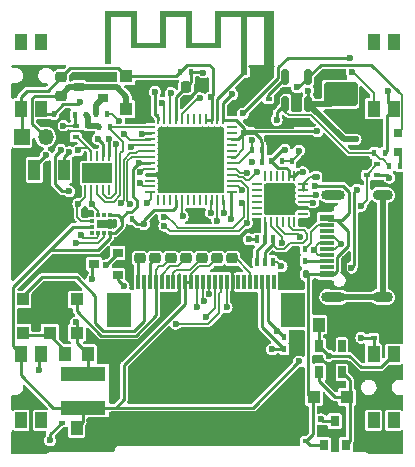
<source format=gbr>
G04 #@! TF.GenerationSoftware,KiCad,Pcbnew,(7.0.0)*
G04 #@! TF.CreationDate,2023-09-20T22:00:43+02:00*
G04 #@! TF.ProjectId,Watchy,57617463-6879-42e6-9b69-6361645f7063,rev?*
G04 #@! TF.SameCoordinates,Original*
G04 #@! TF.FileFunction,Copper,L1,Top*
G04 #@! TF.FilePolarity,Positive*
%FSLAX46Y46*%
G04 Gerber Fmt 4.6, Leading zero omitted, Abs format (unit mm)*
G04 Created by KiCad (PCBNEW (7.0.0)) date 2023-09-20 22:00:43*
%MOMM*%
%LPD*%
G01*
G04 APERTURE LIST*
G04 Aperture macros list*
%AMRoundRect*
0 Rectangle with rounded corners*
0 $1 Rounding radius*
0 $2 $3 $4 $5 $6 $7 $8 $9 X,Y pos of 4 corners*
0 Add a 4 corners polygon primitive as box body*
4,1,4,$2,$3,$4,$5,$6,$7,$8,$9,$2,$3,0*
0 Add four circle primitives for the rounded corners*
1,1,$1+$1,$2,$3*
1,1,$1+$1,$4,$5*
1,1,$1+$1,$6,$7*
1,1,$1+$1,$8,$9*
0 Add four rect primitives between the rounded corners*
20,1,$1+$1,$2,$3,$4,$5,0*
20,1,$1+$1,$4,$5,$6,$7,0*
20,1,$1+$1,$6,$7,$8,$9,0*
20,1,$1+$1,$8,$9,$2,$3,0*%
G04 Aperture macros list end*
G04 #@! TA.AperFunction,SMDPad,CuDef*
%ADD10RoundRect,0.168000X-1.232000X0.882000X-1.232000X-0.882000X1.232000X-0.882000X1.232000X0.882000X0*%
G04 #@! TD*
G04 #@! TA.AperFunction,SMDPad,CuDef*
%ADD11R,0.800000X0.900000*%
G04 #@! TD*
G04 #@! TA.AperFunction,SMDPad,CuDef*
%ADD12R,0.900000X0.800000*%
G04 #@! TD*
G04 #@! TA.AperFunction,SMDPad,CuDef*
%ADD13R,0.400000X0.600000*%
G04 #@! TD*
G04 #@! TA.AperFunction,SMDPad,CuDef*
%ADD14R,0.600000X0.400000*%
G04 #@! TD*
G04 #@! TA.AperFunction,SMDPad,CuDef*
%ADD15RoundRect,0.062500X0.350000X0.062500X-0.350000X0.062500X-0.350000X-0.062500X0.350000X-0.062500X0*%
G04 #@! TD*
G04 #@! TA.AperFunction,SMDPad,CuDef*
%ADD16RoundRect,0.062500X0.062500X0.350000X-0.062500X0.350000X-0.062500X-0.350000X0.062500X-0.350000X0*%
G04 #@! TD*
G04 #@! TA.AperFunction,SMDPad,CuDef*
%ADD17R,2.600000X2.600000*%
G04 #@! TD*
G04 #@! TA.AperFunction,SMDPad,CuDef*
%ADD18R,3.700000X1.200000*%
G04 #@! TD*
G04 #@! TA.AperFunction,SMDPad,CuDef*
%ADD19R,1.100000X1.100000*%
G04 #@! TD*
G04 #@! TA.AperFunction,SMDPad,CuDef*
%ADD20RoundRect,0.062500X-0.062500X0.375000X-0.062500X-0.375000X0.062500X-0.375000X0.062500X0.375000X0*%
G04 #@! TD*
G04 #@! TA.AperFunction,SMDPad,CuDef*
%ADD21RoundRect,0.062500X-0.375000X0.062500X-0.375000X-0.062500X0.375000X-0.062500X0.375000X0.062500X0*%
G04 #@! TD*
G04 #@! TA.AperFunction,SMDPad,CuDef*
%ADD22R,5.150000X5.150000*%
G04 #@! TD*
G04 #@! TA.AperFunction,SMDPad,CuDef*
%ADD23R,0.400000X0.650000*%
G04 #@! TD*
G04 #@! TA.AperFunction,SMDPad,CuDef*
%ADD24R,1.000000X1.250000*%
G04 #@! TD*
G04 #@! TA.AperFunction,SMDPad,CuDef*
%ADD25R,1.000000X1.400000*%
G04 #@! TD*
G04 #@! TA.AperFunction,SMDPad,CuDef*
%ADD26R,0.800000X0.800000*%
G04 #@! TD*
G04 #@! TA.AperFunction,SMDPad,CuDef*
%ADD27RoundRect,0.150000X0.150000X-0.512500X0.150000X0.512500X-0.150000X0.512500X-0.150000X-0.512500X0*%
G04 #@! TD*
G04 #@! TA.AperFunction,SMDPad,CuDef*
%ADD28R,0.650000X1.060000*%
G04 #@! TD*
G04 #@! TA.AperFunction,SMDPad,CuDef*
%ADD29R,0.300000X1.300000*%
G04 #@! TD*
G04 #@! TA.AperFunction,SMDPad,CuDef*
%ADD30R,2.000000X3.000000*%
G04 #@! TD*
G04 #@! TA.AperFunction,SMDPad,CuDef*
%ADD31O,1.350000X1.350000*%
G04 #@! TD*
G04 #@! TA.AperFunction,SMDPad,CuDef*
%ADD32R,1.350000X1.350000*%
G04 #@! TD*
G04 #@! TA.AperFunction,SMDPad,CuDef*
%ADD33R,0.500000X0.500000*%
G04 #@! TD*
G04 #@! TA.AperFunction,SMDPad,CuDef*
%ADD34R,0.900000X0.500000*%
G04 #@! TD*
G04 #@! TA.AperFunction,SMDPad,CuDef*
%ADD35R,1.000000X1.800000*%
G04 #@! TD*
G04 #@! TA.AperFunction,SMDPad,CuDef*
%ADD36R,0.375000X0.350000*%
G04 #@! TD*
G04 #@! TA.AperFunction,SMDPad,CuDef*
%ADD37R,0.350000X0.375000*%
G04 #@! TD*
G04 #@! TA.AperFunction,SMDPad,CuDef*
%ADD38RoundRect,0.062500X-0.062500X0.350000X-0.062500X-0.350000X0.062500X-0.350000X0.062500X0.350000X0*%
G04 #@! TD*
G04 #@! TA.AperFunction,SMDPad,CuDef*
%ADD39R,2.500000X1.700000*%
G04 #@! TD*
G04 #@! TA.AperFunction,SMDPad,CuDef*
%ADD40RoundRect,0.225000X-0.225000X-0.250000X0.225000X-0.250000X0.225000X0.250000X-0.225000X0.250000X0*%
G04 #@! TD*
G04 #@! TA.AperFunction,SMDPad,CuDef*
%ADD41RoundRect,0.225000X0.250000X-0.225000X0.250000X0.225000X-0.250000X0.225000X-0.250000X-0.225000X0*%
G04 #@! TD*
G04 #@! TA.AperFunction,SMDPad,CuDef*
%ADD42RoundRect,0.225000X-0.250000X0.225000X-0.250000X-0.225000X0.250000X-0.225000X0.250000X0.225000X0*%
G04 #@! TD*
G04 #@! TA.AperFunction,SMDPad,CuDef*
%ADD43RoundRect,0.140000X0.170000X-0.140000X0.170000X0.140000X-0.170000X0.140000X-0.170000X-0.140000X0*%
G04 #@! TD*
G04 #@! TA.AperFunction,SMDPad,CuDef*
%ADD44RoundRect,0.140000X-0.140000X-0.170000X0.140000X-0.170000X0.140000X0.170000X-0.140000X0.170000X0*%
G04 #@! TD*
G04 #@! TA.AperFunction,SMDPad,CuDef*
%ADD45R,1.160000X0.600000*%
G04 #@! TD*
G04 #@! TA.AperFunction,SMDPad,CuDef*
%ADD46R,1.160000X0.300000*%
G04 #@! TD*
G04 #@! TA.AperFunction,ComponentPad*
%ADD47O,2.000000X0.900000*%
G04 #@! TD*
G04 #@! TA.AperFunction,ComponentPad*
%ADD48O,1.700000X0.900000*%
G04 #@! TD*
G04 #@! TA.AperFunction,ViaPad*
%ADD49C,0.600000*%
G04 #@! TD*
G04 #@! TA.AperFunction,Conductor*
%ADD50C,0.250000*%
G04 #@! TD*
G04 #@! TA.AperFunction,Conductor*
%ADD51C,0.500000*%
G04 #@! TD*
G04 #@! TA.AperFunction,Conductor*
%ADD52C,0.152400*%
G04 #@! TD*
G04 APERTURE END LIST*
G36*
X77425000Y-78940000D02*
G01*
X76925000Y-78940000D01*
X76925000Y-75000000D01*
X77425000Y-75000000D01*
X77425000Y-78940000D01*
G37*
G36*
X79625000Y-75000000D02*
G01*
X76925000Y-75000000D01*
X76925000Y-74500000D01*
X79625000Y-74500000D01*
X79625000Y-75000000D01*
G37*
G36*
X79625000Y-77640000D02*
G01*
X79125000Y-77640000D01*
X79125000Y-75000000D01*
X79625000Y-75000000D01*
X79625000Y-77640000D01*
G37*
G36*
X81625000Y-77640000D02*
G01*
X79625000Y-77640000D01*
X79625000Y-77140000D01*
X81625000Y-77140000D01*
X81625000Y-77640000D01*
G37*
G36*
X82125000Y-77640000D02*
G01*
X81625000Y-77640000D01*
X81625000Y-75000000D01*
X82125000Y-75000000D01*
X82125000Y-77640000D01*
G37*
G36*
X84325000Y-75000000D02*
G01*
X81625000Y-75000000D01*
X81625000Y-74500000D01*
X84325000Y-74500000D01*
X84325000Y-75000000D01*
G37*
G36*
X84325000Y-77640000D02*
G01*
X83825000Y-77640000D01*
X83825000Y-75000000D01*
X84325000Y-75000000D01*
X84325000Y-77640000D01*
G37*
G36*
X86275000Y-77640000D02*
G01*
X84275000Y-77640000D01*
X84275000Y-77140000D01*
X86275000Y-77140000D01*
X86275000Y-77640000D01*
G37*
G36*
X86775000Y-77640000D02*
G01*
X86275000Y-77640000D01*
X86275000Y-75000000D01*
X86775000Y-75000000D01*
X86775000Y-77640000D01*
G37*
G36*
X88975000Y-79900000D02*
G01*
X88475000Y-79900000D01*
X88475000Y-75000000D01*
X88975000Y-75000000D01*
X88975000Y-79900000D01*
G37*
G36*
X91275000Y-75000000D02*
G01*
X86275000Y-75000000D01*
X86275000Y-74500000D01*
X91275000Y-74500000D01*
X91275000Y-75000000D01*
G37*
G36*
X91275000Y-79900000D02*
G01*
X90375000Y-79900000D01*
X90375000Y-75000000D01*
X91275000Y-75000000D01*
X91275000Y-79900000D01*
G37*
D10*
X96870000Y-81530000D03*
X96870000Y-87862000D03*
D11*
X95435999Y-111185199D03*
X97335999Y-111185199D03*
X96385999Y-109185199D03*
D12*
X76735799Y-81874399D03*
X76735799Y-79974399D03*
X74735799Y-80924399D03*
D13*
X83312199Y-79603599D03*
X84212199Y-79603599D03*
D14*
X99099999Y-88359999D03*
X99099999Y-87459999D03*
X93947599Y-110889199D03*
X93947599Y-109989199D03*
D15*
X93660300Y-91633600D03*
X93660300Y-91133600D03*
X93660300Y-90633600D03*
X93660300Y-90133600D03*
X93660300Y-89633600D03*
X93660300Y-89133600D03*
D16*
X92972800Y-88446100D03*
X92472800Y-88446100D03*
X91972800Y-88446100D03*
X91472800Y-88446100D03*
X90972800Y-88446100D03*
X90472800Y-88446100D03*
D15*
X89785300Y-89133600D03*
X89785300Y-89633600D03*
X89785300Y-90133600D03*
X89785300Y-90633600D03*
X89785300Y-91133600D03*
X89785300Y-91633600D03*
D16*
X90472800Y-92321100D03*
X90972800Y-92321100D03*
X91472800Y-92321100D03*
X91972800Y-92321100D03*
X92472800Y-92321100D03*
X92972800Y-92321100D03*
D17*
X91722799Y-90383599D03*
D12*
X78005799Y-96834999D03*
X78005799Y-94934999D03*
X76005799Y-95884999D03*
D18*
X75029999Y-105239999D03*
X75029999Y-108039999D03*
D13*
X76200199Y-83184999D03*
X77100199Y-83184999D03*
D19*
X74549999Y-98889999D03*
X74549999Y-101689999D03*
D20*
X86952750Y-83632850D03*
X86452750Y-83632850D03*
X85952750Y-83632850D03*
X85452750Y-83632850D03*
X84952750Y-83632850D03*
X84452750Y-83632850D03*
X83952750Y-83632850D03*
X83452750Y-83632850D03*
X82952750Y-83632850D03*
X82452750Y-83632850D03*
X81952750Y-83632850D03*
X81452750Y-83632850D03*
D21*
X80765250Y-84320350D03*
X80765250Y-84820350D03*
X80765250Y-85320350D03*
X80765250Y-85820350D03*
X80765250Y-86320350D03*
X80765250Y-86820350D03*
X80765250Y-87320350D03*
X80765250Y-87820350D03*
X80765250Y-88320350D03*
X80765250Y-88820350D03*
X80765250Y-89320350D03*
X80765250Y-89820350D03*
D20*
X81452750Y-90507850D03*
X81952750Y-90507850D03*
X82452750Y-90507850D03*
X82952750Y-90507850D03*
X83452750Y-90507850D03*
X83952750Y-90507850D03*
X84452750Y-90507850D03*
X84952750Y-90507850D03*
X85452750Y-90507850D03*
X85952750Y-90507850D03*
X86452750Y-90507850D03*
X86952750Y-90507850D03*
D21*
X87640250Y-89820350D03*
X87640250Y-89320350D03*
X87640250Y-88820350D03*
X87640250Y-88320350D03*
X87640250Y-87820350D03*
X87640250Y-87320350D03*
X87640250Y-86820350D03*
X87640250Y-86320350D03*
X87640250Y-85820350D03*
X87640250Y-85320350D03*
X87640250Y-84820350D03*
X87640250Y-84320350D03*
D22*
X84202749Y-87070349D03*
D23*
X89817799Y-95691999D03*
X90467799Y-95691999D03*
X91117799Y-95691999D03*
X91117799Y-93791999D03*
X90467799Y-93791999D03*
X89817799Y-93791999D03*
D14*
X73249999Y-110219999D03*
X73249999Y-109319999D03*
D24*
X95020999Y-101015799D03*
X97020999Y-101015799D03*
D13*
X101915999Y-87579199D03*
X101015999Y-87579199D03*
D14*
X99999999Y-88359999D03*
X99999999Y-87459999D03*
D25*
X71529999Y-103529999D03*
X71529999Y-109129999D03*
X69829999Y-103529999D03*
X69829999Y-109129999D03*
X99669999Y-109129999D03*
X99669999Y-103529999D03*
X101369999Y-109129999D03*
X101369999Y-103529999D03*
D13*
X93025999Y-103098599D03*
X92125999Y-103098599D03*
D19*
X72249999Y-98889999D03*
X72249999Y-101689999D03*
D24*
X73529999Y-103519999D03*
X75529999Y-103519999D03*
D13*
X96909999Y-79669999D03*
X97809999Y-79669999D03*
D26*
X101739999Y-86379999D03*
X101739999Y-84779999D03*
D24*
X74529999Y-109769999D03*
X76529999Y-109769999D03*
D19*
X97406599Y-107169199D03*
X94606599Y-107169199D03*
D27*
X92210200Y-82341300D03*
X93160200Y-82341300D03*
X94110200Y-82341300D03*
X94110200Y-80066300D03*
X92210200Y-80066300D03*
D13*
X90249999Y-86232999D03*
X89349999Y-86232999D03*
X92125999Y-102082599D03*
X93025999Y-102082599D03*
D14*
X99662599Y-101251599D03*
X99662599Y-102151599D03*
D19*
X69949999Y-101689999D03*
X69949999Y-98889999D03*
D28*
X95081999Y-105043399D03*
X96031999Y-105043399D03*
X96981999Y-105043399D03*
X96981999Y-102843399D03*
X95081999Y-102843399D03*
D25*
X99669999Y-82729999D03*
X99669999Y-77129999D03*
X101369999Y-82729999D03*
X101369999Y-77129999D03*
X71529999Y-77129999D03*
X71529999Y-82729999D03*
X69829999Y-77129999D03*
X69829999Y-82729999D03*
D29*
X91224999Y-97419999D03*
X90724999Y-97419999D03*
X90224999Y-97419999D03*
X89724999Y-97419999D03*
X89224999Y-97419999D03*
X88724999Y-97419999D03*
X88224999Y-97419999D03*
X87724999Y-97419999D03*
X87224999Y-97419999D03*
X86724999Y-97419999D03*
X86224999Y-97419999D03*
X85724999Y-97419999D03*
X85224999Y-97419999D03*
X84724999Y-97419999D03*
X84224999Y-97419999D03*
X83724999Y-97419999D03*
X83224999Y-97419999D03*
X82724999Y-97419999D03*
X82224999Y-97419999D03*
X81724999Y-97419999D03*
X81224999Y-97419999D03*
X80724999Y-97419999D03*
X80224999Y-97419999D03*
X79724999Y-97419999D03*
D30*
X78074999Y-99769999D03*
X92874999Y-99769999D03*
D13*
X90249999Y-87223599D03*
X89349999Y-87223599D03*
X73493399Y-83159599D03*
X72593399Y-83159599D03*
D19*
X78732999Y-79981599D03*
X78732999Y-82781599D03*
D31*
X71899999Y-85154999D03*
D32*
X69899999Y-85154999D03*
D14*
X74440399Y-84233599D03*
X74440399Y-85133599D03*
D33*
X88724999Y-79649999D03*
D34*
X90824999Y-79649999D03*
D13*
X74396799Y-83311999D03*
X75296799Y-83311999D03*
X76454199Y-84277199D03*
X77354199Y-84277199D03*
D35*
X73455199Y-87909399D03*
X70955199Y-87909399D03*
D36*
X75837399Y-91752799D03*
X75837399Y-92252799D03*
X75837399Y-92752799D03*
X75837399Y-93252799D03*
D37*
X76349899Y-93265299D03*
X76849899Y-93265299D03*
D36*
X77362399Y-93252799D03*
X77362399Y-92752799D03*
X77362399Y-92252799D03*
X77362399Y-91752799D03*
D37*
X76849899Y-91740299D03*
X76349899Y-91740299D03*
D38*
X77269200Y-86741000D03*
X76769200Y-86741000D03*
X76269200Y-86741000D03*
X75769200Y-86741000D03*
X75269200Y-86741000D03*
X75269200Y-89666000D03*
X75769200Y-89666000D03*
X76269200Y-89666000D03*
X76769200Y-89666000D03*
X77269200Y-89666000D03*
D39*
X76269199Y-88203499D03*
D14*
X75456399Y-84182799D03*
X75456399Y-85082799D03*
X90772599Y-82796799D03*
X90772599Y-81896799D03*
D40*
X83800000Y-80899000D03*
X85350000Y-80899000D03*
D41*
X87710000Y-95415000D03*
X87710000Y-93865000D03*
X82510000Y-95415000D03*
X82510000Y-93865000D03*
X85110000Y-95415000D03*
X85110000Y-93865000D03*
X86410000Y-95415000D03*
X86410000Y-93865000D03*
X83810000Y-95415000D03*
X83810000Y-93865000D03*
X81160000Y-95415000D03*
X81160000Y-93865000D03*
X79860000Y-95415000D03*
X79860000Y-93865000D03*
D42*
X73221200Y-80073200D03*
X73221200Y-81623200D03*
D13*
X78340799Y-92074999D03*
X79240799Y-92074999D03*
D43*
X94811200Y-88516400D03*
X94811200Y-87556400D03*
D44*
X92985000Y-96774000D03*
X93945000Y-96774000D03*
D13*
X93864199Y-95630999D03*
X92964199Y-95630999D03*
D45*
X95689999Y-97559999D03*
X95689999Y-96759999D03*
D46*
X95689999Y-95609999D03*
X95689999Y-94609999D03*
X95689999Y-94109999D03*
X95689999Y-93109999D03*
D45*
X95689999Y-91959999D03*
X95689999Y-91159999D03*
X95689999Y-91159999D03*
X95689999Y-91959999D03*
D46*
X95689999Y-92609999D03*
X95689999Y-93609999D03*
X95689999Y-95109999D03*
X95689999Y-96109999D03*
D45*
X95689999Y-96759999D03*
X95689999Y-97559999D03*
D47*
X96269999Y-98679999D03*
D48*
X100439999Y-98679999D03*
D47*
X96269999Y-90039999D03*
D48*
X100439999Y-90039999D03*
D13*
X92735599Y-87172799D03*
X93635599Y-87172799D03*
X93864199Y-94640399D03*
X92964199Y-94640399D03*
X99720599Y-86486999D03*
X100620599Y-86486999D03*
X91908399Y-87147399D03*
X91008399Y-87147399D03*
D49*
X69720000Y-88110000D03*
X83720000Y-109110000D03*
X84720000Y-109110000D03*
X92720000Y-109110000D03*
X80720000Y-107110000D03*
X100720000Y-101110000D03*
X87720000Y-110110000D03*
X75720000Y-111110000D03*
X81720000Y-110110000D03*
X86720000Y-106110000D03*
X84720000Y-110110000D03*
X85720000Y-109110000D03*
X81720000Y-109110000D03*
X89720000Y-106110000D03*
X85720000Y-107110000D03*
X79720000Y-107110000D03*
X83720000Y-105110000D03*
X77720000Y-106110000D03*
X69720000Y-111110000D03*
X82720000Y-105110000D03*
X91720000Y-109110000D03*
X70720000Y-111110000D03*
X83720000Y-107110000D03*
X80720000Y-109110000D03*
X87720000Y-106110000D03*
X83720000Y-106110000D03*
X74720000Y-96110000D03*
X82720000Y-107110000D03*
X85720000Y-103110000D03*
X80720000Y-105110000D03*
X88720000Y-106110000D03*
X89720000Y-110110000D03*
X84720000Y-106110000D03*
X88720000Y-109110000D03*
X92720000Y-108110000D03*
X87720000Y-107110000D03*
X86720000Y-107110000D03*
X85720000Y-110110000D03*
X88720000Y-110110000D03*
X87720000Y-105110000D03*
X91720000Y-110110000D03*
X85720000Y-105110000D03*
X77720000Y-110110000D03*
X98720000Y-111110000D03*
X92720000Y-110110000D03*
X90720000Y-109110000D03*
X88720000Y-107110000D03*
X74720000Y-111110000D03*
X100720000Y-107110000D03*
X78720000Y-109110000D03*
X84720000Y-103110000D03*
X89720000Y-105110000D03*
X88720000Y-105110000D03*
X85720000Y-106110000D03*
X78720000Y-110110000D03*
X77720000Y-109110000D03*
X81720000Y-105110000D03*
X73720000Y-111110000D03*
X82720000Y-110110000D03*
X69720000Y-94110000D03*
X100720000Y-111110000D03*
X91720000Y-108110000D03*
X81720000Y-103110000D03*
X89720000Y-103110000D03*
X92720000Y-107110000D03*
X100720000Y-100110000D03*
X76720000Y-111110000D03*
X69720000Y-87110000D03*
X82720000Y-106110000D03*
X69720000Y-89110000D03*
X89720000Y-109110000D03*
X86720000Y-109110000D03*
X69720000Y-90110000D03*
X83720000Y-110110000D03*
X80720000Y-110110000D03*
X79720000Y-110110000D03*
X100720000Y-102110000D03*
X81720000Y-107110000D03*
X86720000Y-105110000D03*
X77720000Y-105110000D03*
X70720000Y-90110000D03*
X69720000Y-95110000D03*
X82720000Y-109110000D03*
X80720000Y-106110000D03*
X69720000Y-92110000D03*
X84720000Y-105110000D03*
X86720000Y-103110000D03*
X83720000Y-103110000D03*
X99720000Y-111110000D03*
X82720000Y-103110000D03*
X86720000Y-110110000D03*
X70720000Y-80110000D03*
X93720000Y-109110000D03*
X87720000Y-103110000D03*
X84720000Y-107110000D03*
X79720000Y-106110000D03*
X81720000Y-106110000D03*
X90720000Y-110110000D03*
X69720000Y-91110000D03*
X79720000Y-105110000D03*
X79720000Y-109110000D03*
X69720000Y-93110000D03*
X87720000Y-109110000D03*
X88720000Y-103110000D03*
X86130000Y-87950000D03*
X93192600Y-85369400D03*
X89636600Y-80975200D03*
X89128600Y-100025200D03*
X74100000Y-97700000D03*
X97256600Y-95478600D03*
X78500000Y-93600000D03*
X93116400Y-83896200D03*
X95859600Y-79705200D03*
X82290000Y-86900000D03*
X72517000Y-83947000D03*
X88417400Y-100761800D03*
X94742000Y-97536000D03*
X84850000Y-89000000D03*
X90678000Y-85267800D03*
X91722800Y-90383600D03*
X79248000Y-102565200D03*
X92985000Y-96774000D03*
X83559000Y-84817900D03*
X86130000Y-86900000D03*
X77546200Y-79959200D03*
X86130000Y-89000000D03*
X97967800Y-84023200D03*
X89103200Y-100736400D03*
X89281000Y-83845400D03*
X74041000Y-92075000D03*
X83591400Y-82143600D03*
X84850000Y-86900000D03*
X83570000Y-89000000D03*
X96113600Y-83108800D03*
X95690000Y-91160000D03*
X92007222Y-81207222D03*
X85110000Y-93865000D03*
X76606400Y-92481400D03*
X95859600Y-85699600D03*
X98094800Y-83159600D03*
X75128100Y-91643200D03*
X82290000Y-87950000D03*
X84710000Y-92090000D03*
X83570000Y-87950000D03*
X71094600Y-86131400D03*
X74447400Y-87909400D03*
X84850000Y-87950000D03*
X83570000Y-86900000D03*
X85267800Y-79679800D03*
X98272600Y-89585800D03*
X89103200Y-93802200D03*
X97790000Y-96215200D03*
X87579200Y-92100400D03*
X95889400Y-103650800D03*
X87706200Y-81508600D03*
X79833297Y-87348450D03*
X88725976Y-84797124D03*
X100909170Y-81259630D03*
X93370400Y-104140000D03*
X94919800Y-84658200D03*
X85875850Y-81755369D03*
X93675200Y-88112600D03*
X94691200Y-89281000D03*
X93185600Y-80924400D03*
X92144200Y-86233000D03*
X87216600Y-99568000D03*
X88537400Y-89662000D03*
X82900476Y-100944724D03*
X80213200Y-92506800D03*
X85521800Y-100355400D03*
X83508200Y-91846400D03*
X84727400Y-99568000D03*
X86962600Y-91541600D03*
X86434500Y-92227400D03*
X85286200Y-99009200D03*
X85906400Y-91567000D03*
X85753100Y-98405053D03*
X77005800Y-95986600D03*
X91077400Y-103124000D03*
X78504400Y-97764600D03*
X91510491Y-101537111D03*
X75862800Y-97155000D03*
X74491200Y-100838000D03*
X79882500Y-89050000D03*
X91872100Y-96063053D03*
X88537900Y-90754200D03*
X81889600Y-91900924D03*
X74676000Y-90805000D03*
X89352076Y-85374524D03*
X75797300Y-90819700D03*
X89350000Y-87223600D03*
X81958800Y-92659200D03*
X88965498Y-92394498D03*
X78551599Y-84859051D03*
X98628500Y-102133400D03*
X73888600Y-89738200D03*
X73175430Y-86231030D03*
X80035400Y-84848450D03*
X97810000Y-79670000D03*
X88620600Y-83145990D03*
X97637600Y-78435200D03*
X81781000Y-82245200D03*
X74796000Y-82194400D03*
X98138600Y-85345000D03*
X95217600Y-109016800D03*
X77894800Y-85750400D03*
X73373600Y-84201000D03*
X101008800Y-88595200D03*
X94142100Y-81200000D03*
X80467776Y-90746624D03*
X71367000Y-104876600D03*
X72281400Y-110820200D03*
X98628500Y-90957400D03*
X82484852Y-81408781D03*
X74646072Y-86272500D03*
X79095600Y-85979000D03*
X79883000Y-88138000D03*
X78091733Y-83774190D03*
X91894088Y-94096400D03*
X88985026Y-88169726D03*
X93475100Y-93568300D03*
X89839800Y-88061800D03*
X79019336Y-90781084D03*
X74465800Y-94107900D03*
X74872200Y-93421200D03*
X78268224Y-90746624D03*
X94531300Y-90719076D03*
X96894000Y-94157800D03*
X94814812Y-90022672D03*
X94582600Y-94691200D03*
X91458400Y-83667600D03*
X81171400Y-81305400D03*
X84942050Y-81800709D03*
X93338000Y-86283800D03*
X73907000Y-86410800D03*
X77234400Y-85344000D03*
X71900400Y-86690200D03*
X76320000Y-85293200D03*
D50*
X88725000Y-79650000D02*
X86452750Y-81922250D01*
X86452750Y-81922250D02*
X86452750Y-83670350D01*
D51*
X97272000Y-87460000D02*
X99100000Y-87460000D01*
X96870000Y-87862000D02*
X97272000Y-87460000D01*
D50*
X96519067Y-88212933D02*
X97272000Y-87460000D01*
D51*
X96058700Y-82341300D02*
X96870000Y-81530000D01*
X94110200Y-82341300D02*
X96058700Y-82341300D01*
D50*
X95082000Y-105823400D02*
X96427800Y-107169200D01*
X96427800Y-107169200D02*
X97656600Y-107169200D01*
X95082000Y-105043400D02*
X95082000Y-105823400D01*
X97656600Y-107169200D02*
X97656600Y-110864600D01*
D52*
X94277500Y-88516400D02*
X93660300Y-89133600D01*
D50*
X97656600Y-110864600D02*
X97336000Y-111185200D01*
D52*
X94811200Y-88516400D02*
X94277500Y-88516400D01*
D50*
X93660300Y-89633600D02*
X93660300Y-89133600D01*
X97656600Y-107169200D02*
X97656600Y-105718000D01*
X97656600Y-105718000D02*
X96982000Y-105043400D01*
D52*
X72845000Y-83808000D02*
X73493400Y-83159600D01*
D50*
X93026000Y-102082600D02*
X93026000Y-103098600D01*
X77362400Y-92252800D02*
X76835000Y-92252800D01*
X74447400Y-87370500D02*
X74447400Y-87909400D01*
X97212600Y-96476000D02*
X97561400Y-96824800D01*
X77531000Y-79974400D02*
X77546200Y-79959200D01*
X97212600Y-95522600D02*
X97212600Y-96476000D01*
X92007222Y-81207222D02*
X92523422Y-81207222D01*
X95690000Y-97560000D02*
X94766000Y-97560000D01*
X95529400Y-85369400D02*
X93192600Y-85369400D01*
X89281000Y-83845400D02*
X89691400Y-84255800D01*
X72706000Y-83947000D02*
X72517000Y-83947000D01*
D52*
X95690000Y-91160000D02*
X95602324Y-91247676D01*
D50*
X75076900Y-86741000D02*
X74447400Y-87370500D01*
X94427600Y-87172800D02*
X94811200Y-87556400D01*
X91350000Y-82219400D02*
X90772600Y-82796800D01*
X94766000Y-97560000D02*
X94742000Y-97536000D01*
X76735800Y-79974400D02*
X77531000Y-79974400D01*
X92523422Y-81207222D02*
X93160200Y-81844000D01*
X75237700Y-91752800D02*
X75837400Y-91752800D01*
X71043800Y-86131400D02*
X71094600Y-86131400D01*
X93026000Y-103198600D02*
X91149600Y-105075000D01*
X96032000Y-105043400D02*
X96032000Y-104468000D01*
X93160200Y-81844000D02*
X93160200Y-82303800D01*
X97256600Y-95478600D02*
X97212600Y-95522600D01*
X74041000Y-92075000D02*
X70720000Y-92075000D01*
X96055000Y-97925000D02*
X95690000Y-97560000D01*
D52*
X73723600Y-84729600D02*
X73154646Y-84729600D01*
D50*
X76835000Y-92252800D02*
X76606400Y-92481400D01*
X83225000Y-98812960D02*
X79472760Y-102565200D01*
X97578720Y-104200000D02*
X98578720Y-105200000D01*
D51*
X94742000Y-98907476D02*
X96850324Y-101015800D01*
D50*
X96300000Y-104200000D02*
X97578720Y-104200000D01*
D51*
X96850324Y-101015800D02*
X97021000Y-101015800D01*
D50*
X79472760Y-102565200D02*
X79248000Y-102565200D01*
X73493400Y-83159600D02*
X72706000Y-83947000D01*
X91722800Y-89600000D02*
X93256400Y-91133600D01*
X93635600Y-87172800D02*
X94427600Y-87172800D01*
X84985501Y-80899000D02*
X83740901Y-82143600D01*
D51*
X94742000Y-97536000D02*
X94742000Y-98907476D01*
D50*
X95859600Y-85699600D02*
X95529400Y-85369400D01*
X99845000Y-105200000D02*
X100720000Y-106075000D01*
X83740901Y-82143600D02*
X83591400Y-82143600D01*
D52*
X75456400Y-85082800D02*
X75035800Y-84662200D01*
X75035800Y-84662200D02*
X73791000Y-84662200D01*
D50*
X93256400Y-91133600D02*
X93660300Y-91133600D01*
X91149600Y-105075000D02*
X90720000Y-105075000D01*
X97029594Y-97925000D02*
X96055000Y-97925000D01*
X81919650Y-88320350D02*
X82290000Y-87950000D01*
X91350000Y-81903400D02*
X91350000Y-82219400D01*
X83225000Y-97420000D02*
X83225000Y-98812960D01*
X97561400Y-97393194D02*
X97029594Y-97925000D01*
X85350000Y-80899000D02*
X84985501Y-80899000D01*
X97561400Y-96824800D02*
X97561400Y-97393194D01*
X80802750Y-88320350D02*
X81919650Y-88320350D01*
X92007222Y-81207222D02*
X92007222Y-81246178D01*
D52*
X72845000Y-84419954D02*
X72845000Y-83808000D01*
X73154646Y-84729600D02*
X72845000Y-84419954D01*
D50*
X77362400Y-92252800D02*
X77362400Y-92752800D01*
X75269200Y-86741000D02*
X75076900Y-86741000D01*
X89691400Y-84255800D02*
X92756800Y-84255800D01*
X75128100Y-91643200D02*
X75237700Y-91752800D01*
D52*
X93774376Y-91247676D02*
X93660300Y-91133600D01*
D50*
X98578720Y-105200000D02*
X99845000Y-105200000D01*
D52*
X95602324Y-91247676D02*
X93774376Y-91247676D01*
D50*
X92007222Y-81246178D02*
X91350000Y-81903400D01*
D52*
X73791000Y-84662200D02*
X73723600Y-84729600D01*
D50*
X92756800Y-84255800D02*
X93116400Y-83896200D01*
X93026000Y-103098600D02*
X93026000Y-103198600D01*
X96032000Y-104468000D02*
X96300000Y-104200000D01*
X89807600Y-93802200D02*
X89817800Y-93792000D01*
X84212200Y-79603600D02*
X84212200Y-80486800D01*
X98051100Y-95954100D02*
X97790000Y-96215200D01*
X98051100Y-89807300D02*
X98051100Y-95954100D01*
X84212200Y-79603600D02*
X85191600Y-79603600D01*
X89103200Y-93802200D02*
X89807600Y-93802200D01*
X83800000Y-80899000D02*
X82952750Y-81746250D01*
X84212200Y-80486800D02*
X83800000Y-80899000D01*
X82952750Y-81746250D02*
X82952750Y-83670350D01*
X98272600Y-89585800D02*
X98051100Y-89807300D01*
X85191600Y-79603600D02*
X85267800Y-79679800D01*
X86077400Y-81229200D02*
X86077400Y-79346400D01*
X73221200Y-80073200D02*
X73997400Y-79297000D01*
X69830000Y-103530000D02*
X69125000Y-102825000D01*
X73221200Y-80073200D02*
X72073601Y-81220799D01*
X87706200Y-81508600D02*
X86952750Y-82262050D01*
X86077400Y-79346400D02*
X85966300Y-79235300D01*
X85757200Y-79026200D02*
X85966300Y-79235300D01*
X89591243Y-84797124D02*
X88725976Y-84797124D01*
X83725000Y-99253433D02*
X78562200Y-104416233D01*
X83889600Y-79026200D02*
X85757200Y-79026200D01*
X97598600Y-103650800D02*
X98570400Y-104622600D01*
D52*
X84862452Y-96093600D02*
X84225000Y-96731052D01*
D50*
X77362400Y-91752800D02*
X78018600Y-91752800D01*
X100620600Y-86487000D02*
X100807400Y-86300200D01*
X78562200Y-104416233D02*
X78562200Y-107315000D01*
X95021000Y-102782400D02*
X95082000Y-102843400D01*
X69125000Y-102825000D02*
X69125000Y-97860200D01*
X72300400Y-94684800D02*
X74232400Y-92752800D01*
X85452750Y-83670350D02*
X85952750Y-83670350D01*
D52*
X85731400Y-96093600D02*
X84862452Y-96093600D01*
D50*
X75030000Y-108040000D02*
X75031600Y-108041600D01*
X79305600Y-90202200D02*
X79596736Y-90493336D01*
X72543984Y-108040000D02*
X69830000Y-105326016D01*
X79596736Y-90493336D02*
X79596736Y-91047264D01*
X95889400Y-103650800D02*
X97598600Y-103650800D01*
D52*
X88625000Y-86184778D02*
X87989428Y-86820350D01*
D50*
X69900000Y-85155000D02*
X69900000Y-82800000D01*
X86952750Y-83670350D02*
X87982550Y-83670350D01*
X77362400Y-93677800D02*
X76355400Y-94684800D01*
X78818200Y-91497600D02*
X78340800Y-91975000D01*
X77362400Y-93252800D02*
X77799900Y-93252800D01*
X86077400Y-81555600D02*
X85952750Y-81680250D01*
X78340800Y-92711900D02*
X78340800Y-92075000D01*
X79596736Y-91047264D02*
X79146400Y-91497600D01*
X88725976Y-84797124D02*
X88294560Y-85228540D01*
X83725000Y-97420000D02*
X84225000Y-97420000D01*
X69900000Y-82800000D02*
X69830000Y-82730000D01*
X79833297Y-87348450D02*
X80737150Y-87348450D01*
X79305600Y-87876147D02*
X79305600Y-90202200D01*
D52*
X88625000Y-84898100D02*
X88625000Y-86184778D01*
D50*
X100277400Y-104622600D02*
X101370000Y-103530000D01*
X78562200Y-107315000D02*
X77837200Y-108040000D01*
X78733000Y-79981600D02*
X82934200Y-79981600D01*
X74232400Y-92752800D02*
X75837400Y-92752800D01*
X87602750Y-89820350D02*
X87602750Y-92076850D01*
X76355400Y-94684800D02*
X72300400Y-94684800D01*
X95082000Y-102843400D02*
X95889400Y-103650800D01*
X78048400Y-79297000D02*
X78733000Y-79981600D01*
X83725000Y-97420000D02*
X83725000Y-99253433D01*
X100909170Y-82269170D02*
X101370000Y-82730000D01*
X79146400Y-91497600D02*
X78818200Y-91497600D01*
X69830000Y-105326016D02*
X69830000Y-103530000D01*
X90100600Y-85506967D02*
X90250000Y-85656367D01*
X86077400Y-81229200D02*
X86077400Y-81555600D01*
X75031600Y-108041600D02*
X89468800Y-108041600D01*
X87602750Y-92076850D02*
X87579200Y-92100400D01*
D52*
X88725976Y-84797124D02*
X88625000Y-84898100D01*
D50*
X77799900Y-93252800D02*
X78340800Y-92711900D01*
X100807400Y-86300200D02*
X100807400Y-83292600D01*
X85952750Y-81680250D02*
X85952750Y-83670350D01*
X88725976Y-84413776D02*
X88725976Y-84797124D01*
X95021000Y-101015800D02*
X95021000Y-102782400D01*
D52*
X84225000Y-96731052D02*
X84225000Y-97420000D01*
D50*
X90100600Y-85306481D02*
X90100600Y-85506967D01*
X90250000Y-87223600D02*
X90250000Y-85656367D01*
X72073601Y-81220799D02*
X70361801Y-81220799D01*
X77837200Y-108040000D02*
X75030000Y-108040000D01*
X82934200Y-79981600D02*
X83312200Y-79603600D01*
X87982550Y-83670350D02*
X88725976Y-84413776D01*
X78340800Y-91975000D02*
X78340800Y-92075000D01*
X75030000Y-109270000D02*
X74530000Y-109770000D01*
X78018600Y-91752800D02*
X78340800Y-92075000D01*
X88864900Y-84658200D02*
X94919800Y-84658200D01*
X75030000Y-108040000D02*
X72543984Y-108040000D01*
X69125000Y-97860200D02*
X72300400Y-94684800D01*
X98570400Y-104622600D02*
X100277400Y-104622600D01*
X86952750Y-82262050D02*
X86952750Y-83670350D01*
X77379800Y-91770200D02*
X77362400Y-91752800D01*
X89591243Y-84797124D02*
X90100600Y-85306481D01*
X77362400Y-93252800D02*
X77362400Y-93677800D01*
X89468800Y-108041600D02*
X93370400Y-104140000D01*
X100909170Y-81259630D02*
X100909170Y-82269170D01*
X69830000Y-82730000D02*
X69830000Y-81780000D01*
D52*
X87989428Y-86820350D02*
X87640250Y-86820350D01*
D50*
X79833297Y-87348450D02*
X79305600Y-87876147D01*
X87602750Y-86820350D02*
X87972370Y-86820350D01*
X75030000Y-108040000D02*
X75030000Y-109270000D01*
X73997400Y-79297000D02*
X78048400Y-79297000D01*
X100807400Y-83292600D02*
X101370000Y-82730000D01*
X80737150Y-87348450D02*
X80765250Y-87320350D01*
X82934200Y-79981600D02*
X83889600Y-79026200D01*
X88725976Y-84797124D02*
X88864900Y-84658200D01*
X88202750Y-85320350D02*
X87602750Y-85320350D01*
X88294560Y-85228540D02*
X88202750Y-85320350D01*
D52*
X86410000Y-95415000D02*
X85731400Y-96093600D01*
D50*
X70361801Y-81220799D02*
X69830000Y-81752600D01*
X79519080Y-101949800D02*
X81225000Y-100243880D01*
D52*
X81831400Y-96093600D02*
X81527000Y-96093600D01*
D50*
X81225000Y-100243880D02*
X81225000Y-97420000D01*
X76630920Y-101949800D02*
X79519080Y-101949800D01*
D52*
X81225000Y-96395600D02*
X81225000Y-97420000D01*
D50*
X74550000Y-98640000D02*
X74550000Y-99868880D01*
D52*
X82510000Y-95415000D02*
X81831400Y-96093600D01*
D50*
X74550000Y-99868880D02*
X76630920Y-101949800D01*
D52*
X81527000Y-96093600D02*
X81225000Y-96395600D01*
D50*
X76116800Y-100866600D02*
X76797600Y-101547400D01*
X74517400Y-97002600D02*
X76116800Y-98602000D01*
X69950000Y-98640000D02*
X71587400Y-97002600D01*
X76116800Y-98602000D02*
X76116800Y-100866600D01*
X79352400Y-101547400D02*
X80225000Y-100674800D01*
X76797600Y-101547400D02*
X79352400Y-101547400D01*
X71587400Y-97002600D02*
X74517400Y-97002600D01*
X80225000Y-100674800D02*
X80225000Y-97420000D01*
X96545400Y-92145000D02*
X97471400Y-93071000D01*
D52*
X102096200Y-81621200D02*
X101825000Y-81350000D01*
D50*
X92472800Y-87946100D02*
X92251500Y-87724800D01*
X96547400Y-95320967D02*
X96547400Y-96492600D01*
X101825000Y-81350000D02*
X101815400Y-81350000D01*
X91922800Y-86233000D02*
X91008400Y-87147400D01*
X93945000Y-96774000D02*
X94152400Y-96981400D01*
X94152400Y-96981400D02*
X94152400Y-106965000D01*
D52*
X101740000Y-84780000D02*
X102096200Y-84423800D01*
D50*
X95875000Y-92145000D02*
X95690000Y-91960000D01*
X93945000Y-96774000D02*
X95676000Y-96774000D01*
X97471400Y-93071000D02*
X97471400Y-94396967D01*
X95676000Y-96774000D02*
X95690000Y-96760000D01*
X93306300Y-88112600D02*
X92972800Y-88446100D01*
X94152400Y-106965000D02*
X94356600Y-107169200D01*
X92251500Y-87724800D02*
X91585800Y-87724800D01*
X101815400Y-81350000D02*
X99484800Y-79019400D01*
X91585800Y-87724800D02*
X91008400Y-87147400D01*
X92144200Y-86233000D02*
X91922800Y-86233000D01*
X95875000Y-92145000D02*
X96545400Y-92145000D01*
X92472800Y-88446100D02*
X92972800Y-88446100D01*
X97561400Y-89752701D02*
X97089699Y-89281000D01*
D52*
X102096200Y-84423800D02*
X102096200Y-81621200D01*
D50*
X94243600Y-111185200D02*
X93947600Y-110889200D01*
X99484800Y-79019400D02*
X95194600Y-79019400D01*
X94525000Y-110311800D02*
X94525000Y-107337600D01*
X95194600Y-79019400D02*
X93289600Y-80924400D01*
X97471400Y-94396967D02*
X96547400Y-95320967D01*
X97029594Y-92145000D02*
X97561400Y-91613194D01*
X94525000Y-107337600D02*
X94356600Y-107169200D01*
X97561400Y-91613194D02*
X97561400Y-89752701D01*
X96280000Y-96760000D02*
X95690000Y-96760000D01*
X95436000Y-111185200D02*
X94243600Y-111185200D01*
X93289600Y-80924400D02*
X93185600Y-80924400D01*
X97089699Y-89281000D02*
X94691200Y-89281000D01*
X93947600Y-110889200D02*
X94525000Y-110311800D01*
X95875000Y-92145000D02*
X97029594Y-92145000D01*
X92472800Y-88446100D02*
X92472800Y-87946100D01*
X92126000Y-86251200D02*
X92144200Y-86233000D01*
X93675200Y-88112600D02*
X93306300Y-88112600D01*
X96547400Y-96492600D02*
X96280000Y-96760000D01*
D52*
X88537400Y-89662000D02*
X88195750Y-89320350D01*
X88195750Y-89320350D02*
X87602750Y-89320350D01*
X87225000Y-97420000D02*
X87225000Y-99559600D01*
X87225000Y-99559600D02*
X87216600Y-99568000D01*
D50*
X82952750Y-90470350D02*
X82952750Y-91070350D01*
D52*
X82900476Y-100944724D02*
X85680030Y-100944724D01*
X86588600Y-100036154D02*
X86111477Y-100513277D01*
D50*
X80213200Y-92187624D02*
X80213200Y-92506800D01*
X82952750Y-91070350D02*
X82699076Y-91324024D01*
D52*
X86725000Y-98222400D02*
X86588600Y-98358800D01*
X86588600Y-98358800D02*
X86588600Y-100036154D01*
D50*
X82699076Y-91324024D02*
X81076800Y-91324024D01*
D52*
X86725000Y-97420000D02*
X86725000Y-98222400D01*
D50*
X81076800Y-91324024D02*
X80213200Y-92187624D01*
X80213200Y-92506800D02*
X79672600Y-92506800D01*
D52*
X85680030Y-100944724D02*
X86111477Y-100513277D01*
D50*
X79672600Y-92506800D02*
X79240800Y-92075000D01*
D52*
X85521800Y-100355400D02*
X86281700Y-99595500D01*
X86281700Y-97476700D02*
X86225000Y-97420000D01*
X86281700Y-99595500D02*
X86281700Y-97476700D01*
X83452750Y-90470350D02*
X83452750Y-91790950D01*
X83452750Y-91790950D02*
X83508200Y-91846400D01*
X84725000Y-99565600D02*
X84727400Y-99568000D01*
X84725000Y-97420000D02*
X84725000Y-99565600D01*
X86962600Y-91541600D02*
X86962600Y-90517700D01*
X86962600Y-90517700D02*
X86952750Y-90507850D01*
X85225000Y-98948000D02*
X85286200Y-99009200D01*
X86434500Y-92227400D02*
X86434500Y-90526100D01*
X85225000Y-97420000D02*
X85225000Y-98948000D01*
X86434500Y-90526100D02*
X86452750Y-90507850D01*
X85725000Y-98376953D02*
X85753100Y-98405053D01*
X85906400Y-90516700D02*
X85952750Y-90470350D01*
X85725000Y-97420000D02*
X85725000Y-98376953D01*
X85906400Y-91567000D02*
X85906400Y-90516700D01*
D50*
X88725000Y-79430000D02*
X88725000Y-79650000D01*
D52*
X88022400Y-95415000D02*
X89225000Y-96617600D01*
X87710000Y-95415000D02*
X88022400Y-95415000D01*
X89225000Y-96617600D02*
X89225000Y-97420000D01*
D50*
X90225000Y-101197600D02*
X90225000Y-97420000D01*
X78005800Y-94986600D02*
X77005800Y-95986600D01*
X78005800Y-94935000D02*
X78005800Y-94986600D01*
X92126000Y-103098600D02*
X90225000Y-101197600D01*
X92100600Y-103124000D02*
X92126000Y-103098600D01*
X91077400Y-103124000D02*
X92100600Y-103124000D01*
X78005800Y-97266000D02*
X78504400Y-97764600D01*
X90725000Y-100681600D02*
X90725000Y-97420000D01*
X78005800Y-96835000D02*
X78005800Y-97266000D01*
X92126000Y-102082600D02*
X90725000Y-100681600D01*
X72250000Y-101940000D02*
X69950000Y-101940000D01*
X73530000Y-103220000D02*
X72250000Y-101940000D01*
X73530000Y-103520000D02*
X73530000Y-103220000D01*
X74550000Y-102540000D02*
X75530000Y-103520000D01*
X75530000Y-103520000D02*
X75530000Y-104740000D01*
X74550000Y-100896800D02*
X74491200Y-100838000D01*
X74550000Y-101940000D02*
X74550000Y-102540000D01*
X75530000Y-104740000D02*
X75030000Y-105240000D01*
X75862800Y-97155000D02*
X75862800Y-96028000D01*
X74550000Y-101940000D02*
X74550000Y-100896800D01*
X75862800Y-96028000D02*
X76005800Y-95885000D01*
X90467800Y-93792000D02*
X90467800Y-92326100D01*
X89817800Y-94737200D02*
X90467800Y-94087200D01*
X90467800Y-92326100D02*
X90472800Y-92321100D01*
X89817800Y-95692000D02*
X89817800Y-94737200D01*
X90467800Y-94087200D02*
X90467800Y-93792000D01*
D52*
X79882500Y-89050000D02*
X80152850Y-89320350D01*
X91501047Y-95692000D02*
X91872100Y-96063053D01*
X91117800Y-95692000D02*
X91501047Y-95692000D01*
X80152850Y-89320350D02*
X80802750Y-89320350D01*
X94072600Y-93735000D02*
X94072600Y-93336000D01*
X92472800Y-92645278D02*
X92472800Y-92321100D01*
X92867722Y-93040200D02*
X92472800Y-92645278D01*
X91117800Y-94269400D02*
X91117800Y-93792000D01*
D50*
X91117800Y-94192000D02*
X91117800Y-93792000D01*
D52*
X91473400Y-94625000D02*
X91117800Y-94269400D01*
D50*
X90467800Y-95692000D02*
X90467800Y-94842000D01*
D52*
X92626242Y-94111800D02*
X92113042Y-94625000D01*
X92113042Y-94625000D02*
X91473400Y-94625000D01*
D50*
X90467800Y-94842000D02*
X91117800Y-94192000D01*
D52*
X93776800Y-93040200D02*
X92867722Y-93040200D01*
X92938600Y-94111800D02*
X92626242Y-94111800D01*
X93695800Y-94111800D02*
X94072600Y-93735000D01*
X92938600Y-94111800D02*
X93695800Y-94111800D01*
X94072600Y-93336000D02*
X93776800Y-93040200D01*
X89350000Y-86266400D02*
X89350000Y-86233000D01*
X87172800Y-92811600D02*
X87801548Y-92811600D01*
X74930000Y-92252800D02*
X74600000Y-91922800D01*
X75269200Y-90211800D02*
X74676000Y-90805000D01*
X75269200Y-89666000D02*
X75269200Y-90211800D01*
X87801548Y-92811600D02*
X88680974Y-91932174D01*
X88680974Y-90897274D02*
X88537900Y-90754200D01*
X83113600Y-92811600D02*
X87172800Y-92811600D01*
X81889600Y-91900924D02*
X82202924Y-91900924D01*
X75837400Y-92252800D02*
X74930000Y-92252800D01*
X89352076Y-85374524D02*
X89352076Y-86009724D01*
X87640250Y-87320350D02*
X88296050Y-87320350D01*
X88296050Y-87320350D02*
X89350000Y-86266400D01*
X82202924Y-91900924D02*
X82753200Y-92451200D01*
X74600000Y-91922800D02*
X74600000Y-90881000D01*
X82753200Y-92451200D02*
X83113600Y-92811600D01*
X74600000Y-90881000D02*
X74676000Y-90805000D01*
X88680974Y-91932174D02*
X88680974Y-90897274D01*
X89066000Y-92293996D02*
X89066000Y-89428600D01*
X88457750Y-88820350D02*
X87602750Y-88820350D01*
X82416000Y-93116400D02*
X88243596Y-93116400D01*
X75769200Y-90819700D02*
X76349900Y-91400400D01*
X88965498Y-92394498D02*
X89066000Y-92293996D01*
X81958800Y-92659200D02*
X82416000Y-93116400D01*
X76349900Y-91372300D02*
X75797300Y-90819700D01*
X89066000Y-89428600D02*
X88457750Y-88820350D01*
X88243596Y-93116400D02*
X88965498Y-92394498D01*
X76349900Y-91400400D02*
X76349900Y-91740300D01*
X76349900Y-91740300D02*
X76349900Y-91372300D01*
X75769200Y-89666000D02*
X75769200Y-90819700D01*
D50*
X73888600Y-89738200D02*
X73329200Y-89738200D01*
X99662600Y-102151600D02*
X99662600Y-103522600D01*
X99662600Y-103522600D02*
X99670000Y-103530000D01*
X98646700Y-102151600D02*
X98628500Y-102133400D01*
X72677800Y-89086800D02*
X72677800Y-86728660D01*
X99662600Y-102151600D02*
X98646700Y-102151600D01*
D52*
X78551599Y-84859051D02*
X79069598Y-85377050D01*
X79069598Y-85377050D02*
X80746050Y-85377050D01*
X80746050Y-85377050D02*
X80802750Y-85320350D01*
D50*
X72677800Y-86728660D02*
X73175430Y-86231030D01*
X73329200Y-89738200D02*
X72677800Y-89086800D01*
D52*
X80742295Y-85380805D02*
X80802750Y-85320350D01*
D50*
X80802750Y-84820350D02*
X80063500Y-84820350D01*
D52*
X97810000Y-79670000D02*
X97962200Y-79670000D01*
D50*
X91607800Y-80158790D02*
X91607800Y-79242200D01*
X91607800Y-79242200D02*
X92414800Y-78435200D01*
X88620600Y-83145990D02*
X91607800Y-80158790D01*
D52*
X97962200Y-79670000D02*
X99670000Y-81377800D01*
X99670000Y-81377800D02*
X99670000Y-82730000D01*
D50*
X80063500Y-84820350D02*
X80035400Y-84848450D01*
X92414800Y-78435200D02*
X97637600Y-78435200D01*
D52*
X81952750Y-83670350D02*
X81952750Y-82416950D01*
D50*
X71959600Y-83159600D02*
X71530000Y-82730000D01*
X73402400Y-82350600D02*
X72593400Y-83159600D01*
X74639800Y-82350600D02*
X73402400Y-82350600D01*
X72593400Y-83159600D02*
X71959600Y-83159600D01*
X74796000Y-82194400D02*
X74639800Y-82350600D01*
D52*
X81952750Y-82416950D02*
X81781000Y-82245200D01*
X77086122Y-90307100D02*
X77452900Y-90307100D01*
D50*
X100000000Y-88360000D02*
X100773600Y-88360000D01*
X100773600Y-88360000D02*
X101008800Y-88595200D01*
X74396800Y-83312000D02*
X74396800Y-84190000D01*
D51*
X97151400Y-85345000D02*
X98138600Y-85345000D01*
D52*
X76769200Y-89990178D02*
X77086122Y-90307100D01*
X73373600Y-84201000D02*
X74407800Y-84201000D01*
D51*
X94110200Y-82303800D02*
X97151400Y-85345000D01*
D50*
X94142100Y-81200000D02*
X94142100Y-82271900D01*
D52*
X76769200Y-89666000D02*
X76769200Y-89990178D01*
X74407800Y-84201000D02*
X74440400Y-84233600D01*
D50*
X94142100Y-82271900D02*
X94110200Y-82303800D01*
X95386000Y-109185200D02*
X95217600Y-109016800D01*
X96386000Y-109185200D02*
X95386000Y-109185200D01*
X74396800Y-84190000D02*
X74440400Y-84233600D01*
D52*
X77894800Y-89865200D02*
X77894800Y-85750400D01*
X77452900Y-90307100D02*
X77894800Y-89865200D01*
X82725000Y-97420000D02*
X82725000Y-96617600D01*
X82725000Y-96617600D02*
X82944200Y-96398400D01*
X82944200Y-96398400D02*
X84126600Y-96398400D01*
X84126600Y-96398400D02*
X85110000Y-95415000D01*
D50*
X72281400Y-110288600D02*
X72281400Y-110820200D01*
X73250000Y-109320000D02*
X72281400Y-110288600D01*
X71367000Y-103693000D02*
X71530000Y-103530000D01*
X71367000Y-104876600D02*
X71367000Y-103693000D01*
D52*
X80802750Y-89820350D02*
X80802750Y-90411650D01*
X80802750Y-90411650D02*
X80467776Y-90746624D01*
X99100000Y-88823800D02*
X99100000Y-90485900D01*
X82452750Y-83670350D02*
X82452750Y-81440883D01*
X99100000Y-90485900D02*
X98628500Y-90957400D01*
X82452750Y-81440883D02*
X82484852Y-81408781D01*
X99100000Y-88360000D02*
X99100000Y-88823800D01*
X100000000Y-87460000D02*
X99100000Y-88360000D01*
X74540400Y-85133600D02*
X75769200Y-86362400D01*
X75452278Y-86099900D02*
X75769200Y-86416822D01*
X79095600Y-85979000D02*
X79254250Y-85820350D01*
X74440400Y-85133600D02*
X74540400Y-85133600D01*
X74818672Y-86099900D02*
X75452278Y-86099900D01*
X79254250Y-85820350D02*
X80802750Y-85820350D01*
X75769200Y-86362400D02*
X75769200Y-86741000D01*
X75769200Y-86416822D02*
X75769200Y-86741000D01*
X74646072Y-86272500D02*
X74818672Y-86099900D01*
X79883000Y-88138000D02*
X80200650Y-87820350D01*
X77100200Y-83185000D02*
X77502543Y-83185000D01*
X77502543Y-83185000D02*
X78091733Y-83774190D01*
X80200650Y-87820350D02*
X80802750Y-87820350D01*
X91894088Y-93566566D02*
X91894088Y-94096400D01*
X90972800Y-92645278D02*
X90972800Y-92321100D01*
X88975300Y-88160000D02*
X88365902Y-88160000D01*
X88026252Y-87820350D02*
X87602750Y-87820350D01*
X88985026Y-88169726D02*
X88975300Y-88160000D01*
X88365902Y-88160000D02*
X88026252Y-87820350D01*
X91441961Y-93114439D02*
X91894088Y-93566566D01*
X91441961Y-93114439D02*
X90972800Y-92645278D01*
X87602750Y-88320350D02*
X88095200Y-88320350D01*
X89091600Y-88810000D02*
X89839800Y-88061800D01*
X92172522Y-93345000D02*
X92964000Y-93345000D01*
X92964000Y-93345000D02*
X93251800Y-93345000D01*
X88290400Y-88515550D02*
X88584002Y-88515550D01*
X91472800Y-92645278D02*
X91472800Y-92321100D01*
X91472800Y-92645278D02*
X92172522Y-93345000D01*
X93251800Y-93345000D02*
X93475100Y-93568300D01*
X88095200Y-88320350D02*
X88290400Y-88515550D01*
X88584002Y-88515550D02*
X88878452Y-88810000D01*
X88878452Y-88810000D02*
X89091600Y-88810000D01*
X81725000Y-97420000D02*
X81725000Y-96779200D01*
X83131400Y-96093600D02*
X83810000Y-95415000D01*
X82410600Y-96093600D02*
X83131400Y-96093600D01*
X81725000Y-96779200D02*
X82410600Y-96093600D01*
D50*
X81160000Y-95415000D02*
X80725000Y-95850000D01*
X80725000Y-95850000D02*
X80725000Y-97420000D01*
X79860000Y-95415000D02*
X79725000Y-95550000D01*
X79725000Y-95550000D02*
X79725000Y-97420000D01*
D52*
X79187050Y-86820350D02*
X78809200Y-87198200D01*
X78809200Y-90570948D02*
X79019336Y-90781084D01*
X74465800Y-94107900D02*
X76347200Y-94107900D01*
X76347200Y-94107900D02*
X76849900Y-93605200D01*
X80802750Y-86820350D02*
X79187050Y-86820350D01*
X78809200Y-87198200D02*
X78809200Y-90570948D01*
X76849900Y-93605200D02*
X76849900Y-93265300D01*
X75107400Y-93656400D02*
X76253500Y-93656400D01*
X79722600Y-86320350D02*
X80802750Y-86320350D01*
X76253500Y-93656400D02*
X76349900Y-93560000D01*
X78504400Y-87071948D02*
X79060798Y-86515550D01*
X78268224Y-90746624D02*
X78504400Y-90510448D01*
X79060798Y-86515550D02*
X79527400Y-86515550D01*
X76349900Y-93560000D02*
X76349900Y-93265300D01*
X74872200Y-93421200D02*
X75107400Y-93656400D01*
X78504400Y-90510448D02*
X78504400Y-87071948D01*
X79527400Y-86515550D02*
X79722600Y-86320350D01*
D50*
X71900000Y-85155000D02*
X70752600Y-84007600D01*
X70752600Y-81869000D02*
X70998400Y-81623200D01*
D51*
X74735800Y-80924400D02*
X73920000Y-80924400D01*
D50*
X70998400Y-81623200D02*
X73221200Y-81623200D01*
D51*
X77925800Y-80924400D02*
X74735800Y-80924400D01*
X73920000Y-80924400D02*
X73221200Y-81623200D01*
X78733000Y-82781600D02*
X78733000Y-81731600D01*
D50*
X70752600Y-84007600D02*
X70752600Y-81869000D01*
D51*
X78733000Y-81731600D02*
X77925800Y-80924400D01*
D50*
X101916000Y-86556000D02*
X101740000Y-86380000D01*
X101916000Y-87579200D02*
X101916000Y-86556000D01*
X95669000Y-95631000D02*
X95690000Y-95610000D01*
X93864200Y-95631000D02*
X95669000Y-95631000D01*
D52*
X93660300Y-90633600D02*
X94131800Y-90633600D01*
X94445824Y-90633600D02*
X94531300Y-90719076D01*
X95690000Y-93610000D02*
X96346200Y-93610000D01*
X96441800Y-94610000D02*
X95690000Y-94610000D01*
X94131800Y-90633600D02*
X94445824Y-90633600D01*
X96346200Y-93610000D02*
X96894000Y-94157800D01*
X96894000Y-94157800D02*
X96441800Y-94610000D01*
X95087600Y-94110000D02*
X95690000Y-94110000D01*
X95690000Y-95110000D02*
X94957600Y-95110000D01*
X94703884Y-90133600D02*
X94814812Y-90022672D01*
X94582600Y-94615000D02*
X95087600Y-94110000D01*
X93660300Y-90133600D02*
X94703884Y-90133600D01*
X94957600Y-95110000D02*
X94582600Y-94735000D01*
X94582600Y-94691200D02*
X94582600Y-94615000D01*
X94582600Y-94735000D02*
X94582600Y-94691200D01*
X93864200Y-94640400D02*
X94377400Y-94127200D01*
X94379400Y-93421200D02*
X94379400Y-93188200D01*
X94379400Y-93188200D02*
X94957600Y-92610000D01*
X94957600Y-92610000D02*
X95690000Y-92610000D01*
X94377400Y-94127200D02*
X94377400Y-93423200D01*
X94377400Y-93423200D02*
X94379400Y-93421200D01*
D51*
X100440000Y-98680000D02*
X100440000Y-90040000D01*
X96270000Y-98680000D02*
X100440000Y-98680000D01*
X76200200Y-82410000D02*
X76735800Y-81874400D01*
X76200200Y-83185000D02*
X76200200Y-82410000D01*
D50*
X90754200Y-81581470D02*
X92210200Y-80125470D01*
X92210200Y-80125470D02*
X92210200Y-80103800D01*
X90772600Y-81896800D02*
X90754200Y-81878400D01*
X90754200Y-81878400D02*
X90754200Y-81581470D01*
D52*
X94401558Y-83272000D02*
X92496000Y-83272000D01*
D50*
X91458400Y-83055600D02*
X92210200Y-82303800D01*
X91458400Y-83667600D02*
X91458400Y-83055600D01*
D52*
X101016000Y-87579200D02*
X100452400Y-87015600D01*
D50*
X81452750Y-83491750D02*
X81171400Y-83210400D01*
X81171400Y-83210400D02*
X81171400Y-81305400D01*
D52*
X92210200Y-82986200D02*
X92210200Y-82303800D01*
X100249200Y-87015600D02*
X99720600Y-86487000D01*
X100452400Y-87015600D02*
X100249200Y-87015600D01*
D50*
X81452750Y-83670350D02*
X81452750Y-83491750D01*
D52*
X92496000Y-83272000D02*
X92210200Y-82986200D01*
X97616558Y-86487000D02*
X94401558Y-83272000D01*
X99720600Y-86487000D02*
X97616558Y-86487000D01*
X84942050Y-81800709D02*
X84816291Y-81800709D01*
X91933800Y-87172800D02*
X91908400Y-87147400D01*
X93338000Y-86283800D02*
X93338000Y-86570400D01*
X84816291Y-81800709D02*
X83452750Y-83164250D01*
X93338000Y-86570400D02*
X92735600Y-87172800D01*
X92735600Y-87172800D02*
X91933800Y-87172800D01*
X83452750Y-83164250D02*
X83452750Y-83670350D01*
D51*
X75456400Y-84182800D02*
X76359800Y-84182800D01*
X75456400Y-84182800D02*
X75456400Y-83471600D01*
X75456400Y-83471600D02*
X75296800Y-83312000D01*
X76359800Y-84182800D02*
X76454200Y-84277200D01*
D52*
X76269200Y-89990178D02*
X76890922Y-90611900D01*
X78199600Y-86512400D02*
X78423400Y-86288600D01*
X76269200Y-89666000D02*
X76269200Y-89990178D01*
X80802750Y-84320350D02*
X77818600Y-84320350D01*
X78423400Y-86288600D02*
X78423400Y-85531446D01*
X76890922Y-90611900D02*
X77656100Y-90611900D01*
X77656100Y-90611900D02*
X78199600Y-90068400D01*
X78199600Y-90068400D02*
X78199600Y-86512400D01*
X77397350Y-84320350D02*
X77354200Y-84277200D01*
X77354200Y-84462246D02*
X77354200Y-84277200D01*
X78423400Y-85531446D02*
X77354200Y-84462246D01*
X77818600Y-84320350D02*
X77397350Y-84320350D01*
D50*
X73455200Y-86862600D02*
X73907000Y-86410800D01*
X77234400Y-85344000D02*
X77234400Y-86706200D01*
X73455200Y-87909400D02*
X73455200Y-86862600D01*
X77234400Y-86706200D02*
X77269200Y-86741000D01*
X76769200Y-85742400D02*
X76769200Y-86741000D01*
X70955200Y-87635400D02*
X71900400Y-86690200D01*
X70955200Y-87909400D02*
X70955200Y-87635400D01*
X76320000Y-85293200D02*
X76769200Y-85742400D01*
G04 #@! TA.AperFunction,Conductor*
G36*
X94654167Y-103557426D02*
G01*
X94655737Y-103553638D01*
X94667202Y-103558387D01*
X94677520Y-103565281D01*
X94689689Y-103567701D01*
X94689690Y-103567702D01*
X94709901Y-103571722D01*
X94736936Y-103577100D01*
X95260743Y-103577100D01*
X95318479Y-103591107D01*
X95363379Y-103630013D01*
X95385460Y-103685168D01*
X95399849Y-103785245D01*
X95399851Y-103785252D01*
X95401133Y-103794168D01*
X95404875Y-103802363D01*
X95404876Y-103802364D01*
X95457557Y-103917720D01*
X95457559Y-103917723D01*
X95461303Y-103925921D01*
X95556154Y-104035386D01*
X95678004Y-104113694D01*
X95816979Y-104154500D01*
X95952812Y-104154500D01*
X95961821Y-104154500D01*
X96100796Y-104113694D01*
X96222646Y-104035386D01*
X96233389Y-104022987D01*
X96276272Y-103990886D01*
X96328614Y-103979500D01*
X97410258Y-103979500D01*
X97458476Y-103989091D01*
X97499353Y-104016405D01*
X98323929Y-104840981D01*
X98331356Y-104849085D01*
X98355856Y-104878283D01*
X98388851Y-104897333D01*
X98388857Y-104897336D01*
X98398113Y-104903232D01*
X98429342Y-104925099D01*
X98439991Y-104927951D01*
X98443277Y-104929484D01*
X98446694Y-104930728D01*
X98456244Y-104936242D01*
X98493779Y-104942860D01*
X98504487Y-104945233D01*
X98541311Y-104955101D01*
X98579281Y-104951778D01*
X98590263Y-104951300D01*
X100257538Y-104951300D01*
X100268519Y-104951778D01*
X100306490Y-104955101D01*
X100343322Y-104945231D01*
X100354017Y-104942860D01*
X100391556Y-104936242D01*
X100401113Y-104930723D01*
X100404525Y-104929481D01*
X100407800Y-104927953D01*
X100418458Y-104925099D01*
X100449689Y-104903229D01*
X100458918Y-104897349D01*
X100491944Y-104878283D01*
X100516443Y-104849085D01*
X100523855Y-104840995D01*
X100894247Y-104470604D01*
X100935125Y-104443291D01*
X100983343Y-104433700D01*
X101883877Y-104433700D01*
X101890064Y-104433700D01*
X101949480Y-104421881D01*
X101959801Y-104414985D01*
X102003499Y-104385788D01*
X102067318Y-104364705D01*
X102132896Y-104379431D01*
X102181574Y-104425776D01*
X102199500Y-104490553D01*
X102199500Y-105580563D01*
X102186651Y-105635995D01*
X102150726Y-105680123D01*
X102099051Y-105703945D01*
X102042165Y-105702604D01*
X101959862Y-105681472D01*
X101959853Y-105681470D01*
X101952177Y-105679500D01*
X101829075Y-105679500D01*
X101825154Y-105679995D01*
X101825143Y-105679996D01*
X101714807Y-105693935D01*
X101714803Y-105693935D01*
X101706942Y-105694929D01*
X101699577Y-105697844D01*
X101699573Y-105697846D01*
X101561497Y-105752514D01*
X101561491Y-105752516D01*
X101554129Y-105755432D01*
X101547717Y-105760090D01*
X101547716Y-105760091D01*
X101427576Y-105847377D01*
X101427572Y-105847380D01*
X101421163Y-105852037D01*
X101416113Y-105858140D01*
X101416109Y-105858145D01*
X101321452Y-105972566D01*
X101321448Y-105972571D01*
X101316400Y-105978674D01*
X101313026Y-105985843D01*
X101313024Y-105985847D01*
X101249796Y-106120213D01*
X101249794Y-106120218D01*
X101246421Y-106127387D01*
X101244936Y-106135169D01*
X101244935Y-106135174D01*
X101217109Y-106281044D01*
X101215624Y-106288830D01*
X101216121Y-106296735D01*
X101216121Y-106296741D01*
X101224337Y-106427319D01*
X101225944Y-106452860D01*
X101228393Y-106460397D01*
X101261238Y-106561487D01*
X101276732Y-106609171D01*
X101280979Y-106615864D01*
X101280981Y-106615867D01*
X101360548Y-106741244D01*
X101360550Y-106741246D01*
X101364798Y-106747940D01*
X101484607Y-106860448D01*
X101628632Y-106939627D01*
X101787823Y-106980500D01*
X101906966Y-106980500D01*
X101910925Y-106980500D01*
X102033058Y-106965071D01*
X102040427Y-106962153D01*
X102042170Y-106961706D01*
X102099055Y-106960368D01*
X102150728Y-106984191D01*
X102186652Y-107028318D01*
X102199500Y-107083749D01*
X102199500Y-108169447D01*
X102181574Y-108234224D01*
X102132896Y-108280569D01*
X102067318Y-108295295D01*
X102003499Y-108274212D01*
X101959801Y-108245014D01*
X101959796Y-108245012D01*
X101949480Y-108238119D01*
X101937313Y-108235698D01*
X101937309Y-108235697D01*
X101896130Y-108227506D01*
X101896123Y-108227505D01*
X101890064Y-108226300D01*
X100849936Y-108226300D01*
X100843877Y-108227505D01*
X100843869Y-108227506D01*
X100802690Y-108235697D01*
X100802684Y-108235699D01*
X100790520Y-108238119D01*
X100780202Y-108245012D01*
X100780202Y-108245013D01*
X100733455Y-108276247D01*
X100733452Y-108276249D01*
X100723140Y-108283140D01*
X100716249Y-108293452D01*
X100716247Y-108293455D01*
X100697011Y-108322245D01*
X100678119Y-108350520D01*
X100675699Y-108362684D01*
X100675697Y-108362690D01*
X100667506Y-108403869D01*
X100667505Y-108403877D01*
X100666300Y-108409936D01*
X100666300Y-109850064D01*
X100667505Y-109856123D01*
X100667506Y-109856130D01*
X100675697Y-109897309D01*
X100675698Y-109897313D01*
X100678119Y-109909480D01*
X100723140Y-109976860D01*
X100790520Y-110021881D01*
X100802689Y-110024301D01*
X100802690Y-110024302D01*
X100822901Y-110028322D01*
X100849936Y-110033700D01*
X101883877Y-110033700D01*
X101890064Y-110033700D01*
X101949480Y-110021881D01*
X101959801Y-110014985D01*
X102003499Y-109985788D01*
X102067318Y-109964705D01*
X102132896Y-109979431D01*
X102181574Y-110025776D01*
X102199500Y-110090553D01*
X102199500Y-111884000D01*
X102182619Y-111947000D01*
X102136500Y-111993119D01*
X102073500Y-112010000D01*
X99335975Y-112010000D01*
X99278772Y-111996267D01*
X99103631Y-111907028D01*
X99103630Y-111907027D01*
X99099219Y-111904780D01*
X99094513Y-111903251D01*
X99094506Y-111903248D01*
X98909243Y-111843053D01*
X98909242Y-111843052D01*
X98904534Y-111841523D01*
X98899652Y-111840749D01*
X98899645Y-111840748D01*
X98707242Y-111810274D01*
X98707235Y-111810273D01*
X98702352Y-111809500D01*
X98697399Y-111809500D01*
X98062552Y-111809500D01*
X98008679Y-111797402D01*
X97965151Y-111763431D01*
X97940327Y-111714111D01*
X97939187Y-111667624D01*
X97937886Y-111667496D01*
X97938493Y-111661330D01*
X97939700Y-111655264D01*
X97939700Y-111070664D01*
X97951502Y-111017421D01*
X97952775Y-111014688D01*
X97959099Y-111005658D01*
X97961953Y-110995002D01*
X97963479Y-110991730D01*
X97964722Y-110988314D01*
X97970242Y-110978756D01*
X97976860Y-110941217D01*
X97979231Y-110930522D01*
X97989101Y-110893690D01*
X97985778Y-110855719D01*
X97985300Y-110844738D01*
X97985300Y-109850064D01*
X98966300Y-109850064D01*
X98967505Y-109856123D01*
X98967506Y-109856130D01*
X98975697Y-109897309D01*
X98975698Y-109897313D01*
X98978119Y-109909480D01*
X99023140Y-109976860D01*
X99090520Y-110021881D01*
X99102689Y-110024301D01*
X99102690Y-110024302D01*
X99122901Y-110028322D01*
X99149936Y-110033700D01*
X100183877Y-110033700D01*
X100190064Y-110033700D01*
X100249480Y-110021881D01*
X100316860Y-109976860D01*
X100361881Y-109909480D01*
X100373700Y-109850064D01*
X100373700Y-108409936D01*
X100366381Y-108373140D01*
X100364302Y-108362690D01*
X100364301Y-108362689D01*
X100361881Y-108350520D01*
X100316860Y-108283140D01*
X100249480Y-108238119D01*
X100237313Y-108235698D01*
X100237309Y-108235697D01*
X100196130Y-108227506D01*
X100196123Y-108227505D01*
X100190064Y-108226300D01*
X99149936Y-108226300D01*
X99143877Y-108227505D01*
X99143869Y-108227506D01*
X99102690Y-108235697D01*
X99102684Y-108235699D01*
X99090520Y-108238119D01*
X99080202Y-108245012D01*
X99080202Y-108245013D01*
X99033455Y-108276247D01*
X99033452Y-108276249D01*
X99023140Y-108283140D01*
X99016249Y-108293452D01*
X99016247Y-108293455D01*
X98997011Y-108322245D01*
X98978119Y-108350520D01*
X98975699Y-108362684D01*
X98975697Y-108362690D01*
X98967506Y-108403869D01*
X98967505Y-108403877D01*
X98966300Y-108409936D01*
X98966300Y-109850064D01*
X97985300Y-109850064D01*
X97985300Y-108012360D01*
X98000178Y-107952964D01*
X98041299Y-107907594D01*
X98049807Y-107901908D01*
X98103460Y-107866060D01*
X98148481Y-107798680D01*
X98160300Y-107739264D01*
X98160300Y-106599136D01*
X98148481Y-106539720D01*
X98103460Y-106472340D01*
X98041299Y-106430806D01*
X98000178Y-106385436D01*
X97985300Y-106326040D01*
X97985300Y-106288830D01*
X98615624Y-106288830D01*
X98616121Y-106296735D01*
X98616121Y-106296741D01*
X98624337Y-106427319D01*
X98625944Y-106452860D01*
X98628393Y-106460397D01*
X98661238Y-106561487D01*
X98676732Y-106609171D01*
X98680979Y-106615864D01*
X98680981Y-106615867D01*
X98760548Y-106741244D01*
X98760550Y-106741246D01*
X98764798Y-106747940D01*
X98884607Y-106860448D01*
X99028632Y-106939627D01*
X99187823Y-106980500D01*
X99306966Y-106980500D01*
X99310925Y-106980500D01*
X99433058Y-106965071D01*
X99585871Y-106904568D01*
X99718837Y-106807963D01*
X99823600Y-106681326D01*
X99893579Y-106532613D01*
X99924376Y-106371170D01*
X99914056Y-106207140D01*
X99863268Y-106050829D01*
X99814185Y-105973487D01*
X99779451Y-105918755D01*
X99779450Y-105918753D01*
X99775202Y-105912060D01*
X99750970Y-105889305D01*
X99661169Y-105804976D01*
X99661168Y-105804975D01*
X99655393Y-105799552D01*
X99511368Y-105720373D01*
X99503693Y-105718402D01*
X99503692Y-105718402D01*
X99359854Y-105681471D01*
X99359853Y-105681470D01*
X99352177Y-105679500D01*
X99229075Y-105679500D01*
X99225154Y-105679995D01*
X99225143Y-105679996D01*
X99114807Y-105693935D01*
X99114803Y-105693935D01*
X99106942Y-105694929D01*
X99099577Y-105697844D01*
X99099573Y-105697846D01*
X98961497Y-105752514D01*
X98961491Y-105752516D01*
X98954129Y-105755432D01*
X98947717Y-105760090D01*
X98947716Y-105760091D01*
X98827576Y-105847377D01*
X98827572Y-105847380D01*
X98821163Y-105852037D01*
X98816113Y-105858140D01*
X98816109Y-105858145D01*
X98721452Y-105972566D01*
X98721448Y-105972571D01*
X98716400Y-105978674D01*
X98713026Y-105985843D01*
X98713024Y-105985847D01*
X98649796Y-106120213D01*
X98649794Y-106120218D01*
X98646421Y-106127387D01*
X98644936Y-106135169D01*
X98644935Y-106135174D01*
X98617109Y-106281044D01*
X98615624Y-106288830D01*
X97985300Y-106288830D01*
X97985300Y-105737851D01*
X97985779Y-105726869D01*
X97987260Y-105709944D01*
X97989100Y-105688910D01*
X97979236Y-105652098D01*
X97976859Y-105641372D01*
X97972156Y-105614702D01*
X97970242Y-105603844D01*
X97964727Y-105594292D01*
X97963487Y-105590885D01*
X97961953Y-105587595D01*
X97959099Y-105576942D01*
X97937239Y-105545724D01*
X97931340Y-105536464D01*
X97912283Y-105503456D01*
X97903840Y-105496371D01*
X97903838Y-105496369D01*
X97883083Y-105478954D01*
X97874980Y-105471528D01*
X97547605Y-105144153D01*
X97520291Y-105103276D01*
X97510700Y-105055058D01*
X97510700Y-104499523D01*
X97510700Y-104493336D01*
X97498881Y-104433920D01*
X97453860Y-104366540D01*
X97386480Y-104321519D01*
X97374313Y-104319098D01*
X97374309Y-104319097D01*
X97333130Y-104310906D01*
X97333123Y-104310905D01*
X97327064Y-104309700D01*
X96636936Y-104309700D01*
X96630877Y-104310905D01*
X96630869Y-104310906D01*
X96589690Y-104319097D01*
X96589684Y-104319099D01*
X96577520Y-104321519D01*
X96567202Y-104328412D01*
X96567202Y-104328413D01*
X96520455Y-104359647D01*
X96520452Y-104359649D01*
X96510140Y-104366540D01*
X96503249Y-104376852D01*
X96503247Y-104376855D01*
X96477770Y-104414986D01*
X96465119Y-104433920D01*
X96462699Y-104446084D01*
X96462697Y-104446090D01*
X96454506Y-104487269D01*
X96454505Y-104487277D01*
X96453300Y-104493336D01*
X96453300Y-105593464D01*
X96454505Y-105599523D01*
X96454506Y-105599530D01*
X96462697Y-105640709D01*
X96462698Y-105640713D01*
X96465119Y-105652880D01*
X96510140Y-105720260D01*
X96577520Y-105765281D01*
X96589689Y-105767701D01*
X96589690Y-105767702D01*
X96595331Y-105768824D01*
X96636936Y-105777100D01*
X97198658Y-105777100D01*
X97246876Y-105786691D01*
X97287753Y-105814005D01*
X97290995Y-105817247D01*
X97318309Y-105858124D01*
X97327900Y-105906342D01*
X97327900Y-106289500D01*
X97311019Y-106352500D01*
X97264900Y-106398619D01*
X97201900Y-106415500D01*
X96836536Y-106415500D01*
X96830477Y-106416705D01*
X96830469Y-106416706D01*
X96789290Y-106424897D01*
X96789284Y-106424899D01*
X96777120Y-106427319D01*
X96766802Y-106434212D01*
X96766802Y-106434213D01*
X96720055Y-106465447D01*
X96720052Y-106465449D01*
X96709740Y-106472340D01*
X96702849Y-106482652D01*
X96702847Y-106482655D01*
X96684256Y-106510480D01*
X96664719Y-106539720D01*
X96662299Y-106551884D01*
X96662297Y-106551890D01*
X96654106Y-106593069D01*
X96654105Y-106593077D01*
X96652900Y-106599136D01*
X96652900Y-106605323D01*
X96652900Y-106625258D01*
X96639167Y-106682461D01*
X96600961Y-106727194D01*
X96546611Y-106749707D01*
X96487964Y-106745091D01*
X96437805Y-106714353D01*
X95582859Y-105859407D01*
X95552641Y-105810813D01*
X95547032Y-105753865D01*
X95567186Y-105700314D01*
X95598881Y-105652880D01*
X95610700Y-105593464D01*
X95610700Y-104493336D01*
X95598881Y-104433920D01*
X95553860Y-104366540D01*
X95486480Y-104321519D01*
X95474313Y-104319098D01*
X95474309Y-104319097D01*
X95433130Y-104310906D01*
X95433123Y-104310905D01*
X95427064Y-104309700D01*
X94736936Y-104309700D01*
X94730877Y-104310905D01*
X94730869Y-104310906D01*
X94689690Y-104319097D01*
X94689684Y-104319099D01*
X94677520Y-104321519D01*
X94667203Y-104328411D01*
X94655737Y-104333162D01*
X94654167Y-104329373D01*
X94613288Y-104342881D01*
X94547707Y-104328157D01*
X94499027Y-104281811D01*
X94481100Y-104217033D01*
X94481100Y-103669767D01*
X94499027Y-103604989D01*
X94547707Y-103558643D01*
X94613288Y-103543919D01*
X94654167Y-103557426D01*
G37*
G04 #@! TD.AperFunction*
G04 #@! TA.AperFunction,Conductor*
G36*
X93758086Y-104567597D02*
G01*
X93806062Y-104613890D01*
X93823700Y-104678184D01*
X93823700Y-106945138D01*
X93823221Y-106956120D01*
X93821261Y-106978528D01*
X93819899Y-106994090D01*
X93822750Y-107004732D01*
X93822751Y-107004738D01*
X93829762Y-107030905D01*
X93832140Y-107041629D01*
X93836843Y-107068300D01*
X93836844Y-107068303D01*
X93838758Y-107079156D01*
X93844268Y-107088700D01*
X93845301Y-107091536D01*
X93852900Y-107134631D01*
X93852900Y-107739264D01*
X93854105Y-107745323D01*
X93854106Y-107745330D01*
X93862297Y-107786509D01*
X93862298Y-107786513D01*
X93864719Y-107798680D01*
X93909740Y-107866060D01*
X93977120Y-107911081D01*
X93989289Y-107913501D01*
X93989290Y-107913502D01*
X94009501Y-107917522D01*
X94036536Y-107922900D01*
X94070300Y-107922900D01*
X94133300Y-107939781D01*
X94179419Y-107985900D01*
X94196300Y-108048900D01*
X94196300Y-110123458D01*
X94186709Y-110171676D01*
X94159395Y-110212553D01*
X93923353Y-110448595D01*
X93882476Y-110475909D01*
X93834258Y-110485500D01*
X93627536Y-110485500D01*
X93621477Y-110486705D01*
X93621469Y-110486706D01*
X93580290Y-110494897D01*
X93580284Y-110494899D01*
X93568120Y-110497319D01*
X93557802Y-110504212D01*
X93557802Y-110504213D01*
X93511055Y-110535447D01*
X93511052Y-110535449D01*
X93500740Y-110542340D01*
X93493849Y-110552652D01*
X93493847Y-110552655D01*
X93463112Y-110598655D01*
X93455719Y-110609720D01*
X93453299Y-110621884D01*
X93453297Y-110621890D01*
X93445106Y-110663069D01*
X93445105Y-110663077D01*
X93443900Y-110669136D01*
X93443900Y-111109264D01*
X93445105Y-111115322D01*
X93445106Y-111115331D01*
X93453777Y-111158918D01*
X93452422Y-111214115D01*
X93427597Y-111263433D01*
X93384070Y-111297403D01*
X93330198Y-111309500D01*
X78097595Y-111309500D01*
X78002405Y-111309500D01*
X77992977Y-111312562D01*
X77992971Y-111312564D01*
X77983399Y-111315674D01*
X77967627Y-111319693D01*
X77951038Y-111322794D01*
X77951035Y-111322794D01*
X77939567Y-111324939D01*
X77929647Y-111331080D01*
X77929638Y-111331084D01*
X77929355Y-111331260D01*
X77921063Y-111335928D01*
X77911875Y-111338915D01*
X77903858Y-111344739D01*
X77903853Y-111344742D01*
X77886123Y-111357624D01*
X77878400Y-111362810D01*
X77853974Y-111377934D01*
X77853970Y-111377936D01*
X77844048Y-111384081D01*
X77837164Y-111393195D01*
X77834866Y-111394866D01*
X77830937Y-111400273D01*
X77830927Y-111400285D01*
X77809172Y-111430228D01*
X77807812Y-111432063D01*
X77776344Y-111473736D01*
X77773149Y-111484963D01*
X77773148Y-111484966D01*
X77763133Y-111520164D01*
X77761778Y-111524613D01*
X77752561Y-111552980D01*
X77752559Y-111552986D01*
X77749500Y-111562405D01*
X77749500Y-111567509D01*
X77748942Y-111570039D01*
X77748794Y-111570558D01*
X77748793Y-111570566D01*
X77745599Y-111581793D01*
X77746675Y-111593411D01*
X77746675Y-111593415D01*
X77747230Y-111599399D01*
X77746215Y-111630735D01*
X77742856Y-111651940D01*
X77730675Y-111689430D01*
X77720457Y-111709484D01*
X77697285Y-111741376D01*
X77681376Y-111757285D01*
X77649484Y-111780457D01*
X77629430Y-111790675D01*
X77591941Y-111802856D01*
X77559797Y-111807948D01*
X77540083Y-111809500D01*
X72647595Y-111809500D01*
X72600000Y-111809500D01*
X72497648Y-111809500D01*
X72492765Y-111810273D01*
X72492757Y-111810274D01*
X72300354Y-111840748D01*
X72300344Y-111840750D01*
X72295466Y-111841523D01*
X72290760Y-111843051D01*
X72290756Y-111843053D01*
X72105493Y-111903248D01*
X72105482Y-111903252D01*
X72100781Y-111904780D01*
X72096373Y-111907025D01*
X72096368Y-111907028D01*
X71921228Y-111996267D01*
X71864025Y-112010000D01*
X69126500Y-112010000D01*
X69063500Y-111993119D01*
X69017381Y-111947000D01*
X69000500Y-111884000D01*
X69000500Y-110090553D01*
X69018426Y-110025776D01*
X69067104Y-109979431D01*
X69132682Y-109964705D01*
X69196501Y-109985788D01*
X69240198Y-110014985D01*
X69240201Y-110014986D01*
X69250520Y-110021881D01*
X69262689Y-110024301D01*
X69262690Y-110024302D01*
X69282901Y-110028322D01*
X69309936Y-110033700D01*
X70343877Y-110033700D01*
X70350064Y-110033700D01*
X70409480Y-110021881D01*
X70476860Y-109976860D01*
X70521881Y-109909480D01*
X70533700Y-109850064D01*
X70533700Y-108409936D01*
X70526381Y-108373140D01*
X70524302Y-108362690D01*
X70524301Y-108362689D01*
X70521881Y-108350520D01*
X70476860Y-108283140D01*
X70409480Y-108238119D01*
X70397313Y-108235698D01*
X70397309Y-108235697D01*
X70356130Y-108227506D01*
X70356123Y-108227505D01*
X70350064Y-108226300D01*
X69309936Y-108226300D01*
X69303877Y-108227505D01*
X69303869Y-108227506D01*
X69262690Y-108235697D01*
X69262684Y-108235699D01*
X69250520Y-108238119D01*
X69240205Y-108245011D01*
X69240198Y-108245014D01*
X69196501Y-108274212D01*
X69132682Y-108295295D01*
X69067104Y-108280569D01*
X69018426Y-108234224D01*
X69000500Y-108169447D01*
X69000500Y-107079437D01*
X69013349Y-107024005D01*
X69049274Y-106979877D01*
X69100949Y-106956055D01*
X69157835Y-106957396D01*
X69240137Y-106978527D01*
X69240140Y-106978527D01*
X69247823Y-106980500D01*
X69366966Y-106980500D01*
X69370925Y-106980500D01*
X69493058Y-106965071D01*
X69645871Y-106904568D01*
X69778837Y-106807963D01*
X69883600Y-106681326D01*
X69953579Y-106532613D01*
X69984376Y-106371170D01*
X69976717Y-106249437D01*
X69987469Y-106190036D01*
X70024618Y-106142454D01*
X70079636Y-106117612D01*
X70139895Y-106121213D01*
X70191563Y-106152431D01*
X72050337Y-108011205D01*
X72081075Y-108061364D01*
X72085691Y-108120011D01*
X72063178Y-108174361D01*
X72018445Y-108212567D01*
X71961242Y-108226300D01*
X71009936Y-108226300D01*
X71003877Y-108227505D01*
X71003869Y-108227506D01*
X70962690Y-108235697D01*
X70962684Y-108235699D01*
X70950520Y-108238119D01*
X70940202Y-108245012D01*
X70940202Y-108245013D01*
X70893455Y-108276247D01*
X70893452Y-108276249D01*
X70883140Y-108283140D01*
X70876249Y-108293452D01*
X70876247Y-108293455D01*
X70857011Y-108322245D01*
X70838119Y-108350520D01*
X70835699Y-108362684D01*
X70835697Y-108362690D01*
X70827506Y-108403869D01*
X70827505Y-108403877D01*
X70826300Y-108409936D01*
X70826300Y-109850064D01*
X70827505Y-109856123D01*
X70827506Y-109856130D01*
X70835697Y-109897309D01*
X70835698Y-109897313D01*
X70838119Y-109909480D01*
X70883140Y-109976860D01*
X70950520Y-110021881D01*
X70962689Y-110024301D01*
X70962690Y-110024302D01*
X70982901Y-110028322D01*
X71009936Y-110033700D01*
X71016123Y-110033700D01*
X71842414Y-110033700D01*
X71895665Y-110045506D01*
X71938937Y-110078710D01*
X71964121Y-110127091D01*
X71966499Y-110181583D01*
X71961140Y-110211971D01*
X71958762Y-110222696D01*
X71951751Y-110248862D01*
X71951750Y-110248867D01*
X71948899Y-110259510D01*
X71949859Y-110270484D01*
X71949859Y-110270486D01*
X71952221Y-110297480D01*
X71952700Y-110308462D01*
X71952700Y-110383372D01*
X71944756Y-110427404D01*
X71921925Y-110465884D01*
X71863643Y-110533146D01*
X71853303Y-110545079D01*
X71849561Y-110553272D01*
X71849557Y-110553279D01*
X71796876Y-110668635D01*
X71793133Y-110676832D01*
X71791852Y-110685740D01*
X71791850Y-110685748D01*
X71773802Y-110811283D01*
X71772520Y-110820200D01*
X71773802Y-110829117D01*
X71791850Y-110954651D01*
X71791851Y-110954657D01*
X71793133Y-110963568D01*
X71796875Y-110971763D01*
X71796876Y-110971764D01*
X71849557Y-111087120D01*
X71849559Y-111087123D01*
X71853303Y-111095321D01*
X71948154Y-111204786D01*
X72070004Y-111283094D01*
X72208979Y-111323900D01*
X72344812Y-111323900D01*
X72353821Y-111323900D01*
X72492796Y-111283094D01*
X72614646Y-111204786D01*
X72709497Y-111095321D01*
X72769667Y-110963568D01*
X72790280Y-110820200D01*
X72769667Y-110676832D01*
X72725427Y-110579960D01*
X72713242Y-110553279D01*
X72713241Y-110553278D01*
X72709497Y-110545079D01*
X72684312Y-110516014D01*
X72656417Y-110460286D01*
X72658642Y-110398005D01*
X72690440Y-110344411D01*
X73274250Y-109760601D01*
X73315124Y-109733291D01*
X73363342Y-109723700D01*
X73563877Y-109723700D01*
X73570064Y-109723700D01*
X73629480Y-109711881D01*
X73639797Y-109704986D01*
X73651263Y-109700238D01*
X73652781Y-109703904D01*
X73694136Y-109690251D01*
X73759707Y-109704984D01*
X73808377Y-109751328D01*
X73826300Y-109816100D01*
X73826300Y-110415064D01*
X73827505Y-110421123D01*
X73827506Y-110421130D01*
X73835697Y-110462309D01*
X73835698Y-110462313D01*
X73838119Y-110474480D01*
X73883140Y-110541860D01*
X73950520Y-110586881D01*
X73962689Y-110589301D01*
X73962690Y-110589302D01*
X73982901Y-110593322D01*
X74009936Y-110598700D01*
X75043877Y-110598700D01*
X75050064Y-110598700D01*
X75109480Y-110586881D01*
X75176860Y-110541860D01*
X75221881Y-110474480D01*
X75233700Y-110415064D01*
X75233700Y-109586917D01*
X75245506Y-109533666D01*
X75270839Y-109500650D01*
X75270152Y-109500074D01*
X75277235Y-109491631D01*
X75285683Y-109484544D01*
X75304749Y-109451518D01*
X75310629Y-109442289D01*
X75332499Y-109411058D01*
X75335353Y-109400400D01*
X75336881Y-109397125D01*
X75338123Y-109393713D01*
X75343642Y-109384156D01*
X75350260Y-109346617D01*
X75352631Y-109335922D01*
X75362501Y-109299090D01*
X75359178Y-109261119D01*
X75358700Y-109250138D01*
X75358700Y-109006000D01*
X75375581Y-108943000D01*
X75421700Y-108896881D01*
X75484700Y-108880000D01*
X77263410Y-108880000D01*
X77280000Y-108880000D01*
X77280000Y-108496300D01*
X77296881Y-108433300D01*
X77343000Y-108387181D01*
X77406000Y-108370300D01*
X77835626Y-108370300D01*
X77846607Y-108370778D01*
X77866290Y-108372501D01*
X77874410Y-108370325D01*
X77874985Y-108370300D01*
X89448938Y-108370300D01*
X89459919Y-108370778D01*
X89497890Y-108374101D01*
X89534722Y-108364231D01*
X89545417Y-108361860D01*
X89582956Y-108355242D01*
X89592513Y-108349723D01*
X89595925Y-108348481D01*
X89599200Y-108346953D01*
X89609858Y-108344099D01*
X89641089Y-108322229D01*
X89650318Y-108316349D01*
X89683344Y-108297283D01*
X89707846Y-108268081D01*
X89715262Y-108259988D01*
X93294646Y-104680605D01*
X93335524Y-104653291D01*
X93383742Y-104643700D01*
X93433812Y-104643700D01*
X93442821Y-104643700D01*
X93581796Y-104602894D01*
X93589379Y-104598021D01*
X93629580Y-104572186D01*
X93693203Y-104552264D01*
X93758086Y-104567597D01*
G37*
G04 #@! TD.AperFunction*
G04 #@! TA.AperFunction,Conductor*
G36*
X87148520Y-95939894D02*
G01*
X87153440Y-95946560D01*
X87257419Y-96023301D01*
X87379400Y-96065984D01*
X87408364Y-96068700D01*
X88008682Y-96068700D01*
X88011636Y-96068700D01*
X88040600Y-96065984D01*
X88141398Y-96030712D01*
X88211050Y-96026801D01*
X88272108Y-96060547D01*
X88574189Y-96362628D01*
X88607318Y-96421107D01*
X88605669Y-96488298D01*
X88569712Y-96545082D01*
X88509677Y-96575302D01*
X88499583Y-96577310D01*
X88450420Y-96577310D01*
X88401135Y-96567507D01*
X88401128Y-96567506D01*
X88395064Y-96566300D01*
X88054936Y-96566300D01*
X88048877Y-96567505D01*
X88048869Y-96567506D01*
X88007690Y-96575697D01*
X88007684Y-96575699D01*
X87995520Y-96578119D01*
X87985202Y-96585012D01*
X87985202Y-96585013D01*
X87938455Y-96616247D01*
X87938452Y-96616249D01*
X87928140Y-96623140D01*
X87921249Y-96633452D01*
X87921247Y-96633455D01*
X87891284Y-96678300D01*
X87883119Y-96690520D01*
X87880699Y-96702684D01*
X87880697Y-96702690D01*
X87872506Y-96743869D01*
X87872506Y-96743871D01*
X87871300Y-96749936D01*
X87871300Y-98090064D01*
X87872505Y-98096123D01*
X87872506Y-98096130D01*
X87880697Y-98137309D01*
X87880698Y-98137313D01*
X87883119Y-98149480D01*
X87928140Y-98216860D01*
X87995520Y-98261881D01*
X88007689Y-98264301D01*
X88007690Y-98264302D01*
X88019741Y-98266699D01*
X88054936Y-98273700D01*
X88388877Y-98273700D01*
X88395064Y-98273700D01*
X88450418Y-98262689D01*
X88499581Y-98262689D01*
X88548868Y-98272493D01*
X88554936Y-98273700D01*
X88888877Y-98273700D01*
X88895064Y-98273700D01*
X88950418Y-98262689D01*
X88999581Y-98262689D01*
X89048868Y-98272493D01*
X89054936Y-98273700D01*
X89388877Y-98273700D01*
X89395064Y-98273700D01*
X89450418Y-98262689D01*
X89499581Y-98262689D01*
X89548868Y-98272493D01*
X89554936Y-98273700D01*
X89561123Y-98273700D01*
X89770300Y-98273700D01*
X89833300Y-98290581D01*
X89879419Y-98336700D01*
X89896300Y-98399700D01*
X89896300Y-101177738D01*
X89895821Y-101188720D01*
X89893619Y-101213891D01*
X89892499Y-101226690D01*
X89895350Y-101237332D01*
X89895351Y-101237338D01*
X89902362Y-101263505D01*
X89904740Y-101274229D01*
X89911358Y-101311756D01*
X89916870Y-101321302D01*
X89918115Y-101324723D01*
X89919648Y-101328011D01*
X89922501Y-101338658D01*
X89928822Y-101347686D01*
X89928823Y-101347687D01*
X89944359Y-101369875D01*
X89950263Y-101379143D01*
X89969317Y-101412144D01*
X89977758Y-101419227D01*
X89977760Y-101419229D01*
X89998515Y-101436644D01*
X90006619Y-101444071D01*
X90992313Y-102429765D01*
X91024728Y-102485525D01*
X91025304Y-102550021D01*
X90993889Y-102606351D01*
X90938716Y-102639756D01*
X90874650Y-102658567D01*
X90874647Y-102658567D01*
X90866004Y-102661106D01*
X90858425Y-102665976D01*
X90858424Y-102665977D01*
X90751734Y-102734542D01*
X90751731Y-102734544D01*
X90744154Y-102739414D01*
X90649303Y-102848879D01*
X90645561Y-102857072D01*
X90645557Y-102857079D01*
X90592876Y-102972435D01*
X90589133Y-102980632D01*
X90587852Y-102989540D01*
X90587850Y-102989548D01*
X90570505Y-103110195D01*
X90568520Y-103124000D01*
X90569802Y-103132917D01*
X90587850Y-103258451D01*
X90587851Y-103258457D01*
X90589133Y-103267368D01*
X90592875Y-103275563D01*
X90592876Y-103275564D01*
X90645557Y-103390920D01*
X90645559Y-103390923D01*
X90649303Y-103399121D01*
X90744154Y-103508586D01*
X90866004Y-103586894D01*
X91004979Y-103627700D01*
X91140812Y-103627700D01*
X91149821Y-103627700D01*
X91288796Y-103586894D01*
X91410646Y-103508586D01*
X91421389Y-103496187D01*
X91464272Y-103464086D01*
X91516614Y-103452700D01*
X91649812Y-103452700D01*
X91709209Y-103467578D01*
X91754578Y-103508700D01*
X91772245Y-103535142D01*
X91772247Y-103535144D01*
X91779140Y-103545460D01*
X91846520Y-103590481D01*
X91858689Y-103592901D01*
X91858690Y-103592902D01*
X91878901Y-103596922D01*
X91905936Y-103602300D01*
X92339877Y-103602300D01*
X92346064Y-103602300D01*
X92405480Y-103590481D01*
X92472860Y-103545460D01*
X92517881Y-103478080D01*
X92529700Y-103418664D01*
X92529700Y-102778536D01*
X92523273Y-102746224D01*
X92520302Y-102731290D01*
X92520301Y-102731289D01*
X92517881Y-102719120D01*
X92478780Y-102660600D01*
X92459967Y-102615179D01*
X92459967Y-102566017D01*
X92478779Y-102520600D01*
X92517881Y-102462080D01*
X92529700Y-102402664D01*
X92529700Y-101762536D01*
X92523347Y-101730597D01*
X92520302Y-101715290D01*
X92520301Y-101715289D01*
X92517881Y-101703120D01*
X92510985Y-101692799D01*
X92495552Y-101669700D01*
X92474470Y-101605881D01*
X92489196Y-101540303D01*
X92535542Y-101491626D01*
X92600318Y-101473700D01*
X93697700Y-101473700D01*
X93760700Y-101490581D01*
X93806819Y-101536700D01*
X93823700Y-101599700D01*
X93823700Y-103601816D01*
X93806062Y-103666110D01*
X93758086Y-103712403D01*
X93693203Y-103727736D01*
X93629580Y-103707814D01*
X93589379Y-103681978D01*
X93589372Y-103681974D01*
X93581796Y-103677106D01*
X93573152Y-103674567D01*
X93573150Y-103674567D01*
X93451465Y-103638838D01*
X93451464Y-103638837D01*
X93442821Y-103636300D01*
X93297979Y-103636300D01*
X93289336Y-103638837D01*
X93289334Y-103638838D01*
X93167649Y-103674567D01*
X93167645Y-103674568D01*
X93159004Y-103677106D01*
X93151425Y-103681976D01*
X93151424Y-103681977D01*
X93044734Y-103750542D01*
X93044731Y-103750544D01*
X93037154Y-103755414D01*
X93031253Y-103762223D01*
X93031253Y-103762224D01*
X92958356Y-103846353D01*
X92942303Y-103864879D01*
X92938561Y-103873072D01*
X92938557Y-103873079D01*
X92885876Y-103988435D01*
X92882133Y-103996632D01*
X92880852Y-104005540D01*
X92880850Y-104005548D01*
X92861520Y-104140000D01*
X92860939Y-104139916D01*
X92853211Y-104178773D01*
X92825897Y-104219650D01*
X89369553Y-107675995D01*
X89328676Y-107703309D01*
X89280458Y-107712900D01*
X78930261Y-107712900D01*
X78867262Y-107696020D01*
X78821143Y-107649903D01*
X78804261Y-107586904D01*
X78821139Y-107523905D01*
X78826406Y-107514781D01*
X78836943Y-107496529D01*
X78842829Y-107487289D01*
X78864699Y-107456058D01*
X78867553Y-107445400D01*
X78869081Y-107442125D01*
X78870323Y-107438713D01*
X78875842Y-107429156D01*
X78882460Y-107391617D01*
X78884831Y-107380922D01*
X78894701Y-107344090D01*
X78891378Y-107306119D01*
X78890900Y-107295138D01*
X78890900Y-104604575D01*
X78900491Y-104556357D01*
X78927805Y-104515480D01*
X79761308Y-103681977D01*
X82266014Y-101177269D01*
X82317456Y-101146123D01*
X82377477Y-101142368D01*
X82432402Y-101166860D01*
X82462491Y-101204886D01*
X82463765Y-101204068D01*
X82468633Y-101211643D01*
X82472379Y-101219845D01*
X82567230Y-101329310D01*
X82689080Y-101407618D01*
X82828055Y-101448424D01*
X82963888Y-101448424D01*
X82972897Y-101448424D01*
X83111872Y-101407618D01*
X83233722Y-101329310D01*
X83277244Y-101279082D01*
X83286750Y-101268112D01*
X83329633Y-101236010D01*
X83381975Y-101224624D01*
X85632287Y-101224624D01*
X85634915Y-101224806D01*
X85640690Y-101226742D01*
X85683601Y-101224758D01*
X85689421Y-101224624D01*
X85700134Y-101224624D01*
X85705965Y-101224624D01*
X85711522Y-101223584D01*
X85716605Y-101223231D01*
X85745223Y-101221909D01*
X85755909Y-101217190D01*
X85763830Y-101215327D01*
X85771411Y-101212390D01*
X85782893Y-101210244D01*
X85803420Y-101197532D01*
X85818859Y-101189394D01*
X85840952Y-101179640D01*
X85849212Y-101171378D01*
X85855920Y-101166784D01*
X85861930Y-101161304D01*
X85871863Y-101155155D01*
X85886414Y-101135884D01*
X85897862Y-101122728D01*
X86327735Y-100692858D01*
X86327737Y-100692854D01*
X86752765Y-100267825D01*
X86754744Y-100266103D01*
X86760199Y-100263388D01*
X86768525Y-100254255D01*
X86789134Y-100231648D01*
X86793158Y-100227433D01*
X86796573Y-100224018D01*
X86804858Y-100215734D01*
X86808052Y-100211069D01*
X86811377Y-100207246D01*
X86830698Y-100186055D01*
X86834918Y-100175159D01*
X86839199Y-100168246D01*
X86842484Y-100160806D01*
X86849086Y-100151170D01*
X86854615Y-100127656D01*
X86859773Y-100110999D01*
X86860647Y-100108743D01*
X86896428Y-100058350D01*
X86951871Y-100031033D01*
X87013633Y-100033368D01*
X87144179Y-100071700D01*
X87280012Y-100071700D01*
X87289021Y-100071700D01*
X87427996Y-100030894D01*
X87549846Y-99952586D01*
X87644697Y-99843121D01*
X87704867Y-99711368D01*
X87717864Y-99620969D01*
X87724198Y-99576917D01*
X87725480Y-99568000D01*
X87712765Y-99479561D01*
X87706149Y-99433548D01*
X87706148Y-99433547D01*
X87704867Y-99424632D01*
X87644697Y-99292879D01*
X87578839Y-99216874D01*
X87555748Y-99190225D01*
X87555746Y-99190223D01*
X87549846Y-99183414D01*
X87546410Y-99181205D01*
X87516287Y-99140966D01*
X87504900Y-99088623D01*
X87504900Y-98280464D01*
X87510325Y-98243888D01*
X87526134Y-98210463D01*
X87528753Y-98206544D01*
X87566881Y-98149480D01*
X87578700Y-98090064D01*
X87578700Y-96749936D01*
X87572021Y-96716361D01*
X87569302Y-96702690D01*
X87569301Y-96702689D01*
X87566881Y-96690520D01*
X87521860Y-96623140D01*
X87509228Y-96614700D01*
X87494198Y-96604657D01*
X87454480Y-96578119D01*
X87442313Y-96575698D01*
X87442309Y-96575697D01*
X87401130Y-96567506D01*
X87401123Y-96567505D01*
X87395064Y-96566300D01*
X87054936Y-96566300D01*
X87048872Y-96567506D01*
X87048864Y-96567507D01*
X86999580Y-96577310D01*
X86950420Y-96577310D01*
X86901135Y-96567507D01*
X86901128Y-96567506D01*
X86895064Y-96566300D01*
X86554936Y-96566300D01*
X86548872Y-96567506D01*
X86548864Y-96567507D01*
X86499580Y-96577310D01*
X86450420Y-96577310D01*
X86401135Y-96567507D01*
X86401128Y-96567506D01*
X86395064Y-96566300D01*
X86054936Y-96566300D01*
X86048872Y-96567506D01*
X86048864Y-96567507D01*
X85999580Y-96577310D01*
X85950421Y-96577310D01*
X85912969Y-96569861D01*
X85856161Y-96542470D01*
X85819743Y-96490982D01*
X85812838Y-96428295D01*
X85837176Y-96370114D01*
X85873233Y-96341623D01*
X85872006Y-96339831D01*
X85881636Y-96333233D01*
X85892322Y-96328516D01*
X85900582Y-96320254D01*
X85907290Y-96315660D01*
X85913300Y-96310180D01*
X85923233Y-96304031D01*
X85937784Y-96284760D01*
X85949232Y-96271604D01*
X86115233Y-96105604D01*
X86156111Y-96078291D01*
X86204329Y-96068700D01*
X86708682Y-96068700D01*
X86711636Y-96068700D01*
X86740600Y-96065984D01*
X86862581Y-96023301D01*
X86966560Y-95946560D01*
X86971479Y-95939894D01*
X87027389Y-95907614D01*
X87092611Y-95907614D01*
X87148520Y-95939894D01*
G37*
G04 #@! TD.AperFunction*
G04 #@! TA.AperFunction,Conductor*
G36*
X83308300Y-96695181D02*
G01*
X83354419Y-96741300D01*
X83371300Y-96804300D01*
X83371300Y-98090064D01*
X83372505Y-98096123D01*
X83372506Y-98096130D01*
X83380697Y-98137309D01*
X83380698Y-98137313D01*
X83383119Y-98149480D01*
X83387567Y-98156138D01*
X83396300Y-98200039D01*
X83396300Y-99065091D01*
X83386709Y-99113309D01*
X83359395Y-99154186D01*
X78343815Y-104169764D01*
X78335714Y-104177188D01*
X78314962Y-104194601D01*
X78314957Y-104194606D01*
X78306517Y-104201689D01*
X78301006Y-104211232D01*
X78301003Y-104211237D01*
X78287461Y-104234691D01*
X78281562Y-104243952D01*
X78266020Y-104266149D01*
X78266018Y-104266152D01*
X78259701Y-104275175D01*
X78256849Y-104285816D01*
X78255312Y-104289114D01*
X78254066Y-104292534D01*
X78248558Y-104302077D01*
X78246643Y-104312932D01*
X78246643Y-104312934D01*
X78241940Y-104339604D01*
X78239562Y-104350329D01*
X78232551Y-104376495D01*
X78232550Y-104376500D01*
X78229699Y-104387143D01*
X78230659Y-104398117D01*
X78230659Y-104398119D01*
X78233021Y-104425113D01*
X78233500Y-104436095D01*
X78233500Y-107126658D01*
X78223909Y-107174876D01*
X78196595Y-107215753D01*
X77737953Y-107674395D01*
X77697076Y-107701709D01*
X77648858Y-107711300D01*
X77406000Y-107711300D01*
X77343000Y-107694419D01*
X77296881Y-107648300D01*
X77280000Y-107585300D01*
X77280000Y-104396590D01*
X77280000Y-104380000D01*
X77263410Y-104380000D01*
X76343415Y-104380000D01*
X76284021Y-104365123D01*
X76238652Y-104324005D01*
X76218022Y-104266356D01*
X76224164Y-104224934D01*
X76221881Y-104224480D01*
X76224515Y-104211237D01*
X76233700Y-104165064D01*
X76233700Y-102874936D01*
X76221881Y-102815520D01*
X76176860Y-102748140D01*
X76163800Y-102739414D01*
X76151642Y-102731290D01*
X76109480Y-102703119D01*
X76097313Y-102700698D01*
X76097309Y-102700697D01*
X76056130Y-102692506D01*
X76056123Y-102692505D01*
X76050064Y-102691300D01*
X76043877Y-102691300D01*
X75218342Y-102691300D01*
X75170124Y-102681709D01*
X75129247Y-102654395D01*
X75118106Y-102643254D01*
X75086626Y-102590734D01*
X75083622Y-102529576D01*
X75109803Y-102474224D01*
X75158985Y-102437749D01*
X75167303Y-102434303D01*
X75179480Y-102431881D01*
X75246860Y-102386860D01*
X75291881Y-102319480D01*
X75303700Y-102260064D01*
X75303700Y-101391622D01*
X75317433Y-101334419D01*
X75355639Y-101289686D01*
X75409989Y-101267173D01*
X75468636Y-101271789D01*
X75518795Y-101302527D01*
X76384449Y-102168181D01*
X76391876Y-102176285D01*
X76409289Y-102197038D01*
X76409291Y-102197040D01*
X76416376Y-102205483D01*
X76449384Y-102224540D01*
X76458644Y-102230439D01*
X76489862Y-102252299D01*
X76500515Y-102255153D01*
X76503805Y-102256687D01*
X76507212Y-102257927D01*
X76516764Y-102263442D01*
X76546585Y-102268700D01*
X76554292Y-102270059D01*
X76565018Y-102272436D01*
X76601830Y-102282300D01*
X76639792Y-102278979D01*
X76650774Y-102278500D01*
X79499218Y-102278500D01*
X79510199Y-102278978D01*
X79548170Y-102282301D01*
X79585002Y-102272431D01*
X79595697Y-102270060D01*
X79633236Y-102263442D01*
X79642793Y-102257923D01*
X79646205Y-102256681D01*
X79649480Y-102255153D01*
X79660138Y-102252299D01*
X79691369Y-102230429D01*
X79700598Y-102224549D01*
X79733624Y-102205483D01*
X79758126Y-102176281D01*
X79765542Y-102168188D01*
X81443395Y-100490335D01*
X81451464Y-100482939D01*
X81480683Y-100458424D01*
X81499749Y-100425398D01*
X81505629Y-100416169D01*
X81527499Y-100384938D01*
X81530353Y-100374280D01*
X81531881Y-100371005D01*
X81533123Y-100367593D01*
X81538642Y-100358036D01*
X81545260Y-100320497D01*
X81547631Y-100309802D01*
X81557501Y-100272970D01*
X81554178Y-100234999D01*
X81553700Y-100224018D01*
X81553700Y-98399700D01*
X81570581Y-98336700D01*
X81616700Y-98290581D01*
X81679700Y-98273700D01*
X81888877Y-98273700D01*
X81895064Y-98273700D01*
X81950418Y-98262689D01*
X81999581Y-98262689D01*
X82048868Y-98272493D01*
X82054936Y-98273700D01*
X82388877Y-98273700D01*
X82395064Y-98273700D01*
X82450418Y-98262689D01*
X82499581Y-98262689D01*
X82548868Y-98272493D01*
X82554936Y-98273700D01*
X82888877Y-98273700D01*
X82895064Y-98273700D01*
X82954480Y-98261881D01*
X83021860Y-98216860D01*
X83066881Y-98149480D01*
X83078700Y-98090064D01*
X83078700Y-96804300D01*
X83095581Y-96741300D01*
X83141700Y-96695181D01*
X83204700Y-96678300D01*
X83245300Y-96678300D01*
X83308300Y-96695181D01*
G37*
G04 #@! TD.AperFunction*
G04 #@! TA.AperFunction,Conductor*
G36*
X101498612Y-87975981D02*
G01*
X101555095Y-88008592D01*
X101562247Y-88015744D01*
X101569140Y-88026060D01*
X101636520Y-88071081D01*
X101648689Y-88073501D01*
X101648690Y-88073502D01*
X101655060Y-88074769D01*
X101695936Y-88082900D01*
X101702123Y-88082900D01*
X102073500Y-88082900D01*
X102136500Y-88099781D01*
X102182619Y-88145900D01*
X102199500Y-88208900D01*
X102199500Y-102569447D01*
X102181574Y-102634224D01*
X102132896Y-102680569D01*
X102067318Y-102695295D01*
X102003499Y-102674212D01*
X101959801Y-102645014D01*
X101959796Y-102645012D01*
X101949480Y-102638119D01*
X101937313Y-102635698D01*
X101937309Y-102635697D01*
X101896130Y-102627506D01*
X101896123Y-102627505D01*
X101890064Y-102626300D01*
X100849936Y-102626300D01*
X100843877Y-102627505D01*
X100843869Y-102627506D01*
X100802690Y-102635697D01*
X100802684Y-102635699D01*
X100790520Y-102638119D01*
X100780202Y-102645012D01*
X100780202Y-102645013D01*
X100733455Y-102676247D01*
X100733452Y-102676249D01*
X100723140Y-102683140D01*
X100716249Y-102693452D01*
X100716247Y-102693455D01*
X100705184Y-102710013D01*
X100678119Y-102750520D01*
X100675699Y-102762684D01*
X100675697Y-102762690D01*
X100667506Y-102803869D01*
X100667505Y-102803877D01*
X100666300Y-102809936D01*
X100666300Y-102816123D01*
X100666300Y-103716658D01*
X100656709Y-103764876D01*
X100629395Y-103805753D01*
X100588795Y-103846353D01*
X100538636Y-103877091D01*
X100479989Y-103881707D01*
X100425639Y-103859194D01*
X100387433Y-103814461D01*
X100373700Y-103757258D01*
X100373700Y-102816123D01*
X100373700Y-102809936D01*
X100361881Y-102750520D01*
X100316860Y-102683140D01*
X100249480Y-102638119D01*
X100237312Y-102635698D01*
X100237306Y-102635696D01*
X100228461Y-102633937D01*
X100173109Y-102607755D01*
X100136636Y-102558572D01*
X100127654Y-102498003D01*
X100143682Y-102453212D01*
X100142838Y-102452863D01*
X100147586Y-102441397D01*
X100154481Y-102431080D01*
X100166300Y-102371664D01*
X100166300Y-101931536D01*
X100154481Y-101872120D01*
X100109460Y-101804740D01*
X100042080Y-101759719D01*
X100029913Y-101757298D01*
X100029909Y-101757297D01*
X99988730Y-101749106D01*
X99988723Y-101749105D01*
X99982664Y-101747900D01*
X99342536Y-101747900D01*
X99336477Y-101749105D01*
X99336469Y-101749106D01*
X99295290Y-101757297D01*
X99295284Y-101757299D01*
X99283120Y-101759719D01*
X99272806Y-101766610D01*
X99272802Y-101766612D01*
X99220341Y-101801666D01*
X99186915Y-101817475D01*
X99150340Y-101822900D01*
X99083484Y-101822900D01*
X99031141Y-101811513D01*
X98988259Y-101779412D01*
X98978997Y-101768723D01*
X98961746Y-101748814D01*
X98839896Y-101670506D01*
X98831252Y-101667967D01*
X98831250Y-101667967D01*
X98709565Y-101632238D01*
X98709564Y-101632237D01*
X98700921Y-101629700D01*
X98556079Y-101629700D01*
X98547436Y-101632237D01*
X98547434Y-101632238D01*
X98425749Y-101667967D01*
X98425745Y-101667968D01*
X98417104Y-101670506D01*
X98409525Y-101675376D01*
X98409524Y-101675377D01*
X98302834Y-101743942D01*
X98302831Y-101743944D01*
X98295254Y-101748814D01*
X98289353Y-101755623D01*
X98289353Y-101755624D01*
X98215762Y-101840554D01*
X98200403Y-101858279D01*
X98196661Y-101866472D01*
X98196657Y-101866479D01*
X98143976Y-101981835D01*
X98140233Y-101990032D01*
X98138952Y-101998940D01*
X98138950Y-101998948D01*
X98121751Y-102118579D01*
X98119620Y-102133400D01*
X98120902Y-102142317D01*
X98138950Y-102267851D01*
X98138951Y-102267857D01*
X98140233Y-102276768D01*
X98143975Y-102284963D01*
X98143976Y-102284964D01*
X98196657Y-102400320D01*
X98196659Y-102400323D01*
X98200403Y-102408521D01*
X98295254Y-102517986D01*
X98417104Y-102596294D01*
X98556079Y-102637100D01*
X98691912Y-102637100D01*
X98700921Y-102637100D01*
X98820282Y-102602052D01*
X98890185Y-102601738D01*
X98949500Y-102638735D01*
X98979965Y-102701656D01*
X98974582Y-102749816D01*
X98978119Y-102750520D01*
X98967506Y-102803869D01*
X98967505Y-102803877D01*
X98966300Y-102809936D01*
X98966300Y-102816123D01*
X98966300Y-104167900D01*
X98949419Y-104230900D01*
X98903300Y-104277019D01*
X98840300Y-104293900D01*
X98758742Y-104293900D01*
X98710524Y-104284309D01*
X98669647Y-104256995D01*
X97845069Y-103432417D01*
X97837642Y-103424313D01*
X97832902Y-103418664D01*
X97813144Y-103395117D01*
X97803599Y-103389606D01*
X97803598Y-103389605D01*
X97780144Y-103376064D01*
X97770875Y-103370159D01*
X97748687Y-103354623D01*
X97748686Y-103354622D01*
X97739658Y-103348301D01*
X97729011Y-103345448D01*
X97725723Y-103343915D01*
X97722302Y-103342670D01*
X97712756Y-103337158D01*
X97701897Y-103335243D01*
X97675229Y-103330540D01*
X97664505Y-103328162D01*
X97638338Y-103321151D01*
X97638332Y-103321150D01*
X97627690Y-103318299D01*
X97622096Y-103318788D01*
X97567461Y-103299798D01*
X97525794Y-103254326D01*
X97510700Y-103194527D01*
X97510700Y-102299523D01*
X97510700Y-102293336D01*
X97498881Y-102233920D01*
X97453860Y-102166540D01*
X97386480Y-102121519D01*
X97374313Y-102119098D01*
X97374309Y-102119097D01*
X97333130Y-102110906D01*
X97333123Y-102110905D01*
X97327064Y-102109700D01*
X96636936Y-102109700D01*
X96630877Y-102110905D01*
X96630869Y-102110906D01*
X96589690Y-102119097D01*
X96589684Y-102119099D01*
X96577520Y-102121519D01*
X96567202Y-102128412D01*
X96567202Y-102128413D01*
X96520455Y-102159647D01*
X96520452Y-102159649D01*
X96510140Y-102166540D01*
X96503249Y-102176852D01*
X96503247Y-102176855D01*
X96480437Y-102210994D01*
X96465119Y-102233920D01*
X96462699Y-102246084D01*
X96462697Y-102246090D01*
X96454506Y-102287269D01*
X96454505Y-102287277D01*
X96453300Y-102293336D01*
X96453300Y-102299523D01*
X96453300Y-103194584D01*
X96438738Y-103253384D01*
X96398419Y-103298594D01*
X96341662Y-103319763D01*
X96281585Y-103311998D01*
X96232074Y-103277095D01*
X96222646Y-103266214D01*
X96100796Y-103187906D01*
X96092152Y-103185367D01*
X96092150Y-103185367D01*
X95970465Y-103149638D01*
X95970464Y-103149637D01*
X95961821Y-103147100D01*
X95952812Y-103147100D01*
X95902742Y-103147100D01*
X95854524Y-103137509D01*
X95813647Y-103110195D01*
X95647605Y-102944153D01*
X95620291Y-102903276D01*
X95610700Y-102855058D01*
X95610700Y-102299523D01*
X95610700Y-102293336D01*
X95598881Y-102233920D01*
X95553860Y-102166540D01*
X95486480Y-102121519D01*
X95451117Y-102114484D01*
X95398996Y-102090868D01*
X95362694Y-102046634D01*
X95349700Y-101990906D01*
X95349700Y-101970500D01*
X95366581Y-101907500D01*
X95412700Y-101861381D01*
X95475700Y-101844500D01*
X95534877Y-101844500D01*
X95541064Y-101844500D01*
X95600480Y-101832681D01*
X95667860Y-101787660D01*
X95712881Y-101720280D01*
X95724700Y-101660864D01*
X95724700Y-100370736D01*
X95712881Y-100311320D01*
X95667860Y-100243940D01*
X95600480Y-100198919D01*
X95588313Y-100196498D01*
X95588309Y-100196497D01*
X95547130Y-100188306D01*
X95547123Y-100188305D01*
X95541064Y-100187100D01*
X94607100Y-100187100D01*
X94544100Y-100170219D01*
X94497981Y-100124100D01*
X94481100Y-100061100D01*
X94481100Y-97228700D01*
X94497981Y-97165700D01*
X94544100Y-97119581D01*
X94607100Y-97102700D01*
X94826194Y-97102700D01*
X94885590Y-97117578D01*
X94930959Y-97158698D01*
X94956246Y-97196543D01*
X94956247Y-97196544D01*
X94963140Y-97206860D01*
X95030520Y-97251881D01*
X95042689Y-97254301D01*
X95042690Y-97254302D01*
X95046521Y-97255064D01*
X95089936Y-97263700D01*
X96088077Y-97263700D01*
X96143484Y-97276536D01*
X96187601Y-97312429D01*
X96211442Y-97364065D01*
X96224654Y-97427650D01*
X96224656Y-97427657D01*
X96226408Y-97436085D01*
X96230371Y-97443733D01*
X96230372Y-97443736D01*
X96276509Y-97532775D01*
X96296029Y-97570447D01*
X96301909Y-97576743D01*
X96301910Y-97576744D01*
X96335791Y-97613022D01*
X96399320Y-97681044D01*
X96528618Y-97759672D01*
X96578031Y-97773517D01*
X96597501Y-97778972D01*
X96649509Y-97808215D01*
X96682232Y-97858105D01*
X96688333Y-97917457D01*
X96666445Y-97972962D01*
X96621475Y-98012174D01*
X96563507Y-98026300D01*
X95678869Y-98026300D01*
X95674944Y-98026795D01*
X95674941Y-98026796D01*
X95563998Y-98040811D01*
X95563996Y-98040811D01*
X95556139Y-98041804D01*
X95548777Y-98044718D01*
X95548772Y-98044720D01*
X95409942Y-98099687D01*
X95409936Y-98099689D01*
X95402574Y-98102605D01*
X95396162Y-98107262D01*
X95396161Y-98107264D01*
X95275368Y-98195025D01*
X95275364Y-98195027D01*
X95268955Y-98199685D01*
X95263905Y-98205788D01*
X95263901Y-98205793D01*
X95168728Y-98320837D01*
X95168722Y-98320846D01*
X95163676Y-98326946D01*
X95160302Y-98334115D01*
X95160300Y-98334119D01*
X95096728Y-98469216D01*
X95096726Y-98469221D01*
X95093353Y-98476390D01*
X95091868Y-98484173D01*
X95091867Y-98484177D01*
X95065605Y-98621848D01*
X95062404Y-98638628D01*
X95062901Y-98646532D01*
X95062901Y-98646538D01*
X95071949Y-98790342D01*
X95072775Y-98803465D01*
X95123813Y-98960544D01*
X95128060Y-98967237D01*
X95128062Y-98967240D01*
X95208062Y-99093300D01*
X95208064Y-99093303D01*
X95212312Y-99099996D01*
X95332711Y-99213058D01*
X95477444Y-99292626D01*
X95637418Y-99333700D01*
X96857168Y-99333700D01*
X96861131Y-99333700D01*
X96983861Y-99318196D01*
X97137426Y-99257395D01*
X97271045Y-99160315D01*
X97271801Y-99161355D01*
X97301444Y-99142546D01*
X97347823Y-99133700D01*
X99518316Y-99133700D01*
X99564699Y-99142548D01*
X99604569Y-99167850D01*
X99621143Y-99183414D01*
X99652711Y-99213058D01*
X99797444Y-99292626D01*
X99957418Y-99333700D01*
X100877168Y-99333700D01*
X100881131Y-99333700D01*
X101003861Y-99318196D01*
X101157426Y-99257395D01*
X101291045Y-99160315D01*
X101396324Y-99033054D01*
X101466647Y-98883610D01*
X101497596Y-98721372D01*
X101487225Y-98556535D01*
X101436187Y-98399456D01*
X101410782Y-98359424D01*
X101351937Y-98266699D01*
X101351936Y-98266697D01*
X101347688Y-98260004D01*
X101309083Y-98223752D01*
X101233065Y-98152366D01*
X101233064Y-98152365D01*
X101227289Y-98146942D01*
X101082556Y-98067374D01*
X100988365Y-98043190D01*
X100939385Y-98018233D01*
X100905692Y-97974796D01*
X100893700Y-97921148D01*
X100893700Y-90803191D01*
X100905692Y-90749543D01*
X100939384Y-90706107D01*
X100988364Y-90681150D01*
X100996000Y-90679188D01*
X101003861Y-90678196D01*
X101157426Y-90617395D01*
X101291045Y-90520315D01*
X101396324Y-90393054D01*
X101466647Y-90243610D01*
X101497596Y-90081372D01*
X101487225Y-89916535D01*
X101436187Y-89759456D01*
X101413913Y-89724358D01*
X101351937Y-89626699D01*
X101351936Y-89626697D01*
X101347688Y-89620004D01*
X101336715Y-89609700D01*
X101233065Y-89512366D01*
X101233064Y-89512365D01*
X101227289Y-89506942D01*
X101082556Y-89427374D01*
X100960108Y-89395935D01*
X100930259Y-89388271D01*
X100930258Y-89388270D01*
X100922582Y-89386300D01*
X99998869Y-89386300D01*
X99994944Y-89386795D01*
X99994941Y-89386796D01*
X99883998Y-89400811D01*
X99883996Y-89400811D01*
X99876139Y-89401804D01*
X99868777Y-89404718D01*
X99868772Y-89404720D01*
X99729942Y-89459687D01*
X99729936Y-89459689D01*
X99722574Y-89462605D01*
X99716162Y-89467262D01*
X99716161Y-89467264D01*
X99595368Y-89555024D01*
X99595360Y-89555031D01*
X99588955Y-89559685D01*
X99588643Y-89560061D01*
X99541813Y-89586969D01*
X99483847Y-89590250D01*
X99430564Y-89567193D01*
X99393276Y-89522691D01*
X99379900Y-89466195D01*
X99379900Y-88874699D01*
X99389491Y-88826481D01*
X99416804Y-88785604D01*
X99457682Y-88758290D01*
X99467310Y-88754301D01*
X99479480Y-88751881D01*
X99489797Y-88744987D01*
X99501263Y-88740238D01*
X99502143Y-88742364D01*
X99525407Y-88732723D01*
X99574593Y-88732723D01*
X99597856Y-88742364D01*
X99598737Y-88740238D01*
X99610202Y-88744987D01*
X99620520Y-88751881D01*
X99632689Y-88754301D01*
X99632690Y-88754302D01*
X99638552Y-88755468D01*
X99679936Y-88763700D01*
X100313877Y-88763700D01*
X100320064Y-88763700D01*
X100379480Y-88751881D01*
X100389799Y-88744985D01*
X100389874Y-88744955D01*
X100453051Y-88736254D01*
X100512396Y-88759603D01*
X100552707Y-88809020D01*
X100574427Y-88856579D01*
X100580703Y-88870321D01*
X100675554Y-88979786D01*
X100797404Y-89058094D01*
X100936379Y-89098900D01*
X101072212Y-89098900D01*
X101081221Y-89098900D01*
X101220196Y-89058094D01*
X101342046Y-88979786D01*
X101436897Y-88870321D01*
X101497067Y-88738568D01*
X101513008Y-88627698D01*
X101516398Y-88604117D01*
X101517680Y-88595200D01*
X101505013Y-88507095D01*
X101498349Y-88460748D01*
X101498348Y-88460747D01*
X101497067Y-88451832D01*
X101444226Y-88336128D01*
X101440642Y-88328279D01*
X101440641Y-88328278D01*
X101436897Y-88320079D01*
X101342046Y-88210614D01*
X101342045Y-88210614D01*
X101344556Y-88208438D01*
X101316355Y-88165700D01*
X101313917Y-88097620D01*
X101347273Y-88038222D01*
X101352539Y-88032956D01*
X101362860Y-88026060D01*
X101369754Y-88015740D01*
X101376906Y-88008590D01*
X101433390Y-87975980D01*
X101498612Y-87975981D01*
G37*
G04 #@! TD.AperFunction*
G04 #@! TA.AperFunction,Conductor*
G36*
X74377276Y-97340891D02*
G01*
X74418153Y-97368205D01*
X74971153Y-97921205D01*
X75001891Y-97971364D01*
X75006507Y-98030011D01*
X74983994Y-98084361D01*
X74939261Y-98122567D01*
X74882058Y-98136300D01*
X73979936Y-98136300D01*
X73973877Y-98137505D01*
X73973869Y-98137506D01*
X73932690Y-98145697D01*
X73932684Y-98145699D01*
X73920520Y-98148119D01*
X73910202Y-98155012D01*
X73910202Y-98155013D01*
X73863455Y-98186247D01*
X73863452Y-98186249D01*
X73853140Y-98193140D01*
X73846249Y-98203452D01*
X73846247Y-98203455D01*
X73819232Y-98243888D01*
X73808119Y-98260520D01*
X73805699Y-98272684D01*
X73805697Y-98272690D01*
X73797506Y-98313869D01*
X73797505Y-98313877D01*
X73796300Y-98319936D01*
X73796300Y-99460064D01*
X73797505Y-99466123D01*
X73797506Y-99466130D01*
X73805697Y-99507309D01*
X73805698Y-99507313D01*
X73808119Y-99519480D01*
X73853140Y-99586860D01*
X73920520Y-99631881D01*
X73932689Y-99634301D01*
X73932690Y-99634302D01*
X73952901Y-99638322D01*
X73979936Y-99643700D01*
X74095300Y-99643700D01*
X74158300Y-99660581D01*
X74204419Y-99706700D01*
X74221300Y-99769700D01*
X74221300Y-99849018D01*
X74220821Y-99860000D01*
X74219469Y-99875458D01*
X74217499Y-99897970D01*
X74220350Y-99908612D01*
X74220351Y-99908618D01*
X74227362Y-99934785D01*
X74229740Y-99945509D01*
X74236358Y-99983036D01*
X74241870Y-99992582D01*
X74243115Y-99996003D01*
X74244648Y-99999291D01*
X74247501Y-100009938D01*
X74253822Y-100018966D01*
X74253823Y-100018967D01*
X74269359Y-100041155D01*
X74275264Y-100050424D01*
X74286082Y-100069162D01*
X74294317Y-100083424D01*
X74302758Y-100090507D01*
X74302760Y-100090509D01*
X74323515Y-100107924D01*
X74331619Y-100115351D01*
X74370492Y-100154224D01*
X74402907Y-100209984D01*
X74403483Y-100274479D01*
X74372069Y-100330810D01*
X74316895Y-100364215D01*
X74279804Y-100375106D01*
X74272225Y-100379976D01*
X74272224Y-100379977D01*
X74165534Y-100448542D01*
X74165531Y-100448544D01*
X74157954Y-100453414D01*
X74152053Y-100460223D01*
X74152053Y-100460224D01*
X74069700Y-100555266D01*
X74063103Y-100562879D01*
X74059361Y-100571072D01*
X74059357Y-100571079D01*
X74006676Y-100686435D01*
X74002933Y-100694632D01*
X74001652Y-100703540D01*
X74001650Y-100703548D01*
X73983602Y-100829083D01*
X73982320Y-100838000D01*
X73983059Y-100843145D01*
X73974011Y-100888637D01*
X73946698Y-100929514D01*
X73920005Y-100947349D01*
X73920520Y-100948119D01*
X73863455Y-100986247D01*
X73863452Y-100986249D01*
X73853140Y-100993140D01*
X73846249Y-101003452D01*
X73846247Y-101003455D01*
X73815013Y-101050202D01*
X73808119Y-101060520D01*
X73805699Y-101072684D01*
X73805697Y-101072690D01*
X73797506Y-101113869D01*
X73797505Y-101113877D01*
X73796300Y-101119936D01*
X73796300Y-102260064D01*
X73797505Y-102266123D01*
X73797506Y-102266130D01*
X73805697Y-102307309D01*
X73805698Y-102307313D01*
X73808119Y-102319480D01*
X73837646Y-102363671D01*
X73842986Y-102371664D01*
X73853140Y-102386860D01*
X73920520Y-102431881D01*
X73932689Y-102434301D01*
X73932690Y-102434302D01*
X73969987Y-102441721D01*
X74025339Y-102467901D01*
X74061814Y-102517082D01*
X74070798Y-102577651D01*
X74050170Y-102635302D01*
X74004801Y-102676422D01*
X73945405Y-102691300D01*
X73518342Y-102691300D01*
X73470124Y-102681709D01*
X73429247Y-102654395D01*
X73040605Y-102265753D01*
X73013291Y-102224876D01*
X73003700Y-102176658D01*
X73003700Y-101126123D01*
X73003700Y-101119936D01*
X72991881Y-101060520D01*
X72946860Y-100993140D01*
X72879480Y-100948119D01*
X72867313Y-100945698D01*
X72867309Y-100945697D01*
X72826130Y-100937506D01*
X72826123Y-100937505D01*
X72820064Y-100936300D01*
X71679936Y-100936300D01*
X71673877Y-100937505D01*
X71673869Y-100937506D01*
X71632690Y-100945697D01*
X71632684Y-100945699D01*
X71620520Y-100948119D01*
X71610202Y-100955012D01*
X71610202Y-100955013D01*
X71563455Y-100986247D01*
X71563452Y-100986249D01*
X71553140Y-100993140D01*
X71546249Y-101003452D01*
X71546247Y-101003455D01*
X71515013Y-101050202D01*
X71508119Y-101060520D01*
X71505699Y-101072684D01*
X71505697Y-101072690D01*
X71497506Y-101113869D01*
X71497505Y-101113877D01*
X71496300Y-101119936D01*
X71496300Y-101126123D01*
X71496300Y-101485300D01*
X71479419Y-101548300D01*
X71433300Y-101594419D01*
X71370300Y-101611300D01*
X70829700Y-101611300D01*
X70766700Y-101594419D01*
X70720581Y-101548300D01*
X70703700Y-101485300D01*
X70703700Y-101126123D01*
X70703700Y-101119936D01*
X70691881Y-101060520D01*
X70646860Y-100993140D01*
X70579480Y-100948119D01*
X70567313Y-100945698D01*
X70567309Y-100945697D01*
X70526130Y-100937506D01*
X70526123Y-100937505D01*
X70520064Y-100936300D01*
X70513877Y-100936300D01*
X69579700Y-100936300D01*
X69516700Y-100919419D01*
X69470581Y-100873300D01*
X69453700Y-100810300D01*
X69453700Y-99769700D01*
X69470581Y-99706700D01*
X69516700Y-99660581D01*
X69579700Y-99643700D01*
X70513877Y-99643700D01*
X70520064Y-99643700D01*
X70579480Y-99631881D01*
X70646860Y-99586860D01*
X70691881Y-99519480D01*
X70703700Y-99460064D01*
X70703700Y-98403342D01*
X70713291Y-98355124D01*
X70740605Y-98314247D01*
X71686647Y-97368205D01*
X71727524Y-97340891D01*
X71775742Y-97331300D01*
X74329058Y-97331300D01*
X74377276Y-97340891D01*
G37*
G04 #@! TD.AperFunction*
G04 #@! TA.AperFunction,Conductor*
G36*
X99525782Y-90474103D02*
G01*
X99579009Y-90503847D01*
X99652711Y-90573058D01*
X99797444Y-90652626D01*
X99885633Y-90675268D01*
X99891635Y-90676810D01*
X99940615Y-90701767D01*
X99974308Y-90745204D01*
X99986300Y-90798852D01*
X99986300Y-97916809D01*
X99974308Y-97970457D01*
X99940616Y-98013893D01*
X99891636Y-98038850D01*
X99883995Y-98040811D01*
X99876139Y-98041804D01*
X99868777Y-98044718D01*
X99868772Y-98044720D01*
X99729942Y-98099687D01*
X99729936Y-98099689D01*
X99722574Y-98102605D01*
X99716162Y-98107262D01*
X99716161Y-98107264D01*
X99588955Y-98199685D01*
X99588198Y-98198644D01*
X99558556Y-98217454D01*
X99512177Y-98226300D01*
X97341684Y-98226300D01*
X97295301Y-98217452D01*
X97255431Y-98192150D01*
X97213065Y-98152366D01*
X97213064Y-98152365D01*
X97207289Y-98146942D01*
X97062556Y-98067374D01*
X97054879Y-98065403D01*
X97054872Y-98065400D01*
X96904294Y-98026738D01*
X96847487Y-97994735D01*
X96814282Y-97938622D01*
X96813572Y-97873424D01*
X96845545Y-97816601D01*
X96898419Y-97785276D01*
X96899920Y-97785070D01*
X97038720Y-97724780D01*
X97156108Y-97629278D01*
X97243377Y-97505647D01*
X97294054Y-97363056D01*
X97304381Y-97212079D01*
X97273592Y-97063915D01*
X97203971Y-96929553D01*
X97100680Y-96818956D01*
X97093319Y-96814479D01*
X97093317Y-96814478D01*
X96978744Y-96744805D01*
X96971382Y-96740328D01*
X96963086Y-96738003D01*
X96963078Y-96738000D01*
X96953704Y-96735374D01*
X96900539Y-96705037D01*
X96867945Y-96653226D01*
X96863613Y-96592172D01*
X96867662Y-96569207D01*
X96870036Y-96558502D01*
X96879901Y-96521689D01*
X96876578Y-96483718D01*
X96876100Y-96472737D01*
X96876100Y-95509310D01*
X96885691Y-95461092D01*
X96913004Y-95420215D01*
X97209961Y-95123258D01*
X97507304Y-94825913D01*
X97557464Y-94795176D01*
X97616111Y-94790560D01*
X97670461Y-94813073D01*
X97708667Y-94857806D01*
X97722400Y-94915009D01*
X97722400Y-95615762D01*
X97711013Y-95668105D01*
X97678912Y-95710987D01*
X97631897Y-95736658D01*
X97587251Y-95749766D01*
X97587244Y-95749768D01*
X97578604Y-95752306D01*
X97571025Y-95757176D01*
X97571024Y-95757177D01*
X97464334Y-95825742D01*
X97464331Y-95825744D01*
X97456754Y-95830614D01*
X97450853Y-95837423D01*
X97450853Y-95837424D01*
X97371849Y-95928601D01*
X97361903Y-95940079D01*
X97358161Y-95948272D01*
X97358157Y-95948279D01*
X97305560Y-96063452D01*
X97301733Y-96071832D01*
X97300452Y-96080740D01*
X97300450Y-96080748D01*
X97283193Y-96200781D01*
X97281120Y-96215200D01*
X97282402Y-96224117D01*
X97300450Y-96349651D01*
X97300451Y-96349657D01*
X97301733Y-96358568D01*
X97305475Y-96366763D01*
X97305476Y-96366764D01*
X97358157Y-96482120D01*
X97358159Y-96482123D01*
X97361903Y-96490321D01*
X97456754Y-96599786D01*
X97578604Y-96678094D01*
X97717579Y-96718900D01*
X97853412Y-96718900D01*
X97862421Y-96718900D01*
X98001396Y-96678094D01*
X98123246Y-96599786D01*
X98218097Y-96490321D01*
X98278267Y-96358568D01*
X98298880Y-96215200D01*
X98298724Y-96214116D01*
X98314475Y-96155319D01*
X98325846Y-96135624D01*
X98331729Y-96126389D01*
X98353599Y-96095158D01*
X98356453Y-96084500D01*
X98357981Y-96081225D01*
X98359223Y-96077813D01*
X98364742Y-96068256D01*
X98371362Y-96030713D01*
X98373731Y-96020022D01*
X98383601Y-95983190D01*
X98380278Y-95945219D01*
X98379800Y-95934238D01*
X98379800Y-91577656D01*
X98393128Y-91521256D01*
X98430291Y-91476788D01*
X98483428Y-91453658D01*
X98541298Y-91456760D01*
X98556079Y-91461100D01*
X98691912Y-91461100D01*
X98700921Y-91461100D01*
X98839896Y-91420294D01*
X98961746Y-91341986D01*
X99056597Y-91232521D01*
X99116767Y-91100768D01*
X99137380Y-90957400D01*
X99136081Y-90948368D01*
X99132146Y-90920997D01*
X99137311Y-90863273D01*
X99167766Y-90813970D01*
X99264165Y-90717571D01*
X99266144Y-90715849D01*
X99271599Y-90713134D01*
X99293763Y-90688821D01*
X99300534Y-90681394D01*
X99304558Y-90677179D01*
X99306458Y-90675279D01*
X99316258Y-90665480D01*
X99319452Y-90660815D01*
X99322777Y-90656992D01*
X99342098Y-90635801D01*
X99346318Y-90624905D01*
X99350599Y-90617992D01*
X99353884Y-90610552D01*
X99360486Y-90600916D01*
X99366015Y-90577402D01*
X99371174Y-90560744D01*
X99375269Y-90550173D01*
X99410400Y-90500339D01*
X99464820Y-90472834D01*
X99525782Y-90474103D01*
G37*
G04 #@! TD.AperFunction*
G04 #@! TA.AperFunction,Conductor*
G36*
X77322898Y-94353346D02*
G01*
X77357202Y-94406934D01*
X77360948Y-94470452D01*
X77356140Y-94494626D01*
X77352100Y-94514936D01*
X77352100Y-94521123D01*
X77352100Y-95123258D01*
X77342509Y-95171476D01*
X77315195Y-95212353D01*
X77081553Y-95445995D01*
X77040676Y-95473309D01*
X76992458Y-95482900D01*
X76933379Y-95482900D01*
X76924739Y-95485436D01*
X76924738Y-95485437D01*
X76810185Y-95519072D01*
X76741351Y-95519685D01*
X76682467Y-95484031D01*
X76651109Y-95422754D01*
X76647681Y-95405520D01*
X76602660Y-95338140D01*
X76535280Y-95293119D01*
X76523113Y-95290698D01*
X76523109Y-95290697D01*
X76481930Y-95282506D01*
X76481923Y-95282505D01*
X76475864Y-95281300D01*
X75535736Y-95281300D01*
X75529677Y-95282505D01*
X75529669Y-95282506D01*
X75488490Y-95290697D01*
X75488484Y-95290699D01*
X75476320Y-95293119D01*
X75466002Y-95300012D01*
X75466002Y-95300013D01*
X75419255Y-95331247D01*
X75419252Y-95331249D01*
X75408940Y-95338140D01*
X75402049Y-95348452D01*
X75402047Y-95348455D01*
X75379975Y-95381490D01*
X75363919Y-95405520D01*
X75361499Y-95417684D01*
X75361497Y-95417690D01*
X75353306Y-95458869D01*
X75353305Y-95458877D01*
X75352100Y-95464936D01*
X75352100Y-96305064D01*
X75353305Y-96311123D01*
X75353306Y-96311130D01*
X75361497Y-96352309D01*
X75361498Y-96352313D01*
X75363919Y-96364480D01*
X75408940Y-96431860D01*
X75447019Y-96457303D01*
X75476320Y-96476881D01*
X75475183Y-96478581D01*
X75497204Y-96493298D01*
X75524511Y-96534172D01*
X75534100Y-96582385D01*
X75534100Y-96718172D01*
X75526156Y-96762204D01*
X75503325Y-96800684D01*
X75487493Y-96818956D01*
X75434703Y-96879879D01*
X75430961Y-96888072D01*
X75430957Y-96888079D01*
X75385161Y-96988359D01*
X75374533Y-97011632D01*
X75373251Y-97020545D01*
X75373249Y-97020554D01*
X75362178Y-97097552D01*
X75334142Y-97160419D01*
X75277251Y-97199171D01*
X75208484Y-97202242D01*
X75148366Y-97168714D01*
X74763869Y-96784217D01*
X74756442Y-96776113D01*
X74744771Y-96762204D01*
X74731944Y-96746917D01*
X74722399Y-96741406D01*
X74722398Y-96741405D01*
X74698944Y-96727864D01*
X74689675Y-96721959D01*
X74667487Y-96706423D01*
X74667486Y-96706422D01*
X74658458Y-96700101D01*
X74647811Y-96697248D01*
X74644523Y-96695715D01*
X74641102Y-96694470D01*
X74631556Y-96688958D01*
X74620697Y-96687043D01*
X74594029Y-96682340D01*
X74583305Y-96679962D01*
X74557138Y-96672951D01*
X74557132Y-96672950D01*
X74546490Y-96670099D01*
X74535515Y-96671059D01*
X74535513Y-96671059D01*
X74508520Y-96673421D01*
X74497538Y-96673900D01*
X71607251Y-96673900D01*
X71596269Y-96673421D01*
X71569286Y-96671060D01*
X71569284Y-96671060D01*
X71558310Y-96670100D01*
X71547669Y-96672950D01*
X71547668Y-96672951D01*
X71537339Y-96675718D01*
X71521493Y-96679964D01*
X71510778Y-96682339D01*
X71484095Y-96687044D01*
X71484092Y-96687044D01*
X71473244Y-96688958D01*
X71463706Y-96694464D01*
X71460291Y-96695707D01*
X71456983Y-96697249D01*
X71446342Y-96700101D01*
X71437319Y-96706418D01*
X71437312Y-96706422D01*
X71415122Y-96721960D01*
X71405857Y-96727863D01*
X71382401Y-96741405D01*
X71382396Y-96741408D01*
X71372856Y-96746917D01*
X71365774Y-96755355D01*
X71365771Y-96755359D01*
X71348354Y-96776116D01*
X71340930Y-96784216D01*
X70025750Y-98099397D01*
X69984876Y-98126709D01*
X69936658Y-98136300D01*
X69617942Y-98136300D01*
X69560739Y-98122567D01*
X69516006Y-98084361D01*
X69493493Y-98030011D01*
X69498109Y-97971364D01*
X69528847Y-97921205D01*
X72399647Y-95050405D01*
X72440524Y-95023091D01*
X72488742Y-95013500D01*
X76335538Y-95013500D01*
X76346519Y-95013978D01*
X76384490Y-95017301D01*
X76421322Y-95007431D01*
X76432017Y-95005060D01*
X76469556Y-94998442D01*
X76479113Y-94992923D01*
X76482525Y-94991681D01*
X76485800Y-94990153D01*
X76496458Y-94987299D01*
X76527689Y-94965429D01*
X76536918Y-94959549D01*
X76569944Y-94940483D01*
X76594446Y-94911281D01*
X76601862Y-94903188D01*
X77148276Y-94356774D01*
X77203167Y-94324602D01*
X77266783Y-94323352D01*
X77322898Y-94353346D01*
G37*
G04 #@! TD.AperFunction*
G04 #@! TA.AperFunction,Conductor*
G36*
X93397500Y-94408581D02*
G01*
X93443619Y-94454700D01*
X93460500Y-94517700D01*
X93460500Y-94960464D01*
X93461705Y-94966523D01*
X93461706Y-94966530D01*
X93469897Y-95007709D01*
X93469898Y-95007713D01*
X93472319Y-95019880D01*
X93479211Y-95030195D01*
X93479212Y-95030197D01*
X93502934Y-95065700D01*
X93521746Y-95111119D01*
X93521746Y-95160281D01*
X93502934Y-95205700D01*
X93479212Y-95241202D01*
X93479210Y-95241206D01*
X93472319Y-95251520D01*
X93469899Y-95263684D01*
X93469897Y-95263690D01*
X93461706Y-95304869D01*
X93461705Y-95304877D01*
X93460500Y-95310936D01*
X93460500Y-95951064D01*
X93461705Y-95957123D01*
X93461706Y-95957130D01*
X93469897Y-95998309D01*
X93469898Y-95998313D01*
X93472319Y-96010480D01*
X93485838Y-96030713D01*
X93510444Y-96067540D01*
X93517340Y-96077860D01*
X93545207Y-96096480D01*
X93584720Y-96122881D01*
X93582703Y-96125899D01*
X93617374Y-96152809D01*
X93641831Y-96214680D01*
X93631368Y-96280382D01*
X93602230Y-96315523D01*
X93604821Y-96318114D01*
X93526912Y-96396022D01*
X93526909Y-96396025D01*
X93519114Y-96403821D01*
X93514456Y-96413810D01*
X93514454Y-96413813D01*
X93471964Y-96504934D01*
X93471963Y-96504937D01*
X93467890Y-96513672D01*
X93466631Y-96523227D01*
X93466631Y-96523231D01*
X93461838Y-96559640D01*
X93461300Y-96563728D01*
X93461300Y-96984272D01*
X93461837Y-96988358D01*
X93461838Y-96988359D01*
X93466076Y-97020554D01*
X93467890Y-97034328D01*
X93471963Y-97043064D01*
X93471964Y-97043065D01*
X93497371Y-97097552D01*
X93519114Y-97144179D01*
X93604821Y-97229886D01*
X93714672Y-97281110D01*
X93724226Y-97282367D01*
X93732958Y-97284913D01*
X93780086Y-97310545D01*
X93812279Y-97353461D01*
X93823700Y-97405879D01*
X93823700Y-97940300D01*
X93806819Y-98003300D01*
X93760700Y-98049419D01*
X93697700Y-98066300D01*
X91854936Y-98066300D01*
X91848877Y-98067505D01*
X91848869Y-98067506D01*
X91807690Y-98075697D01*
X91807684Y-98075699D01*
X91795520Y-98078119D01*
X91774700Y-98092029D01*
X91710883Y-98113112D01*
X91645304Y-98098386D01*
X91596626Y-98052041D01*
X91578700Y-97987264D01*
X91578700Y-96756123D01*
X91578700Y-96749936D01*
X91566894Y-96690586D01*
X91570744Y-96626750D01*
X91605440Y-96573025D01*
X91662044Y-96543255D01*
X91725967Y-96545109D01*
X91799679Y-96566753D01*
X91935512Y-96566753D01*
X91944521Y-96566753D01*
X92083496Y-96525947D01*
X92205346Y-96447639D01*
X92300197Y-96338174D01*
X92360367Y-96206421D01*
X92380980Y-96063053D01*
X92371028Y-95993832D01*
X92361649Y-95928601D01*
X92361648Y-95928600D01*
X92360367Y-95919685D01*
X92300197Y-95787932D01*
X92205346Y-95678467D01*
X92083496Y-95600159D01*
X92074852Y-95597620D01*
X92074850Y-95597620D01*
X91953165Y-95561891D01*
X91953164Y-95561890D01*
X91944521Y-95559353D01*
X91817748Y-95559353D01*
X91761581Y-95546142D01*
X91729273Y-95519311D01*
X91728281Y-95520401D01*
X91696527Y-95491453D01*
X91692318Y-95487433D01*
X91684753Y-95479868D01*
X91684752Y-95479867D01*
X91680627Y-95475742D01*
X91675960Y-95472545D01*
X91672106Y-95469191D01*
X91663222Y-95461092D01*
X91650948Y-95449902D01*
X91640063Y-95445685D01*
X91633147Y-95441403D01*
X91625695Y-95438113D01*
X91616063Y-95431514D01*
X91604695Y-95428840D01*
X91594016Y-95424125D01*
X91594729Y-95422509D01*
X91569866Y-95411359D01*
X91536704Y-95377026D01*
X91518692Y-95332821D01*
X91515569Y-95317123D01*
X91509681Y-95287520D01*
X91464660Y-95220140D01*
X91397280Y-95175119D01*
X91385113Y-95172698D01*
X91385109Y-95172697D01*
X91343930Y-95164506D01*
X91343923Y-95164505D01*
X91337864Y-95163300D01*
X90922500Y-95163300D01*
X90859500Y-95146419D01*
X90813381Y-95100300D01*
X90796500Y-95037300D01*
X90796500Y-95030343D01*
X90806091Y-94982125D01*
X90833404Y-94941248D01*
X90880485Y-94894167D01*
X91024513Y-94750138D01*
X91080994Y-94717528D01*
X91146217Y-94717528D01*
X91202701Y-94750140D01*
X91241723Y-94789162D01*
X91243451Y-94791148D01*
X91246166Y-94796599D01*
X91259971Y-94809184D01*
X91277907Y-94825535D01*
X91282116Y-94829555D01*
X91293819Y-94841258D01*
X91298482Y-94844452D01*
X91302347Y-94847816D01*
X91313306Y-94857806D01*
X91323499Y-94867098D01*
X91334389Y-94871316D01*
X91341307Y-94875600D01*
X91348749Y-94878886D01*
X91358384Y-94885486D01*
X91381896Y-94891015D01*
X91398552Y-94896173D01*
X91421078Y-94904900D01*
X91432756Y-94904900D01*
X91440747Y-94906394D01*
X91448883Y-94906770D01*
X91460249Y-94909443D01*
X91484159Y-94906107D01*
X91501565Y-94904900D01*
X92065299Y-94904900D01*
X92067927Y-94905082D01*
X92073702Y-94907018D01*
X92116613Y-94905034D01*
X92122433Y-94904900D01*
X92133146Y-94904900D01*
X92138977Y-94904900D01*
X92144534Y-94903860D01*
X92149617Y-94903507D01*
X92178235Y-94902185D01*
X92188921Y-94897466D01*
X92196842Y-94895603D01*
X92204423Y-94892666D01*
X92215905Y-94890520D01*
X92236432Y-94877808D01*
X92251871Y-94869670D01*
X92273964Y-94859916D01*
X92282224Y-94851654D01*
X92288932Y-94847060D01*
X92294942Y-94841580D01*
X92304875Y-94835431D01*
X92319426Y-94816160D01*
X92330874Y-94803004D01*
X92705276Y-94428604D01*
X92746154Y-94401291D01*
X92794372Y-94391700D01*
X92886278Y-94391700D01*
X92964535Y-94391700D01*
X93334500Y-94391700D01*
X93397500Y-94408581D01*
G37*
G04 #@! TD.AperFunction*
G04 #@! TA.AperFunction,Conductor*
G36*
X81339114Y-91672726D02*
G01*
X81385606Y-91726381D01*
X81395711Y-91796655D01*
X81384577Y-91874100D01*
X81380720Y-91900924D01*
X81382002Y-91909841D01*
X81400050Y-92035375D01*
X81400051Y-92035381D01*
X81401333Y-92044292D01*
X81405075Y-92052487D01*
X81405076Y-92052488D01*
X81457757Y-92167844D01*
X81457759Y-92167847D01*
X81461503Y-92176045D01*
X81467406Y-92182857D01*
X81517105Y-92240214D01*
X81542776Y-92287227D01*
X81546598Y-92340655D01*
X81530446Y-92383961D01*
X81530703Y-92384079D01*
X81529066Y-92387661D01*
X81529060Y-92387674D01*
X81526961Y-92392271D01*
X81526958Y-92392277D01*
X81474276Y-92507635D01*
X81470533Y-92515832D01*
X81469252Y-92524740D01*
X81469250Y-92524748D01*
X81456188Y-92615605D01*
X81449920Y-92659200D01*
X81451202Y-92668117D01*
X81469250Y-92793651D01*
X81469251Y-92793657D01*
X81470533Y-92802568D01*
X81474275Y-92810763D01*
X81474276Y-92810764D01*
X81526957Y-92926120D01*
X81526959Y-92926123D01*
X81530703Y-92934321D01*
X81625554Y-93043786D01*
X81747404Y-93122094D01*
X81886379Y-93162900D01*
X81895388Y-93162900D01*
X82014471Y-93162900D01*
X82062689Y-93172491D01*
X82103567Y-93199805D01*
X82184327Y-93280566D01*
X82186051Y-93282547D01*
X82188766Y-93287999D01*
X82216460Y-93313246D01*
X82220507Y-93316935D01*
X82224716Y-93320955D01*
X82236419Y-93332658D01*
X82241082Y-93335852D01*
X82244947Y-93339216D01*
X82254897Y-93348286D01*
X82266099Y-93358498D01*
X82276989Y-93362716D01*
X82283907Y-93367000D01*
X82291349Y-93370286D01*
X82300984Y-93376886D01*
X82324496Y-93382415D01*
X82341152Y-93387573D01*
X82363678Y-93396300D01*
X82375360Y-93396300D01*
X82383347Y-93397793D01*
X82391478Y-93398168D01*
X82402849Y-93400843D01*
X82426757Y-93397507D01*
X82444165Y-93396300D01*
X88195853Y-93396300D01*
X88198481Y-93396482D01*
X88204256Y-93398418D01*
X88247167Y-93396434D01*
X88252987Y-93396300D01*
X88263700Y-93396300D01*
X88269531Y-93396300D01*
X88275088Y-93395260D01*
X88280171Y-93394907D01*
X88308789Y-93393585D01*
X88319475Y-93388866D01*
X88327396Y-93387003D01*
X88334977Y-93384066D01*
X88346459Y-93381920D01*
X88366986Y-93369208D01*
X88382425Y-93361070D01*
X88404518Y-93351316D01*
X88412778Y-93343054D01*
X88419486Y-93338460D01*
X88425496Y-93332980D01*
X88435429Y-93326831D01*
X88449984Y-93307555D01*
X88461424Y-93294408D01*
X88820733Y-92935099D01*
X88861607Y-92907789D01*
X88909825Y-92898198D01*
X89028910Y-92898198D01*
X89037919Y-92898198D01*
X89176894Y-92857392D01*
X89298744Y-92779084D01*
X89393595Y-92669619D01*
X89453765Y-92537866D01*
X89470753Y-92419708D01*
X89473096Y-92403415D01*
X89474378Y-92394498D01*
X89471193Y-92372348D01*
X89455047Y-92260046D01*
X89455046Y-92260045D01*
X89453765Y-92251130D01*
X89403305Y-92140639D01*
X89392241Y-92079311D01*
X89411922Y-92020179D01*
X89457535Y-91977712D01*
X89517920Y-91962300D01*
X90018100Y-91962300D01*
X90081100Y-91979181D01*
X90127219Y-92025300D01*
X90144100Y-92088300D01*
X90144100Y-92247578D01*
X90139805Y-92280190D01*
X90135299Y-92297010D01*
X90136259Y-92307985D01*
X90136259Y-92307989D01*
X90138621Y-92334980D01*
X90139100Y-92345962D01*
X90139100Y-93137300D01*
X90122219Y-93200300D01*
X90076100Y-93246419D01*
X90013100Y-93263300D01*
X89597736Y-93263300D01*
X89591677Y-93264505D01*
X89591669Y-93264506D01*
X89550490Y-93272697D01*
X89550484Y-93272699D01*
X89538320Y-93275119D01*
X89528002Y-93282012D01*
X89528002Y-93282013D01*
X89481256Y-93313246D01*
X89481252Y-93313249D01*
X89470940Y-93320140D01*
X89467459Y-93325348D01*
X89424014Y-93352521D01*
X89367751Y-93358508D01*
X89331521Y-93345410D01*
X89330374Y-93347922D01*
X89322179Y-93344179D01*
X89314596Y-93339306D01*
X89305947Y-93336766D01*
X89305946Y-93336766D01*
X89184265Y-93301038D01*
X89184264Y-93301037D01*
X89175621Y-93298500D01*
X89030779Y-93298500D01*
X89022136Y-93301037D01*
X89022134Y-93301038D01*
X88900449Y-93336767D01*
X88900445Y-93336768D01*
X88891804Y-93339306D01*
X88884225Y-93344176D01*
X88884224Y-93344177D01*
X88777534Y-93412742D01*
X88777531Y-93412744D01*
X88769954Y-93417614D01*
X88764053Y-93424423D01*
X88764053Y-93424424D01*
X88686443Y-93513992D01*
X88675103Y-93527079D01*
X88671361Y-93535272D01*
X88671357Y-93535279D01*
X88618676Y-93650635D01*
X88614933Y-93658832D01*
X88613652Y-93667740D01*
X88613650Y-93667748D01*
X88597355Y-93781093D01*
X88594320Y-93802200D01*
X88595602Y-93811117D01*
X88613650Y-93936651D01*
X88613651Y-93936657D01*
X88614933Y-93945568D01*
X88618675Y-93953763D01*
X88618676Y-93953764D01*
X88671357Y-94069120D01*
X88671359Y-94069123D01*
X88675103Y-94077321D01*
X88769954Y-94186786D01*
X88891804Y-94265094D01*
X89030779Y-94305900D01*
X89166612Y-94305900D01*
X89175621Y-94305900D01*
X89314596Y-94265094D01*
X89327190Y-94257000D01*
X89380351Y-94237889D01*
X89436521Y-94243928D01*
X89470179Y-94264997D01*
X89470940Y-94263860D01*
X89538320Y-94308881D01*
X89541002Y-94309414D01*
X89585973Y-94343531D01*
X89611388Y-94402150D01*
X89604784Y-94465698D01*
X89576264Y-94505967D01*
X89577646Y-94507127D01*
X89570560Y-94515571D01*
X89562117Y-94522656D01*
X89556606Y-94532199D01*
X89556603Y-94532204D01*
X89543061Y-94555658D01*
X89537162Y-94564919D01*
X89521620Y-94587116D01*
X89521618Y-94587119D01*
X89515301Y-94596142D01*
X89512449Y-94606783D01*
X89510912Y-94610081D01*
X89509666Y-94613501D01*
X89504158Y-94623044D01*
X89502243Y-94633899D01*
X89502243Y-94633901D01*
X89497540Y-94660571D01*
X89495162Y-94671296D01*
X89488151Y-94697462D01*
X89488150Y-94697467D01*
X89485299Y-94708110D01*
X89486259Y-94719084D01*
X89486259Y-94719086D01*
X89488621Y-94746080D01*
X89489100Y-94757062D01*
X89489100Y-95154740D01*
X89483675Y-95191315D01*
X89467866Y-95224741D01*
X89432812Y-95277202D01*
X89432810Y-95277206D01*
X89425919Y-95287520D01*
X89423499Y-95299684D01*
X89423497Y-95299690D01*
X89415306Y-95340869D01*
X89415305Y-95340877D01*
X89414100Y-95346936D01*
X89414100Y-96037064D01*
X89415306Y-96043130D01*
X89415307Y-96043133D01*
X89425881Y-96096293D01*
X89422135Y-96159810D01*
X89387831Y-96213399D01*
X89331716Y-96243393D01*
X89268100Y-96242143D01*
X89213207Y-96209969D01*
X88425605Y-95422367D01*
X88398291Y-95381490D01*
X88388700Y-95333272D01*
X88388700Y-95141318D01*
X88388700Y-95138364D01*
X88385984Y-95109400D01*
X88343301Y-94987419D01*
X88266560Y-94883440D01*
X88162581Y-94806699D01*
X88153668Y-94803580D01*
X88153666Y-94803579D01*
X88047837Y-94766548D01*
X88047834Y-94766547D01*
X88040600Y-94764016D01*
X88032970Y-94763300D01*
X88032968Y-94763300D01*
X88014572Y-94761575D01*
X88014565Y-94761574D01*
X88011636Y-94761300D01*
X87408364Y-94761300D01*
X87405435Y-94761574D01*
X87405427Y-94761575D01*
X87387031Y-94763300D01*
X87387027Y-94763300D01*
X87379400Y-94764016D01*
X87372167Y-94766546D01*
X87372162Y-94766548D01*
X87266333Y-94803579D01*
X87266328Y-94803581D01*
X87257419Y-94806699D01*
X87249824Y-94812304D01*
X87249821Y-94812306D01*
X87161032Y-94877836D01*
X87161029Y-94877838D01*
X87153440Y-94883440D01*
X87148520Y-94890105D01*
X87092611Y-94922386D01*
X87027389Y-94922386D01*
X86971479Y-94890105D01*
X86966560Y-94883440D01*
X86862581Y-94806699D01*
X86853668Y-94803580D01*
X86853666Y-94803579D01*
X86747837Y-94766548D01*
X86747834Y-94766547D01*
X86740600Y-94764016D01*
X86732970Y-94763300D01*
X86732968Y-94763300D01*
X86714572Y-94761575D01*
X86714565Y-94761574D01*
X86711636Y-94761300D01*
X86108364Y-94761300D01*
X86105435Y-94761574D01*
X86105427Y-94761575D01*
X86087031Y-94763300D01*
X86087027Y-94763300D01*
X86079400Y-94764016D01*
X86072167Y-94766546D01*
X86072162Y-94766548D01*
X85966333Y-94803579D01*
X85966328Y-94803581D01*
X85957419Y-94806699D01*
X85949824Y-94812304D01*
X85949821Y-94812306D01*
X85861032Y-94877836D01*
X85861029Y-94877838D01*
X85853440Y-94883440D01*
X85848520Y-94890105D01*
X85792611Y-94922386D01*
X85727389Y-94922386D01*
X85671479Y-94890105D01*
X85666560Y-94883440D01*
X85562581Y-94806699D01*
X85553668Y-94803580D01*
X85553666Y-94803579D01*
X85447837Y-94766548D01*
X85447834Y-94766547D01*
X85440600Y-94764016D01*
X85432970Y-94763300D01*
X85432968Y-94763300D01*
X85414572Y-94761575D01*
X85414565Y-94761574D01*
X85411636Y-94761300D01*
X84808364Y-94761300D01*
X84805435Y-94761574D01*
X84805427Y-94761575D01*
X84787031Y-94763300D01*
X84787027Y-94763300D01*
X84779400Y-94764016D01*
X84772167Y-94766546D01*
X84772162Y-94766548D01*
X84666333Y-94803579D01*
X84666328Y-94803581D01*
X84657419Y-94806699D01*
X84649824Y-94812304D01*
X84649821Y-94812306D01*
X84561032Y-94877836D01*
X84561029Y-94877838D01*
X84553440Y-94883440D01*
X84548520Y-94890105D01*
X84492611Y-94922386D01*
X84427389Y-94922386D01*
X84371479Y-94890105D01*
X84366560Y-94883440D01*
X84262581Y-94806699D01*
X84253668Y-94803580D01*
X84253666Y-94803579D01*
X84147837Y-94766548D01*
X84147834Y-94766547D01*
X84140600Y-94764016D01*
X84132970Y-94763300D01*
X84132968Y-94763300D01*
X84114572Y-94761575D01*
X84114565Y-94761574D01*
X84111636Y-94761300D01*
X83508364Y-94761300D01*
X83505435Y-94761574D01*
X83505427Y-94761575D01*
X83487031Y-94763300D01*
X83487027Y-94763300D01*
X83479400Y-94764016D01*
X83472167Y-94766546D01*
X83472162Y-94766548D01*
X83366333Y-94803579D01*
X83366328Y-94803581D01*
X83357419Y-94806699D01*
X83349824Y-94812304D01*
X83349821Y-94812306D01*
X83261032Y-94877836D01*
X83261029Y-94877838D01*
X83253440Y-94883440D01*
X83248520Y-94890105D01*
X83192611Y-94922386D01*
X83127389Y-94922386D01*
X83071479Y-94890105D01*
X83066560Y-94883440D01*
X82962581Y-94806699D01*
X82953668Y-94803580D01*
X82953666Y-94803579D01*
X82847837Y-94766548D01*
X82847834Y-94766547D01*
X82840600Y-94764016D01*
X82832970Y-94763300D01*
X82832968Y-94763300D01*
X82814572Y-94761575D01*
X82814565Y-94761574D01*
X82811636Y-94761300D01*
X82208364Y-94761300D01*
X82205435Y-94761574D01*
X82205427Y-94761575D01*
X82187031Y-94763300D01*
X82187027Y-94763300D01*
X82179400Y-94764016D01*
X82172167Y-94766546D01*
X82172162Y-94766548D01*
X82066333Y-94803579D01*
X82066328Y-94803581D01*
X82057419Y-94806699D01*
X82049824Y-94812304D01*
X82049821Y-94812306D01*
X81961032Y-94877836D01*
X81961029Y-94877838D01*
X81953440Y-94883440D01*
X81947838Y-94891029D01*
X81947834Y-94891034D01*
X81936375Y-94906560D01*
X81891777Y-94944216D01*
X81834995Y-94957734D01*
X81778214Y-94944213D01*
X81733619Y-94906554D01*
X81722164Y-94891033D01*
X81722163Y-94891032D01*
X81716560Y-94883440D01*
X81612581Y-94806699D01*
X81603668Y-94803580D01*
X81603666Y-94803579D01*
X81497837Y-94766548D01*
X81497834Y-94766547D01*
X81490600Y-94764016D01*
X81482970Y-94763300D01*
X81482968Y-94763300D01*
X81464572Y-94761575D01*
X81464565Y-94761574D01*
X81461636Y-94761300D01*
X80858364Y-94761300D01*
X80855435Y-94761574D01*
X80855427Y-94761575D01*
X80837031Y-94763300D01*
X80837027Y-94763300D01*
X80829400Y-94764016D01*
X80822167Y-94766546D01*
X80822162Y-94766548D01*
X80716333Y-94803579D01*
X80716328Y-94803581D01*
X80707419Y-94806699D01*
X80699824Y-94812304D01*
X80699821Y-94812306D01*
X80611032Y-94877836D01*
X80611029Y-94877838D01*
X80603440Y-94883440D01*
X80598520Y-94890105D01*
X80542611Y-94922386D01*
X80477389Y-94922386D01*
X80421479Y-94890105D01*
X80416560Y-94883440D01*
X80312581Y-94806699D01*
X80303668Y-94803580D01*
X80303666Y-94803579D01*
X80197837Y-94766548D01*
X80197834Y-94766547D01*
X80190600Y-94764016D01*
X80182970Y-94763300D01*
X80182968Y-94763300D01*
X80164572Y-94761575D01*
X80164565Y-94761574D01*
X80161636Y-94761300D01*
X79558364Y-94761300D01*
X79555435Y-94761574D01*
X79555427Y-94761575D01*
X79537031Y-94763300D01*
X79537027Y-94763300D01*
X79529400Y-94764016D01*
X79522167Y-94766546D01*
X79522162Y-94766548D01*
X79416333Y-94803579D01*
X79416328Y-94803581D01*
X79407419Y-94806699D01*
X79399824Y-94812304D01*
X79399821Y-94812306D01*
X79311032Y-94877836D01*
X79311029Y-94877838D01*
X79303440Y-94883440D01*
X79297838Y-94891029D01*
X79297836Y-94891032D01*
X79232306Y-94979821D01*
X79232304Y-94979824D01*
X79226699Y-94987419D01*
X79223581Y-94996328D01*
X79223579Y-94996333D01*
X79186548Y-95102162D01*
X79186546Y-95102167D01*
X79184016Y-95109400D01*
X79183300Y-95117027D01*
X79183300Y-95117031D01*
X79181870Y-95132281D01*
X79181300Y-95138364D01*
X79181300Y-95691636D01*
X79181574Y-95694565D01*
X79181575Y-95694572D01*
X79183162Y-95711500D01*
X79184016Y-95720600D01*
X79186547Y-95727834D01*
X79186548Y-95727837D01*
X79223579Y-95833666D01*
X79223580Y-95833668D01*
X79226699Y-95842581D01*
X79303440Y-95946560D01*
X79344116Y-95976581D01*
X79345122Y-95977323D01*
X79382780Y-96021920D01*
X79396300Y-96078702D01*
X79396300Y-96639961D01*
X79387567Y-96683861D01*
X79383119Y-96690520D01*
X79380699Y-96702684D01*
X79380697Y-96702690D01*
X79372506Y-96743869D01*
X79372506Y-96743871D01*
X79371300Y-96749936D01*
X79371300Y-96756123D01*
X79371300Y-97987264D01*
X79353374Y-98052041D01*
X79304696Y-98098386D01*
X79239117Y-98113112D01*
X79175299Y-98092029D01*
X79154480Y-98078119D01*
X79142313Y-98075698D01*
X79142309Y-98075697D01*
X79101126Y-98067505D01*
X79101117Y-98067504D01*
X79099639Y-98067210D01*
X79099636Y-98067209D01*
X79095064Y-98066300D01*
X79095175Y-98065740D01*
X79048102Y-98050243D01*
X79008190Y-98012491D01*
X78988136Y-97961344D01*
X78991487Y-97910551D01*
X78992667Y-97907968D01*
X79013280Y-97764600D01*
X79008049Y-97728214D01*
X78993949Y-97630148D01*
X78993948Y-97630147D01*
X78992667Y-97621232D01*
X78932497Y-97489479D01*
X78837646Y-97380014D01*
X78776769Y-97340891D01*
X78717379Y-97302723D01*
X78674912Y-97257110D01*
X78659500Y-97196725D01*
X78659500Y-96421123D01*
X78659500Y-96414936D01*
X78647681Y-96355520D01*
X78602660Y-96288140D01*
X78581313Y-96273877D01*
X78577901Y-96271597D01*
X78535280Y-96243119D01*
X78523113Y-96240698D01*
X78523109Y-96240697D01*
X78481930Y-96232506D01*
X78481923Y-96232505D01*
X78475864Y-96231300D01*
X77624910Y-96231300D01*
X77556789Y-96211298D01*
X77510297Y-96157643D01*
X77500192Y-96087369D01*
X77514680Y-95986600D01*
X77515260Y-95986683D01*
X77522985Y-95947833D01*
X77550299Y-95906951D01*
X77881647Y-95575604D01*
X77922525Y-95548291D01*
X77970743Y-95538700D01*
X78469677Y-95538700D01*
X78475864Y-95538700D01*
X78535280Y-95526881D01*
X78602660Y-95481860D01*
X78647681Y-95414480D01*
X78659500Y-95355064D01*
X78659500Y-94514936D01*
X78647681Y-94455520D01*
X78602660Y-94388140D01*
X78535280Y-94343119D01*
X78523113Y-94340698D01*
X78523109Y-94340697D01*
X78481930Y-94332506D01*
X78481923Y-94332505D01*
X78475864Y-94331300D01*
X77535736Y-94331300D01*
X77529670Y-94332506D01*
X77529666Y-94332507D01*
X77491252Y-94340148D01*
X77427734Y-94336402D01*
X77374146Y-94302098D01*
X77344152Y-94245983D01*
X77345402Y-94182367D01*
X77377574Y-94127476D01*
X77580795Y-93924255D01*
X77588864Y-93916859D01*
X77618083Y-93892344D01*
X77637149Y-93859318D01*
X77643029Y-93850089D01*
X77664899Y-93818858D01*
X77667753Y-93808200D01*
X77669281Y-93804925D01*
X77670523Y-93801513D01*
X77676042Y-93791956D01*
X77682660Y-93754417D01*
X77685031Y-93743722D01*
X77694901Y-93706890D01*
X77694135Y-93698140D01*
X77711884Y-93644577D01*
X77752977Y-93603484D01*
X77808141Y-93585204D01*
X77818009Y-93584340D01*
X77828990Y-93585301D01*
X77865822Y-93575431D01*
X77876517Y-93573060D01*
X77914056Y-93566442D01*
X77923613Y-93560923D01*
X77927025Y-93559681D01*
X77930300Y-93558153D01*
X77940958Y-93555299D01*
X77972189Y-93533429D01*
X77981418Y-93527549D01*
X78014444Y-93508483D01*
X78038946Y-93479281D01*
X78046362Y-93471188D01*
X78559195Y-92958355D01*
X78567264Y-92950959D01*
X78596483Y-92926444D01*
X78615549Y-92893418D01*
X78621429Y-92884189D01*
X78643299Y-92852958D01*
X78646153Y-92842300D01*
X78647681Y-92839025D01*
X78648923Y-92835613D01*
X78654442Y-92826056D01*
X78661060Y-92788517D01*
X78663431Y-92777822D01*
X78673301Y-92740990D01*
X78669978Y-92703019D01*
X78669500Y-92692038D01*
X78669500Y-92598187D01*
X78683233Y-92540984D01*
X78721439Y-92496251D01*
X78775789Y-92473738D01*
X78834436Y-92478354D01*
X78884595Y-92509092D01*
X78887047Y-92511544D01*
X78893940Y-92521860D01*
X78961320Y-92566881D01*
X78973489Y-92569301D01*
X78973490Y-92569302D01*
X78993701Y-92573322D01*
X79020736Y-92578700D01*
X79227458Y-92578700D01*
X79275676Y-92588291D01*
X79316553Y-92615605D01*
X79426129Y-92725181D01*
X79433556Y-92733285D01*
X79450969Y-92754038D01*
X79450971Y-92754040D01*
X79458056Y-92762483D01*
X79491064Y-92781540D01*
X79500324Y-92787439D01*
X79531542Y-92809299D01*
X79542195Y-92812153D01*
X79545485Y-92813687D01*
X79548892Y-92814927D01*
X79558444Y-92820442D01*
X79590284Y-92826056D01*
X79595972Y-92827059D01*
X79606698Y-92829436D01*
X79643510Y-92839300D01*
X79681472Y-92835979D01*
X79692454Y-92835500D01*
X79773986Y-92835500D01*
X79826328Y-92846886D01*
X79869210Y-92878987D01*
X79871658Y-92881812D01*
X79879954Y-92891386D01*
X80001804Y-92969694D01*
X80140779Y-93010500D01*
X80276612Y-93010500D01*
X80285621Y-93010500D01*
X80424596Y-92969694D01*
X80546446Y-92891386D01*
X80641297Y-92781921D01*
X80701467Y-92650168D01*
X80718669Y-92530523D01*
X80720798Y-92515717D01*
X80722080Y-92506800D01*
X80717553Y-92475314D01*
X80702749Y-92372348D01*
X80702748Y-92372347D01*
X80701467Y-92363432D01*
X80675349Y-92306243D01*
X80663999Y-92256901D01*
X80672989Y-92207073D01*
X80700865Y-92164809D01*
X81176047Y-91689628D01*
X81216925Y-91662315D01*
X81265143Y-91652724D01*
X81270993Y-91652724D01*
X81339114Y-91672726D01*
G37*
G04 #@! TD.AperFunction*
G04 #@! TA.AperFunction,Conductor*
G36*
X70959935Y-85183845D02*
G01*
X71007913Y-85224823D01*
X71030010Y-85283923D01*
X71030477Y-85288371D01*
X71035767Y-85338698D01*
X71037804Y-85344970D01*
X71037806Y-85344975D01*
X71090803Y-85508083D01*
X71090806Y-85508090D01*
X71092846Y-85514368D01*
X71185201Y-85674332D01*
X71308796Y-85811598D01*
X71458230Y-85920168D01*
X71626971Y-85995296D01*
X71643456Y-85998800D01*
X71645314Y-85999195D01*
X71698505Y-86024597D01*
X71734322Y-86071412D01*
X71744926Y-86129395D01*
X71727997Y-86185857D01*
X71687239Y-86228440D01*
X71574734Y-86300742D01*
X71574731Y-86300744D01*
X71567154Y-86305614D01*
X71561253Y-86312423D01*
X71561253Y-86312424D01*
X71482236Y-86403616D01*
X71472303Y-86415079D01*
X71468561Y-86423272D01*
X71468557Y-86423279D01*
X71417010Y-86536152D01*
X71412133Y-86546832D01*
X71410852Y-86555740D01*
X71410850Y-86555748D01*
X71391520Y-86690200D01*
X71390045Y-86689987D01*
X71375921Y-86742700D01*
X71329802Y-86788819D01*
X71266802Y-86805700D01*
X70435136Y-86805700D01*
X70429077Y-86806905D01*
X70429069Y-86806906D01*
X70387890Y-86815097D01*
X70387884Y-86815099D01*
X70375720Y-86817519D01*
X70365402Y-86824412D01*
X70365402Y-86824413D01*
X70318655Y-86855647D01*
X70318652Y-86855649D01*
X70308340Y-86862540D01*
X70301449Y-86872852D01*
X70301447Y-86872855D01*
X70273197Y-86915136D01*
X70263319Y-86929920D01*
X70260899Y-86942084D01*
X70260897Y-86942090D01*
X70252706Y-86983269D01*
X70252705Y-86983277D01*
X70251500Y-86989336D01*
X70251500Y-88829464D01*
X70252705Y-88835523D01*
X70252706Y-88835530D01*
X70260897Y-88876709D01*
X70260898Y-88876713D01*
X70263319Y-88888880D01*
X70308340Y-88956260D01*
X70375720Y-89001281D01*
X70387889Y-89003701D01*
X70387890Y-89003702D01*
X70400770Y-89006264D01*
X70435136Y-89013100D01*
X71469077Y-89013100D01*
X71475264Y-89013100D01*
X71534680Y-89001281D01*
X71602060Y-88956260D01*
X71647081Y-88888880D01*
X71658900Y-88829464D01*
X71658900Y-87448742D01*
X71668491Y-87400524D01*
X71695805Y-87359647D01*
X71824647Y-87230805D01*
X71865524Y-87203491D01*
X71913742Y-87193900D01*
X71963812Y-87193900D01*
X71972821Y-87193900D01*
X72111796Y-87153094D01*
X72154979Y-87125341D01*
X72218603Y-87105420D01*
X72283485Y-87120752D01*
X72331462Y-87167046D01*
X72349100Y-87231340D01*
X72349100Y-89066938D01*
X72348621Y-89077920D01*
X72347008Y-89096361D01*
X72345299Y-89115890D01*
X72348150Y-89126532D01*
X72348151Y-89126538D01*
X72355162Y-89152705D01*
X72357540Y-89163429D01*
X72364158Y-89200956D01*
X72369670Y-89210502D01*
X72370915Y-89213923D01*
X72372448Y-89217211D01*
X72375301Y-89227858D01*
X72381622Y-89236886D01*
X72381623Y-89236887D01*
X72397159Y-89259075D01*
X72403064Y-89268344D01*
X72415441Y-89289782D01*
X72422117Y-89301344D01*
X72430558Y-89308427D01*
X72430560Y-89308429D01*
X72451315Y-89325844D01*
X72459419Y-89333271D01*
X73082729Y-89956581D01*
X73090156Y-89964685D01*
X73114656Y-89993883D01*
X73124202Y-89999394D01*
X73124203Y-89999395D01*
X73147657Y-90012936D01*
X73156913Y-90018832D01*
X73188142Y-90040699D01*
X73198791Y-90043551D01*
X73202077Y-90045084D01*
X73205494Y-90046328D01*
X73215044Y-90051842D01*
X73252579Y-90058460D01*
X73263287Y-90060833D01*
X73300111Y-90070701D01*
X73338081Y-90067378D01*
X73349063Y-90066900D01*
X73449386Y-90066900D01*
X73501728Y-90078286D01*
X73544610Y-90110387D01*
X73555354Y-90122786D01*
X73677204Y-90201094D01*
X73816179Y-90241900D01*
X73952012Y-90241900D01*
X73961021Y-90241900D01*
X74099996Y-90201094D01*
X74221846Y-90122786D01*
X74316697Y-90013321D01*
X74376867Y-89881568D01*
X74397480Y-89738200D01*
X74387122Y-89666156D01*
X74378149Y-89603748D01*
X74378148Y-89603747D01*
X74376867Y-89594832D01*
X74324153Y-89479406D01*
X74320442Y-89471279D01*
X74320441Y-89471278D01*
X74316697Y-89463079D01*
X74221846Y-89353614D01*
X74099996Y-89275306D01*
X74047854Y-89259996D01*
X74009213Y-89248650D01*
X73952799Y-89213941D01*
X73921785Y-89155415D01*
X73924740Y-89089244D01*
X73960849Y-89033716D01*
X74011130Y-89008660D01*
X74011044Y-89008451D01*
X74014042Y-89007209D01*
X74020130Y-89004175D01*
X74034680Y-89001281D01*
X74102060Y-88956260D01*
X74147081Y-88888880D01*
X74158900Y-88829464D01*
X74158900Y-86989336D01*
X74150657Y-86947902D01*
X74150805Y-86898003D01*
X74170311Y-86852074D01*
X74206117Y-86817319D01*
X74222075Y-86807064D01*
X74240246Y-86795386D01*
X74271722Y-86759059D01*
X74314602Y-86726958D01*
X74366945Y-86715571D01*
X74419288Y-86726957D01*
X74427096Y-86730522D01*
X74434676Y-86735394D01*
X74573651Y-86776200D01*
X74709484Y-86776200D01*
X74718493Y-86776200D01*
X74857468Y-86735394D01*
X74979318Y-86657086D01*
X75074169Y-86547621D01*
X75104164Y-86481942D01*
X75117173Y-86453457D01*
X75163666Y-86399802D01*
X75231786Y-86379800D01*
X75284149Y-86379800D01*
X75332368Y-86389392D01*
X75373246Y-86416706D01*
X75403597Y-86447058D01*
X75430909Y-86487935D01*
X75440500Y-86536152D01*
X75440500Y-87023800D01*
X75423619Y-87086800D01*
X75377500Y-87132919D01*
X75314500Y-87149800D01*
X74999136Y-87149800D01*
X74993077Y-87151005D01*
X74993069Y-87151006D01*
X74951890Y-87159197D01*
X74951884Y-87159199D01*
X74939720Y-87161619D01*
X74929402Y-87168512D01*
X74929402Y-87168513D01*
X74882655Y-87199747D01*
X74882652Y-87199749D01*
X74872340Y-87206640D01*
X74865449Y-87216952D01*
X74865447Y-87216955D01*
X74837264Y-87259136D01*
X74827319Y-87274020D01*
X74824899Y-87286184D01*
X74824897Y-87286190D01*
X74816706Y-87327369D01*
X74816705Y-87327377D01*
X74815500Y-87333436D01*
X74815500Y-89073564D01*
X74816705Y-89079623D01*
X74816706Y-89079630D01*
X74824897Y-89120809D01*
X74824898Y-89120813D01*
X74827319Y-89132980D01*
X74872340Y-89200360D01*
X74882655Y-89207252D01*
X74882656Y-89207253D01*
X74884504Y-89208488D01*
X74890434Y-89215031D01*
X74891434Y-89216031D01*
X74891384Y-89216080D01*
X74925623Y-89253857D01*
X74940500Y-89313252D01*
X74940500Y-90042218D01*
X74941705Y-90048279D01*
X74941706Y-90048283D01*
X74944358Y-90061614D01*
X74941352Y-90122769D01*
X74909874Y-90175286D01*
X74820763Y-90264397D01*
X74779889Y-90291709D01*
X74731671Y-90301300D01*
X74603579Y-90301300D01*
X74594936Y-90303837D01*
X74594934Y-90303838D01*
X74473249Y-90339567D01*
X74473245Y-90339568D01*
X74464604Y-90342106D01*
X74457025Y-90346976D01*
X74457024Y-90346977D01*
X74350334Y-90415542D01*
X74350331Y-90415544D01*
X74342754Y-90420414D01*
X74336853Y-90427223D01*
X74336853Y-90427224D01*
X74257875Y-90518371D01*
X74247903Y-90529879D01*
X74244161Y-90538072D01*
X74244157Y-90538079D01*
X74191476Y-90653435D01*
X74187733Y-90661632D01*
X74186452Y-90670540D01*
X74186450Y-90670548D01*
X74173341Y-90761732D01*
X74167120Y-90805000D01*
X74168402Y-90813917D01*
X74186450Y-90939451D01*
X74186451Y-90939457D01*
X74187733Y-90948368D01*
X74191475Y-90956563D01*
X74191476Y-90956564D01*
X74244157Y-91071920D01*
X74244158Y-91071921D01*
X74247903Y-91080121D01*
X74284824Y-91122731D01*
X74289325Y-91127925D01*
X74312156Y-91166405D01*
X74320100Y-91210437D01*
X74320100Y-91875057D01*
X74319917Y-91877685D01*
X74317982Y-91883460D01*
X74318521Y-91895121D01*
X74318521Y-91895123D01*
X74319966Y-91926372D01*
X74320100Y-91932191D01*
X74320100Y-91948735D01*
X74321137Y-91954287D01*
X74321493Y-91959414D01*
X74322275Y-91976331D01*
X74322275Y-91976334D01*
X74322815Y-91987993D01*
X74327529Y-91998671D01*
X74329394Y-92006598D01*
X74332334Y-92014187D01*
X74334480Y-92025663D01*
X74347195Y-92046198D01*
X74355328Y-92061628D01*
X74365084Y-92083722D01*
X74373340Y-92091978D01*
X74377938Y-92098690D01*
X74383421Y-92104704D01*
X74389569Y-92114633D01*
X74408836Y-92129183D01*
X74421997Y-92140636D01*
X74490366Y-92209005D01*
X74521104Y-92259164D01*
X74525720Y-92317811D01*
X74503207Y-92372161D01*
X74458474Y-92410367D01*
X74401271Y-92424100D01*
X74252263Y-92424100D01*
X74241281Y-92423621D01*
X74214287Y-92421259D01*
X74214285Y-92421259D01*
X74203311Y-92420299D01*
X74192667Y-92423150D01*
X74192664Y-92423151D01*
X74166494Y-92430163D01*
X74155767Y-92432541D01*
X74129102Y-92437243D01*
X74129100Y-92437243D01*
X74118244Y-92439158D01*
X74108702Y-92444666D01*
X74105278Y-92445913D01*
X74101981Y-92447449D01*
X74091342Y-92450301D01*
X74082319Y-92456618D01*
X74082316Y-92456620D01*
X74060119Y-92472162D01*
X74050858Y-92478061D01*
X74027404Y-92491603D01*
X74027399Y-92491606D01*
X74017856Y-92497117D01*
X74010771Y-92505559D01*
X74010771Y-92505560D01*
X73993354Y-92526316D01*
X73985930Y-92534416D01*
X72107626Y-94412720D01*
X72099525Y-94420144D01*
X72095396Y-94423608D01*
X72085856Y-94429117D01*
X72078775Y-94437554D01*
X72078773Y-94437557D01*
X72061354Y-94458316D01*
X72053930Y-94466416D01*
X69215595Y-97304753D01*
X69165436Y-97335491D01*
X69106789Y-97340107D01*
X69052439Y-97317594D01*
X69014233Y-97272861D01*
X69000500Y-97215658D01*
X69000500Y-86146566D01*
X69012598Y-86092694D01*
X69046567Y-86049166D01*
X69095886Y-86024342D01*
X69151080Y-86022987D01*
X69204936Y-86033700D01*
X70588877Y-86033700D01*
X70595064Y-86033700D01*
X70654480Y-86021881D01*
X70721860Y-85976860D01*
X70766881Y-85909480D01*
X70778700Y-85850064D01*
X70778700Y-85297093D01*
X70794498Y-85236007D01*
X70837930Y-85190239D01*
X70898106Y-85171266D01*
X70959935Y-85183845D01*
G37*
G04 #@! TD.AperFunction*
G04 #@! TA.AperFunction,Conductor*
G36*
X90792805Y-89037748D02*
G01*
X90806434Y-89046855D01*
X90884082Y-89062300D01*
X91055331Y-89062300D01*
X91061518Y-89062300D01*
X91139166Y-89046855D01*
X91152794Y-89037748D01*
X91198216Y-89018931D01*
X91247384Y-89018931D01*
X91292805Y-89037748D01*
X91306434Y-89046855D01*
X91384082Y-89062300D01*
X91555331Y-89062300D01*
X91561518Y-89062300D01*
X91639166Y-89046855D01*
X91652794Y-89037748D01*
X91698216Y-89018931D01*
X91747384Y-89018931D01*
X91792805Y-89037748D01*
X91806434Y-89046855D01*
X91884082Y-89062300D01*
X92055331Y-89062300D01*
X92061518Y-89062300D01*
X92139166Y-89046855D01*
X92152794Y-89037748D01*
X92198216Y-89018931D01*
X92247384Y-89018931D01*
X92292805Y-89037748D01*
X92306434Y-89046855D01*
X92384082Y-89062300D01*
X92555331Y-89062300D01*
X92561518Y-89062300D01*
X92639166Y-89046855D01*
X92652794Y-89037748D01*
X92698216Y-89018931D01*
X92747384Y-89018931D01*
X92792805Y-89037748D01*
X92806434Y-89046855D01*
X92884082Y-89062300D01*
X92918100Y-89062300D01*
X92981100Y-89079181D01*
X93027219Y-89125300D01*
X93044100Y-89188300D01*
X93044100Y-89222318D01*
X93059545Y-89299966D01*
X93066439Y-89310284D01*
X93066440Y-89310285D01*
X93068654Y-89313599D01*
X93087467Y-89359016D01*
X93087468Y-89408176D01*
X93068658Y-89453594D01*
X93066441Y-89456912D01*
X93066439Y-89456915D01*
X93059545Y-89467234D01*
X93057124Y-89479401D01*
X93057123Y-89479406D01*
X93048514Y-89522691D01*
X93044100Y-89544882D01*
X93044100Y-89722318D01*
X93059545Y-89799966D01*
X93066439Y-89810284D01*
X93066440Y-89810285D01*
X93068654Y-89813599D01*
X93087467Y-89859016D01*
X93087468Y-89908176D01*
X93068658Y-89953594D01*
X93066441Y-89956912D01*
X93066439Y-89956915D01*
X93059545Y-89967234D01*
X93057124Y-89979401D01*
X93057123Y-89979406D01*
X93045307Y-90038813D01*
X93044100Y-90044882D01*
X93044100Y-90222318D01*
X93045307Y-90228386D01*
X93057123Y-90287793D01*
X93057124Y-90287795D01*
X93059545Y-90299966D01*
X93066437Y-90310281D01*
X93066440Y-90310287D01*
X93068655Y-90313601D01*
X93087467Y-90359020D01*
X93087467Y-90408180D01*
X93068655Y-90453599D01*
X93066440Y-90456912D01*
X93066436Y-90456919D01*
X93059545Y-90467234D01*
X93057124Y-90479401D01*
X93057123Y-90479406D01*
X93048439Y-90523066D01*
X93044100Y-90544882D01*
X93044100Y-90722318D01*
X93045307Y-90728386D01*
X93056269Y-90783499D01*
X93059545Y-90799966D01*
X93066437Y-90810281D01*
X93066438Y-90810282D01*
X93109720Y-90875058D01*
X93118381Y-90888019D01*
X93206434Y-90946855D01*
X93284082Y-90962300D01*
X93290269Y-90962300D01*
X94018022Y-90962300D01*
X94070365Y-90973687D01*
X94113245Y-91005787D01*
X94177656Y-91080121D01*
X94198054Y-91103662D01*
X94196804Y-91104744D01*
X94227110Y-91149572D01*
X94231354Y-91210409D01*
X94281784Y-91186172D01*
X94342742Y-91188675D01*
X94458879Y-91222776D01*
X94594712Y-91222776D01*
X94603721Y-91222776D01*
X94742696Y-91181970D01*
X94864546Y-91103662D01*
X94959397Y-90994197D01*
X95019567Y-90862444D01*
X95040180Y-90719076D01*
X95021426Y-90588638D01*
X95027814Y-90527417D01*
X95062442Y-90476527D01*
X95117045Y-90448113D01*
X95178593Y-90448957D01*
X95232396Y-90478856D01*
X95332711Y-90573058D01*
X95477444Y-90652626D01*
X95637418Y-90693700D01*
X95645347Y-90693700D01*
X96549103Y-90693700D01*
X96614571Y-90712043D01*
X96660976Y-90761732D01*
X96674809Y-90828298D01*
X96652041Y-90892361D01*
X96599302Y-90935268D01*
X96469187Y-90991785D01*
X96469184Y-90991786D01*
X96461280Y-90995220D01*
X96454596Y-91000657D01*
X96454594Y-91000659D01*
X96350576Y-91085283D01*
X96350571Y-91085287D01*
X96343892Y-91090722D01*
X96338927Y-91097755D01*
X96338921Y-91097762D01*
X96261592Y-91207312D01*
X96261588Y-91207317D01*
X96256623Y-91214353D01*
X96253738Y-91222468D01*
X96253737Y-91222472D01*
X96208831Y-91348825D01*
X96208830Y-91348828D01*
X96205946Y-91356944D01*
X96205782Y-91359337D01*
X96183516Y-91407569D01*
X96139398Y-91443463D01*
X96083990Y-91456300D01*
X95089936Y-91456300D01*
X95083877Y-91457505D01*
X95083869Y-91457506D01*
X95042690Y-91465697D01*
X95042684Y-91465699D01*
X95030520Y-91468119D01*
X95020202Y-91475012D01*
X95020202Y-91475013D01*
X94973455Y-91506247D01*
X94973452Y-91506249D01*
X94963140Y-91513140D01*
X94956249Y-91523452D01*
X94956247Y-91523455D01*
X94925013Y-91570202D01*
X94918119Y-91580520D01*
X94915699Y-91592684D01*
X94915697Y-91592690D01*
X94907506Y-91633869D01*
X94907505Y-91633877D01*
X94906300Y-91639936D01*
X94906300Y-91646123D01*
X94906300Y-92242373D01*
X94890375Y-92303687D01*
X94846630Y-92349499D01*
X94834192Y-92357200D01*
X94818772Y-92365328D01*
X94807359Y-92370367D01*
X94807356Y-92370368D01*
X94796678Y-92375084D01*
X94788422Y-92383338D01*
X94781707Y-92387939D01*
X94775689Y-92393424D01*
X94765767Y-92399569D01*
X94758735Y-92408879D01*
X94758733Y-92408882D01*
X94751209Y-92418845D01*
X94739758Y-92432002D01*
X94241194Y-92930566D01*
X94184710Y-92963178D01*
X94119488Y-92963178D01*
X94063004Y-92930566D01*
X94008478Y-92876040D01*
X94006748Y-92874052D01*
X94004034Y-92868601D01*
X93972280Y-92839653D01*
X93968071Y-92835633D01*
X93960506Y-92828068D01*
X93960505Y-92828067D01*
X93956380Y-92823942D01*
X93951713Y-92820745D01*
X93947859Y-92817391D01*
X93940958Y-92811100D01*
X93926701Y-92798102D01*
X93915816Y-92793885D01*
X93908900Y-92789603D01*
X93901448Y-92786312D01*
X93891816Y-92779714D01*
X93880450Y-92777040D01*
X93880444Y-92777038D01*
X93868308Y-92774184D01*
X93851646Y-92769025D01*
X93840010Y-92764517D01*
X93840005Y-92764516D01*
X93829122Y-92760300D01*
X93817449Y-92760300D01*
X93809446Y-92758804D01*
X93801311Y-92758427D01*
X93789951Y-92755756D01*
X93778393Y-92757368D01*
X93778390Y-92757368D01*
X93766035Y-92759092D01*
X93748628Y-92760300D01*
X93427500Y-92760300D01*
X93364500Y-92743419D01*
X93318381Y-92697300D01*
X93301500Y-92634300D01*
X93301500Y-92088300D01*
X93318381Y-92025300D01*
X93364500Y-91979181D01*
X93427500Y-91962300D01*
X94030331Y-91962300D01*
X94036518Y-91962300D01*
X94114166Y-91946855D01*
X94202219Y-91888019D01*
X94261055Y-91799966D01*
X94276500Y-91722318D01*
X94276500Y-91544882D01*
X94261055Y-91467234D01*
X94202481Y-91379574D01*
X94181876Y-91322147D01*
X94187447Y-91283878D01*
X94148640Y-91309912D01*
X94083414Y-91314227D01*
X94042591Y-91306107D01*
X94042581Y-91306106D01*
X94036518Y-91304900D01*
X93284082Y-91304900D01*
X93278014Y-91306106D01*
X93278013Y-91306107D01*
X93218604Y-91317924D01*
X93218602Y-91317924D01*
X93206434Y-91320345D01*
X93196119Y-91327236D01*
X93196117Y-91327238D01*
X93128694Y-91372289D01*
X93128691Y-91372291D01*
X93118381Y-91379181D01*
X93111491Y-91389491D01*
X93111489Y-91389494D01*
X93066438Y-91456917D01*
X93066436Y-91456919D01*
X93059545Y-91467234D01*
X93057124Y-91479402D01*
X93057124Y-91479404D01*
X93046516Y-91532736D01*
X93044100Y-91544882D01*
X93044100Y-91551069D01*
X93044100Y-91578900D01*
X93027219Y-91641900D01*
X92981100Y-91688019D01*
X92918100Y-91704900D01*
X92884082Y-91704900D01*
X92878014Y-91706106D01*
X92878013Y-91706107D01*
X92818606Y-91717923D01*
X92818601Y-91717924D01*
X92806434Y-91720345D01*
X92796119Y-91727236D01*
X92796112Y-91727240D01*
X92792799Y-91729455D01*
X92747380Y-91748267D01*
X92698220Y-91748267D01*
X92652801Y-91729455D01*
X92649487Y-91727240D01*
X92649481Y-91727237D01*
X92639166Y-91720345D01*
X92626996Y-91717924D01*
X92626993Y-91717923D01*
X92567586Y-91706107D01*
X92561518Y-91704900D01*
X92384082Y-91704900D01*
X92378014Y-91706106D01*
X92378013Y-91706107D01*
X92318606Y-91717923D01*
X92318601Y-91717924D01*
X92306434Y-91720345D01*
X92296119Y-91727236D01*
X92296112Y-91727240D01*
X92292799Y-91729455D01*
X92247380Y-91748267D01*
X92198220Y-91748267D01*
X92152801Y-91729455D01*
X92149487Y-91727240D01*
X92149481Y-91727237D01*
X92139166Y-91720345D01*
X92126996Y-91717924D01*
X92126993Y-91717923D01*
X92067586Y-91706107D01*
X92061518Y-91704900D01*
X91884082Y-91704900D01*
X91878014Y-91706106D01*
X91878013Y-91706107D01*
X91818606Y-91717923D01*
X91818601Y-91717924D01*
X91806434Y-91720345D01*
X91796119Y-91727236D01*
X91796112Y-91727240D01*
X91792799Y-91729455D01*
X91747380Y-91748267D01*
X91698220Y-91748267D01*
X91652801Y-91729455D01*
X91649487Y-91727240D01*
X91649481Y-91727237D01*
X91639166Y-91720345D01*
X91626996Y-91717924D01*
X91626993Y-91717923D01*
X91567586Y-91706107D01*
X91561518Y-91704900D01*
X91384082Y-91704900D01*
X91378014Y-91706106D01*
X91378013Y-91706107D01*
X91318606Y-91717923D01*
X91318601Y-91717924D01*
X91306434Y-91720345D01*
X91296119Y-91727236D01*
X91296112Y-91727240D01*
X91292799Y-91729455D01*
X91247380Y-91748267D01*
X91198220Y-91748267D01*
X91152801Y-91729455D01*
X91149487Y-91727240D01*
X91149481Y-91727237D01*
X91139166Y-91720345D01*
X91126996Y-91717924D01*
X91126993Y-91717923D01*
X91067586Y-91706107D01*
X91061518Y-91704900D01*
X90884082Y-91704900D01*
X90878014Y-91706106D01*
X90878013Y-91706107D01*
X90818606Y-91717923D01*
X90818601Y-91717924D01*
X90806434Y-91720345D01*
X90796119Y-91727236D01*
X90796112Y-91727240D01*
X90792799Y-91729455D01*
X90747380Y-91748267D01*
X90698220Y-91748267D01*
X90652801Y-91729455D01*
X90649487Y-91727240D01*
X90649481Y-91727237D01*
X90639166Y-91720345D01*
X90626996Y-91717924D01*
X90626993Y-91717923D01*
X90567586Y-91706107D01*
X90561518Y-91704900D01*
X90555331Y-91704900D01*
X90527500Y-91704900D01*
X90464500Y-91688019D01*
X90418381Y-91641900D01*
X90401500Y-91578900D01*
X90401500Y-91551069D01*
X90401500Y-91544882D01*
X90386055Y-91467234D01*
X90376947Y-91453603D01*
X90358132Y-91408179D01*
X90358133Y-91359013D01*
X90376951Y-91313590D01*
X90379160Y-91310284D01*
X90386055Y-91299966D01*
X90401500Y-91222318D01*
X90401500Y-91044882D01*
X90386055Y-90967234D01*
X90376948Y-90953605D01*
X90358131Y-90908184D01*
X90358131Y-90859016D01*
X90376949Y-90813593D01*
X90386055Y-90799966D01*
X90401500Y-90722318D01*
X90401500Y-90544882D01*
X90386055Y-90467234D01*
X90376948Y-90453605D01*
X90358131Y-90408184D01*
X90358131Y-90359016D01*
X90376949Y-90313593D01*
X90386055Y-90299966D01*
X90401500Y-90222318D01*
X90401500Y-90044882D01*
X90386055Y-89967234D01*
X90376948Y-89953605D01*
X90358131Y-89908184D01*
X90358131Y-89859016D01*
X90376949Y-89813593D01*
X90386055Y-89799966D01*
X90401500Y-89722318D01*
X90401500Y-89544882D01*
X90386055Y-89467234D01*
X90376947Y-89453603D01*
X90358132Y-89408179D01*
X90358133Y-89359013D01*
X90376951Y-89313590D01*
X90377177Y-89313252D01*
X90386055Y-89299966D01*
X90401500Y-89222318D01*
X90401500Y-89188300D01*
X90418381Y-89125300D01*
X90464500Y-89079181D01*
X90527500Y-89062300D01*
X90555331Y-89062300D01*
X90561518Y-89062300D01*
X90639166Y-89046855D01*
X90652794Y-89037748D01*
X90698216Y-89018931D01*
X90747384Y-89018931D01*
X90792805Y-89037748D01*
G37*
G04 #@! TD.AperFunction*
G04 #@! TA.AperFunction,Conductor*
G36*
X77874100Y-92098381D02*
G01*
X77920219Y-92144500D01*
X77937100Y-92207500D01*
X77937100Y-92395064D01*
X77938305Y-92401123D01*
X77938306Y-92401130D01*
X77946497Y-92442309D01*
X77946498Y-92442313D01*
X77948919Y-92454480D01*
X77955811Y-92464795D01*
X77955812Y-92464797D01*
X77965350Y-92479071D01*
X77985506Y-92532626D01*
X77979897Y-92589574D01*
X77949679Y-92638168D01*
X77737513Y-92850333D01*
X77684994Y-92881812D01*
X77623836Y-92884816D01*
X77576031Y-92875306D01*
X77576022Y-92875305D01*
X77569964Y-92874100D01*
X77154836Y-92874100D01*
X77148770Y-92875306D01*
X77148765Y-92875307D01*
X77124475Y-92880138D01*
X77075321Y-92880138D01*
X77051029Y-92875306D01*
X77051025Y-92875305D01*
X77044964Y-92874100D01*
X76654836Y-92874100D01*
X76648770Y-92875306D01*
X76648765Y-92875307D01*
X76624475Y-92880138D01*
X76575321Y-92880138D01*
X76551029Y-92875306D01*
X76551025Y-92875305D01*
X76544964Y-92874100D01*
X76538776Y-92874100D01*
X76354600Y-92874100D01*
X76291600Y-92857219D01*
X76245481Y-92811100D01*
X76228600Y-92748100D01*
X76228600Y-92563921D01*
X76228600Y-92557736D01*
X76226278Y-92546062D01*
X76222562Y-92527381D01*
X76222563Y-92478215D01*
X76227392Y-92453936D01*
X76228600Y-92447864D01*
X76228600Y-92257500D01*
X76245481Y-92194500D01*
X76291600Y-92148381D01*
X76354600Y-92131500D01*
X76538779Y-92131500D01*
X76544964Y-92131500D01*
X76575318Y-92125462D01*
X76624482Y-92125462D01*
X76654836Y-92131500D01*
X77038779Y-92131500D01*
X77044964Y-92131500D01*
X77075318Y-92125462D01*
X77124482Y-92125462D01*
X77154836Y-92131500D01*
X77563777Y-92131500D01*
X77569964Y-92131500D01*
X77629380Y-92119681D01*
X77654741Y-92102735D01*
X77688168Y-92086926D01*
X77724744Y-92081500D01*
X77811100Y-92081500D01*
X77874100Y-92098381D01*
G37*
G04 #@! TD.AperFunction*
G04 #@! TA.AperFunction,Conductor*
G36*
X84272755Y-91124498D02*
G01*
X84286384Y-91133605D01*
X84364032Y-91149050D01*
X84535281Y-91149050D01*
X84541468Y-91149050D01*
X84619116Y-91133605D01*
X84632744Y-91124498D01*
X84678166Y-91105681D01*
X84727334Y-91105681D01*
X84772755Y-91124498D01*
X84786384Y-91133605D01*
X84864032Y-91149050D01*
X85035281Y-91149050D01*
X85041468Y-91149050D01*
X85119116Y-91133605D01*
X85132744Y-91124498D01*
X85178166Y-91105681D01*
X85227334Y-91105681D01*
X85272755Y-91124498D01*
X85286384Y-91133605D01*
X85364032Y-91149050D01*
X85363982Y-91149300D01*
X85416540Y-91167643D01*
X85457396Y-91210651D01*
X85474046Y-91267587D01*
X85462798Y-91325828D01*
X85418133Y-91423632D01*
X85416852Y-91432540D01*
X85416850Y-91432548D01*
X85398802Y-91558083D01*
X85397520Y-91567000D01*
X85398802Y-91575917D01*
X85416850Y-91701451D01*
X85416851Y-91701457D01*
X85418133Y-91710368D01*
X85421875Y-91718563D01*
X85421876Y-91718564D01*
X85474557Y-91833920D01*
X85474559Y-91833923D01*
X85478303Y-91842121D01*
X85573154Y-91951586D01*
X85695004Y-92029894D01*
X85833979Y-92070700D01*
X85833376Y-92072752D01*
X85881258Y-92093256D01*
X85920343Y-92145467D01*
X85928088Y-92210226D01*
X85926902Y-92218477D01*
X85926902Y-92218483D01*
X85925620Y-92227400D01*
X85926902Y-92236317D01*
X85944950Y-92361849D01*
X85944951Y-92361853D01*
X85946233Y-92370768D01*
X85947593Y-92373746D01*
X85950505Y-92428071D01*
X85927375Y-92481209D01*
X85882907Y-92518372D01*
X85826507Y-92531700D01*
X83802642Y-92531700D01*
X83740684Y-92515414D01*
X83694742Y-92470766D01*
X83676693Y-92409298D01*
X83691204Y-92346900D01*
X83734522Y-92299702D01*
X83815628Y-92247578D01*
X83841446Y-92230986D01*
X83936297Y-92121521D01*
X83996467Y-91989768D01*
X84014000Y-91867820D01*
X84015798Y-91855317D01*
X84017080Y-91846400D01*
X83996467Y-91703032D01*
X83936297Y-91571279D01*
X83841446Y-91461814D01*
X83833866Y-91456942D01*
X83833863Y-91456940D01*
X83790530Y-91429092D01*
X83748063Y-91383480D01*
X83732650Y-91323094D01*
X83732650Y-91274520D01*
X83751650Y-91207984D01*
X83802921Y-91161515D01*
X83864032Y-91150395D01*
X83864032Y-91149050D01*
X84035281Y-91149050D01*
X84041468Y-91149050D01*
X84119116Y-91133605D01*
X84132744Y-91124498D01*
X84178166Y-91105681D01*
X84227334Y-91105681D01*
X84272755Y-91124498D01*
G37*
G04 #@! TD.AperFunction*
G04 #@! TA.AperFunction,Conductor*
G36*
X75313052Y-91002989D02*
G01*
X75347906Y-91048188D01*
X75363294Y-91081882D01*
X75369203Y-91094821D01*
X75464054Y-91204286D01*
X75585904Y-91282594D01*
X75724879Y-91323400D01*
X75733888Y-91323400D01*
X75824872Y-91323400D01*
X75873090Y-91332991D01*
X75913967Y-91360305D01*
X75942689Y-91389027D01*
X75974168Y-91441545D01*
X75977174Y-91502700D01*
X75972406Y-91526669D01*
X75972405Y-91526677D01*
X75971200Y-91532736D01*
X75971200Y-91538923D01*
X75971200Y-91748100D01*
X75954319Y-91811100D01*
X75908200Y-91857219D01*
X75845200Y-91874100D01*
X75629836Y-91874100D01*
X75623777Y-91875305D01*
X75623769Y-91875306D01*
X75582590Y-91883497D01*
X75582584Y-91883499D01*
X75570420Y-91885919D01*
X75560102Y-91892812D01*
X75560102Y-91892813D01*
X75513355Y-91924047D01*
X75513352Y-91924049D01*
X75503040Y-91930940D01*
X75498254Y-91938102D01*
X75460531Y-91963309D01*
X75412313Y-91972900D01*
X75098128Y-91972900D01*
X75049910Y-91963309D01*
X75009033Y-91935995D01*
X74916805Y-91843767D01*
X74889491Y-91802890D01*
X74879900Y-91754672D01*
X74879900Y-91341513D01*
X74895312Y-91281128D01*
X74937779Y-91235515D01*
X74948872Y-91228386D01*
X75009246Y-91189586D01*
X75104097Y-91080121D01*
X75118680Y-91048188D01*
X75153533Y-91002990D01*
X75204753Y-90977806D01*
X75261831Y-90977805D01*
X75313052Y-91002989D01*
G37*
G04 #@! TD.AperFunction*
G04 #@! TA.AperFunction,Conductor*
G36*
X81772755Y-84249498D02*
G01*
X81786384Y-84258605D01*
X81864032Y-84274050D01*
X82035281Y-84274050D01*
X82041468Y-84274050D01*
X82119116Y-84258605D01*
X82132744Y-84249498D01*
X82178166Y-84230681D01*
X82227334Y-84230681D01*
X82272755Y-84249498D01*
X82286384Y-84258605D01*
X82364032Y-84274050D01*
X82535281Y-84274050D01*
X82541468Y-84274050D01*
X82619116Y-84258605D01*
X82632744Y-84249498D01*
X82678166Y-84230681D01*
X82727334Y-84230681D01*
X82772755Y-84249498D01*
X82786384Y-84258605D01*
X82864032Y-84274050D01*
X83035281Y-84274050D01*
X83041468Y-84274050D01*
X83119116Y-84258605D01*
X83132744Y-84249498D01*
X83178166Y-84230681D01*
X83227334Y-84230681D01*
X83272755Y-84249498D01*
X83286384Y-84258605D01*
X83364032Y-84274050D01*
X83535281Y-84274050D01*
X83541468Y-84274050D01*
X83619116Y-84258605D01*
X83632744Y-84249498D01*
X83678166Y-84230681D01*
X83727334Y-84230681D01*
X83772755Y-84249498D01*
X83786384Y-84258605D01*
X83864032Y-84274050D01*
X84035281Y-84274050D01*
X84041468Y-84274050D01*
X84119116Y-84258605D01*
X84132744Y-84249498D01*
X84178166Y-84230681D01*
X84227334Y-84230681D01*
X84272755Y-84249498D01*
X84286384Y-84258605D01*
X84364032Y-84274050D01*
X84535281Y-84274050D01*
X84541468Y-84274050D01*
X84619116Y-84258605D01*
X84632744Y-84249498D01*
X84678166Y-84230681D01*
X84727334Y-84230681D01*
X84772755Y-84249498D01*
X84786384Y-84258605D01*
X84864032Y-84274050D01*
X85035281Y-84274050D01*
X85041468Y-84274050D01*
X85119116Y-84258605D01*
X85132744Y-84249498D01*
X85178166Y-84230681D01*
X85227334Y-84230681D01*
X85272755Y-84249498D01*
X85286384Y-84258605D01*
X85364032Y-84274050D01*
X85535281Y-84274050D01*
X85541468Y-84274050D01*
X85619116Y-84258605D01*
X85632744Y-84249498D01*
X85678166Y-84230681D01*
X85727334Y-84230681D01*
X85772755Y-84249498D01*
X85786384Y-84258605D01*
X85864032Y-84274050D01*
X86035281Y-84274050D01*
X86041468Y-84274050D01*
X86119116Y-84258605D01*
X86132744Y-84249498D01*
X86178166Y-84230681D01*
X86227334Y-84230681D01*
X86272755Y-84249498D01*
X86286384Y-84258605D01*
X86364032Y-84274050D01*
X86535281Y-84274050D01*
X86541468Y-84274050D01*
X86619116Y-84258605D01*
X86632744Y-84249498D01*
X86678166Y-84230681D01*
X86727334Y-84230681D01*
X86772755Y-84249498D01*
X86786384Y-84258605D01*
X86864032Y-84274050D01*
X86873050Y-84274050D01*
X86874695Y-84274490D01*
X86876382Y-84274657D01*
X86876354Y-84274935D01*
X86936050Y-84290931D01*
X86982169Y-84337050D01*
X86998164Y-84396745D01*
X86998443Y-84396718D01*
X86998609Y-84398404D01*
X86999050Y-84400050D01*
X86999050Y-84409068D01*
X87014495Y-84486716D01*
X87021389Y-84497034D01*
X87021390Y-84497035D01*
X87023604Y-84500349D01*
X87042417Y-84545766D01*
X87042418Y-84594926D01*
X87023608Y-84640344D01*
X87021391Y-84643662D01*
X87021389Y-84643665D01*
X87014495Y-84653984D01*
X87012074Y-84666151D01*
X87012073Y-84666156D01*
X87004912Y-84702161D01*
X86999050Y-84731632D01*
X86999050Y-84909068D01*
X87014495Y-84986716D01*
X87021389Y-84997034D01*
X87021390Y-84997035D01*
X87023604Y-85000349D01*
X87042417Y-85045766D01*
X87042418Y-85094926D01*
X87023608Y-85140344D01*
X87021391Y-85143662D01*
X87021389Y-85143665D01*
X87014495Y-85153984D01*
X87012074Y-85166151D01*
X87012073Y-85166156D01*
X87000404Y-85224823D01*
X86999050Y-85231632D01*
X86999050Y-85409068D01*
X87000257Y-85415136D01*
X87012073Y-85474543D01*
X87012074Y-85474545D01*
X87014495Y-85486716D01*
X87021387Y-85497031D01*
X87021390Y-85497037D01*
X87023605Y-85500351D01*
X87042417Y-85545770D01*
X87042417Y-85594930D01*
X87023605Y-85640349D01*
X87021390Y-85643662D01*
X87021386Y-85643669D01*
X87014495Y-85653984D01*
X87012074Y-85666151D01*
X87012073Y-85666156D01*
X87001063Y-85721511D01*
X86999050Y-85731632D01*
X86999050Y-85909068D01*
X87000257Y-85915136D01*
X87012073Y-85974543D01*
X87012074Y-85974545D01*
X87014495Y-85986716D01*
X87021387Y-85997031D01*
X87021390Y-85997037D01*
X87023605Y-86000351D01*
X87042417Y-86045770D01*
X87042417Y-86094930D01*
X87023605Y-86140349D01*
X87021390Y-86143662D01*
X87021386Y-86143669D01*
X87014495Y-86153984D01*
X87012074Y-86166151D01*
X87012073Y-86166156D01*
X87001911Y-86217248D01*
X86999050Y-86231632D01*
X86999050Y-86409068D01*
X87000257Y-86415136D01*
X87012073Y-86474543D01*
X87012074Y-86474545D01*
X87014495Y-86486716D01*
X87021387Y-86497031D01*
X87021390Y-86497037D01*
X87023605Y-86500351D01*
X87042417Y-86545770D01*
X87042417Y-86594930D01*
X87023605Y-86640349D01*
X87021390Y-86643662D01*
X87021386Y-86643669D01*
X87014495Y-86653984D01*
X87012074Y-86666151D01*
X87012073Y-86666156D01*
X87001119Y-86721228D01*
X86999050Y-86731632D01*
X86999050Y-86909068D01*
X87000257Y-86915136D01*
X87012073Y-86974543D01*
X87012074Y-86974546D01*
X87014495Y-86986716D01*
X87021387Y-86997031D01*
X87021390Y-86997037D01*
X87023605Y-87000351D01*
X87042417Y-87045770D01*
X87042417Y-87094930D01*
X87023605Y-87140349D01*
X87021390Y-87143662D01*
X87021386Y-87143669D01*
X87014495Y-87153984D01*
X87012074Y-87166151D01*
X87012073Y-87166156D01*
X87000257Y-87225563D01*
X86999050Y-87231632D01*
X86999050Y-87409068D01*
X87000257Y-87415136D01*
X87012073Y-87474543D01*
X87012074Y-87474545D01*
X87014495Y-87486716D01*
X87021387Y-87497031D01*
X87021390Y-87497037D01*
X87023605Y-87500351D01*
X87042417Y-87545770D01*
X87042417Y-87594930D01*
X87023605Y-87640349D01*
X87021390Y-87643662D01*
X87021388Y-87643668D01*
X87014495Y-87653984D01*
X87012074Y-87666151D01*
X87012073Y-87666156D01*
X87000739Y-87723139D01*
X86999050Y-87731632D01*
X86999050Y-87909068D01*
X87000257Y-87915136D01*
X87012073Y-87974543D01*
X87012074Y-87974545D01*
X87014495Y-87986716D01*
X87021387Y-87997031D01*
X87021390Y-87997037D01*
X87023605Y-88000351D01*
X87042417Y-88045770D01*
X87042417Y-88094930D01*
X87023605Y-88140349D01*
X87021390Y-88143662D01*
X87021386Y-88143669D01*
X87014495Y-88153984D01*
X87012074Y-88166151D01*
X87012073Y-88166156D01*
X87000257Y-88225563D01*
X86999050Y-88231632D01*
X86999050Y-88409068D01*
X87000257Y-88415136D01*
X87012073Y-88474543D01*
X87012074Y-88474546D01*
X87014495Y-88486716D01*
X87021387Y-88497031D01*
X87021390Y-88497037D01*
X87023605Y-88500351D01*
X87042417Y-88545770D01*
X87042417Y-88594930D01*
X87023605Y-88640349D01*
X87021390Y-88643662D01*
X87021386Y-88643669D01*
X87014495Y-88653984D01*
X87012074Y-88666151D01*
X87012073Y-88666156D01*
X87000257Y-88725563D01*
X86999050Y-88731632D01*
X86999050Y-88909068D01*
X87000257Y-88915136D01*
X87011988Y-88974115D01*
X87014495Y-88986716D01*
X87021389Y-88997034D01*
X87021390Y-88997035D01*
X87023604Y-89000349D01*
X87042417Y-89045766D01*
X87042418Y-89094926D01*
X87023608Y-89140344D01*
X87021391Y-89143662D01*
X87021389Y-89143665D01*
X87014495Y-89153984D01*
X87012074Y-89166151D01*
X87012073Y-89166156D01*
X87000257Y-89225563D01*
X86999050Y-89231632D01*
X86999050Y-89409068D01*
X87000257Y-89415136D01*
X87012073Y-89474543D01*
X87012074Y-89474546D01*
X87014495Y-89486716D01*
X87021387Y-89497031D01*
X87021390Y-89497037D01*
X87023605Y-89500351D01*
X87042417Y-89545770D01*
X87042417Y-89594930D01*
X87023605Y-89640349D01*
X87021390Y-89643662D01*
X87021386Y-89643669D01*
X87014495Y-89653984D01*
X87012074Y-89666151D01*
X87012073Y-89666156D01*
X87000257Y-89725563D01*
X86999050Y-89731632D01*
X86999050Y-89737819D01*
X86999050Y-89740650D01*
X86998609Y-89742295D01*
X86998443Y-89743982D01*
X86998164Y-89743954D01*
X86982169Y-89803650D01*
X86936050Y-89849769D01*
X86876354Y-89865764D01*
X86876382Y-89866043D01*
X86874695Y-89866209D01*
X86873050Y-89866650D01*
X86864032Y-89866650D01*
X86857964Y-89867856D01*
X86857963Y-89867857D01*
X86798556Y-89879673D01*
X86798551Y-89879674D01*
X86786384Y-89882095D01*
X86776069Y-89888986D01*
X86776062Y-89888990D01*
X86772749Y-89891205D01*
X86727330Y-89910017D01*
X86678170Y-89910017D01*
X86632751Y-89891205D01*
X86629437Y-89888990D01*
X86629431Y-89888987D01*
X86619116Y-89882095D01*
X86606946Y-89879674D01*
X86606943Y-89879673D01*
X86547536Y-89867857D01*
X86541468Y-89866650D01*
X86364032Y-89866650D01*
X86357964Y-89867856D01*
X86357963Y-89867857D01*
X86298556Y-89879673D01*
X86298551Y-89879674D01*
X86286384Y-89882095D01*
X86276069Y-89888986D01*
X86276062Y-89888990D01*
X86272749Y-89891205D01*
X86227330Y-89910017D01*
X86178170Y-89910017D01*
X86132751Y-89891205D01*
X86129437Y-89888990D01*
X86129431Y-89888987D01*
X86119116Y-89882095D01*
X86106946Y-89879674D01*
X86106943Y-89879673D01*
X86047536Y-89867857D01*
X86041468Y-89866650D01*
X85864032Y-89866650D01*
X85857964Y-89867856D01*
X85857963Y-89867857D01*
X85798556Y-89879673D01*
X85798551Y-89879674D01*
X85786384Y-89882095D01*
X85776069Y-89888986D01*
X85776062Y-89888990D01*
X85772749Y-89891205D01*
X85727330Y-89910017D01*
X85678170Y-89910017D01*
X85632751Y-89891205D01*
X85629437Y-89888990D01*
X85629431Y-89888987D01*
X85619116Y-89882095D01*
X85606946Y-89879674D01*
X85606943Y-89879673D01*
X85547536Y-89867857D01*
X85541468Y-89866650D01*
X85364032Y-89866650D01*
X85357964Y-89867856D01*
X85357963Y-89867857D01*
X85298556Y-89879673D01*
X85298551Y-89879674D01*
X85286384Y-89882095D01*
X85276069Y-89888986D01*
X85276062Y-89888990D01*
X85272749Y-89891205D01*
X85227330Y-89910017D01*
X85178170Y-89910017D01*
X85132751Y-89891205D01*
X85129437Y-89888990D01*
X85129431Y-89888987D01*
X85119116Y-89882095D01*
X85106946Y-89879674D01*
X85106943Y-89879673D01*
X85047536Y-89867857D01*
X85041468Y-89866650D01*
X84864032Y-89866650D01*
X84857964Y-89867856D01*
X84857963Y-89867857D01*
X84798556Y-89879673D01*
X84798551Y-89879674D01*
X84786384Y-89882095D01*
X84776069Y-89888986D01*
X84776062Y-89888990D01*
X84772749Y-89891205D01*
X84727330Y-89910017D01*
X84678170Y-89910017D01*
X84632751Y-89891205D01*
X84629437Y-89888990D01*
X84629431Y-89888987D01*
X84619116Y-89882095D01*
X84606946Y-89879674D01*
X84606943Y-89879673D01*
X84547536Y-89867857D01*
X84541468Y-89866650D01*
X84364032Y-89866650D01*
X84357964Y-89867856D01*
X84357963Y-89867857D01*
X84298556Y-89879673D01*
X84298551Y-89879674D01*
X84286384Y-89882095D01*
X84276069Y-89888986D01*
X84276062Y-89888990D01*
X84272749Y-89891205D01*
X84227330Y-89910017D01*
X84178170Y-89910017D01*
X84132751Y-89891205D01*
X84129437Y-89888990D01*
X84129431Y-89888987D01*
X84119116Y-89882095D01*
X84106946Y-89879674D01*
X84106943Y-89879673D01*
X84047536Y-89867857D01*
X84041468Y-89866650D01*
X83864032Y-89866650D01*
X83857964Y-89867856D01*
X83857963Y-89867857D01*
X83798556Y-89879673D01*
X83798551Y-89879674D01*
X83786384Y-89882095D01*
X83776069Y-89888986D01*
X83776062Y-89888990D01*
X83772749Y-89891205D01*
X83727330Y-89910017D01*
X83678170Y-89910017D01*
X83632751Y-89891205D01*
X83629437Y-89888990D01*
X83629431Y-89888987D01*
X83619116Y-89882095D01*
X83606946Y-89879674D01*
X83606943Y-89879673D01*
X83547536Y-89867857D01*
X83541468Y-89866650D01*
X83364032Y-89866650D01*
X83357964Y-89867856D01*
X83357963Y-89867857D01*
X83298556Y-89879673D01*
X83298551Y-89879674D01*
X83286384Y-89882095D01*
X83276069Y-89888986D01*
X83276062Y-89888990D01*
X83272749Y-89891205D01*
X83227330Y-89910017D01*
X83178170Y-89910017D01*
X83132751Y-89891205D01*
X83129437Y-89888990D01*
X83129431Y-89888987D01*
X83119116Y-89882095D01*
X83106946Y-89879674D01*
X83106943Y-89879673D01*
X83047536Y-89867857D01*
X83041468Y-89866650D01*
X82864032Y-89866650D01*
X82857964Y-89867856D01*
X82857963Y-89867857D01*
X82798556Y-89879673D01*
X82798551Y-89879674D01*
X82786384Y-89882095D01*
X82776069Y-89888986D01*
X82776062Y-89888990D01*
X82772749Y-89891205D01*
X82727330Y-89910017D01*
X82678170Y-89910017D01*
X82632751Y-89891205D01*
X82629437Y-89888990D01*
X82629431Y-89888987D01*
X82619116Y-89882095D01*
X82606946Y-89879674D01*
X82606943Y-89879673D01*
X82547536Y-89867857D01*
X82541468Y-89866650D01*
X82364032Y-89866650D01*
X82357964Y-89867856D01*
X82357963Y-89867857D01*
X82298556Y-89879673D01*
X82298551Y-89879674D01*
X82286384Y-89882095D01*
X82276069Y-89888986D01*
X82276062Y-89888990D01*
X82272749Y-89891205D01*
X82227330Y-89910017D01*
X82178170Y-89910017D01*
X82132751Y-89891205D01*
X82129437Y-89888990D01*
X82129431Y-89888987D01*
X82119116Y-89882095D01*
X82106946Y-89879674D01*
X82106943Y-89879673D01*
X82047536Y-89867857D01*
X82041468Y-89866650D01*
X81864032Y-89866650D01*
X81857964Y-89867856D01*
X81857963Y-89867857D01*
X81798556Y-89879673D01*
X81798551Y-89879674D01*
X81786384Y-89882095D01*
X81776069Y-89888986D01*
X81776062Y-89888990D01*
X81772749Y-89891205D01*
X81727330Y-89910017D01*
X81678170Y-89910017D01*
X81632751Y-89891205D01*
X81629437Y-89888990D01*
X81629431Y-89888987D01*
X81619116Y-89882095D01*
X81606946Y-89879674D01*
X81606943Y-89879673D01*
X81547536Y-89867857D01*
X81541468Y-89866650D01*
X81535281Y-89866650D01*
X81532450Y-89866650D01*
X81530804Y-89866209D01*
X81529118Y-89866043D01*
X81529145Y-89865764D01*
X81469450Y-89849769D01*
X81423331Y-89803650D01*
X81407335Y-89743954D01*
X81407057Y-89743982D01*
X81406890Y-89742295D01*
X81406450Y-89740650D01*
X81406450Y-89737819D01*
X81406450Y-89731632D01*
X81391005Y-89653984D01*
X81381897Y-89640353D01*
X81363082Y-89594929D01*
X81363083Y-89545763D01*
X81381901Y-89500340D01*
X81384108Y-89497037D01*
X81391005Y-89486716D01*
X81406450Y-89409068D01*
X81406450Y-89231632D01*
X81391005Y-89153984D01*
X81381897Y-89140353D01*
X81363082Y-89094929D01*
X81363083Y-89045763D01*
X81381901Y-89000340D01*
X81391005Y-88986716D01*
X81406450Y-88909068D01*
X81406450Y-88731632D01*
X81391005Y-88653984D01*
X81332169Y-88565931D01*
X81301996Y-88545770D01*
X81254432Y-88513988D01*
X81254431Y-88513987D01*
X81244116Y-88507095D01*
X81166468Y-88491650D01*
X80471294Y-88491650D01*
X80410909Y-88476238D01*
X80365296Y-88433771D01*
X80345615Y-88374639D01*
X80356680Y-88313308D01*
X80371267Y-88281368D01*
X80374753Y-88257120D01*
X80396833Y-88201964D01*
X80441734Y-88163057D01*
X80499471Y-88149050D01*
X81160281Y-88149050D01*
X81166468Y-88149050D01*
X81244116Y-88133605D01*
X81332169Y-88074769D01*
X81391005Y-87986716D01*
X81406450Y-87909068D01*
X81406450Y-87731632D01*
X81391005Y-87653984D01*
X81381894Y-87640349D01*
X81363081Y-87594928D01*
X81363082Y-87545761D01*
X81381898Y-87500345D01*
X81391005Y-87486716D01*
X81406450Y-87409068D01*
X81406450Y-87231632D01*
X81391005Y-87153984D01*
X81381897Y-87140353D01*
X81363082Y-87094929D01*
X81363083Y-87045763D01*
X81381901Y-87000340D01*
X81384108Y-86997037D01*
X81391005Y-86986716D01*
X81406450Y-86909068D01*
X81406450Y-86731632D01*
X81391005Y-86653984D01*
X81381898Y-86640355D01*
X81363081Y-86594934D01*
X81363081Y-86545766D01*
X81381899Y-86500343D01*
X81391005Y-86486716D01*
X81406450Y-86409068D01*
X81406450Y-86231632D01*
X81391005Y-86153984D01*
X81381898Y-86140355D01*
X81363081Y-86094934D01*
X81363081Y-86045766D01*
X81381899Y-86000343D01*
X81391005Y-85986716D01*
X81406450Y-85909068D01*
X81406450Y-85731632D01*
X81391005Y-85653984D01*
X81381898Y-85640355D01*
X81363081Y-85594934D01*
X81363081Y-85545766D01*
X81381899Y-85500343D01*
X81391005Y-85486716D01*
X81406450Y-85409068D01*
X81406450Y-85231632D01*
X81391005Y-85153984D01*
X81381898Y-85140355D01*
X81363081Y-85094934D01*
X81363081Y-85045766D01*
X81381899Y-85000343D01*
X81391005Y-84986716D01*
X81406450Y-84909068D01*
X81406450Y-84731632D01*
X81391005Y-84653984D01*
X81381897Y-84640353D01*
X81363082Y-84594929D01*
X81363083Y-84545763D01*
X81381901Y-84500340D01*
X81383196Y-84498402D01*
X81391005Y-84486716D01*
X81406450Y-84409068D01*
X81406450Y-84400050D01*
X81406890Y-84398404D01*
X81407057Y-84396718D01*
X81407335Y-84396745D01*
X81423331Y-84337050D01*
X81469450Y-84290931D01*
X81529145Y-84274935D01*
X81529118Y-84274657D01*
X81530804Y-84274490D01*
X81532450Y-84274050D01*
X81535281Y-84274050D01*
X81541468Y-84274050D01*
X81619116Y-84258605D01*
X81632744Y-84249498D01*
X81678166Y-84230681D01*
X81727334Y-84230681D01*
X81772755Y-84249498D01*
G37*
G04 #@! TD.AperFunction*
G04 #@! TA.AperFunction,Conductor*
G36*
X95524828Y-84811405D02*
G01*
X95576273Y-84842553D01*
X97384878Y-86651158D01*
X97386609Y-86653147D01*
X97389324Y-86658599D01*
X97412646Y-86679860D01*
X97421076Y-86687545D01*
X97425284Y-86691564D01*
X97436978Y-86703258D01*
X97441646Y-86706455D01*
X97445484Y-86709796D01*
X97466657Y-86729098D01*
X97477549Y-86733317D01*
X97484471Y-86737603D01*
X97491910Y-86740887D01*
X97501542Y-86747486D01*
X97525044Y-86753013D01*
X97541712Y-86758173D01*
X97564236Y-86766900D01*
X97575917Y-86766900D01*
X97583914Y-86768395D01*
X97592042Y-86768770D01*
X97603408Y-86771444D01*
X97627323Y-86768108D01*
X97644731Y-86766900D01*
X99205901Y-86766900D01*
X99254119Y-86776491D01*
X99294996Y-86803804D01*
X99322310Y-86844682D01*
X99326298Y-86854311D01*
X99328719Y-86866480D01*
X99335611Y-86876795D01*
X99335612Y-86876797D01*
X99364695Y-86920323D01*
X99373740Y-86933860D01*
X99441120Y-86978881D01*
X99453290Y-86981301D01*
X99458645Y-86983520D01*
X99503786Y-87015311D01*
X99531001Y-87063349D01*
X99535065Y-87118411D01*
X99519546Y-87158647D01*
X99519762Y-87158737D01*
X99516140Y-87167479D01*
X99515198Y-87169924D01*
X99515014Y-87170198D01*
X99515011Y-87170205D01*
X99508119Y-87180520D01*
X99505699Y-87192684D01*
X99505697Y-87192690D01*
X99497506Y-87233869D01*
X99497505Y-87233877D01*
X99496300Y-87239936D01*
X99496300Y-87246123D01*
X99496300Y-87515672D01*
X99486709Y-87563890D01*
X99459395Y-87604767D01*
X99144767Y-87919395D01*
X99103890Y-87946709D01*
X99055672Y-87956300D01*
X98779936Y-87956300D01*
X98773877Y-87957505D01*
X98773869Y-87957506D01*
X98732690Y-87965697D01*
X98732684Y-87965699D01*
X98720520Y-87968119D01*
X98710202Y-87975012D01*
X98710202Y-87975013D01*
X98663455Y-88006247D01*
X98663452Y-88006249D01*
X98653140Y-88013140D01*
X98646249Y-88023452D01*
X98646247Y-88023455D01*
X98615013Y-88070202D01*
X98608119Y-88080520D01*
X98605699Y-88092684D01*
X98605697Y-88092690D01*
X98597506Y-88133869D01*
X98597505Y-88133877D01*
X98596300Y-88139936D01*
X98596300Y-88580064D01*
X98597505Y-88586123D01*
X98597506Y-88586130D01*
X98605697Y-88627309D01*
X98605698Y-88627313D01*
X98608119Y-88639480D01*
X98625942Y-88666154D01*
X98643578Y-88692550D01*
X98653140Y-88706860D01*
X98663455Y-88713752D01*
X98706276Y-88742364D01*
X98720520Y-88751881D01*
X98732689Y-88754301D01*
X98742318Y-88758290D01*
X98783196Y-88785604D01*
X98810509Y-88826481D01*
X98820100Y-88874699D01*
X98820100Y-89112662D01*
X98807172Y-89168256D01*
X98771041Y-89212442D01*
X98719121Y-89236153D01*
X98662067Y-89234522D01*
X98611660Y-89207924D01*
X98605846Y-89201214D01*
X98483996Y-89122906D01*
X98475352Y-89120367D01*
X98475350Y-89120367D01*
X98353665Y-89084638D01*
X98353664Y-89084637D01*
X98345021Y-89082100D01*
X98200179Y-89082100D01*
X98191536Y-89084637D01*
X98191534Y-89084638D01*
X98069849Y-89120367D01*
X98069845Y-89120368D01*
X98061204Y-89122906D01*
X98053625Y-89127776D01*
X98053624Y-89127777D01*
X97946934Y-89196342D01*
X97946931Y-89196344D01*
X97939354Y-89201214D01*
X97933453Y-89208023D01*
X97933453Y-89208024D01*
X97852592Y-89301344D01*
X97844503Y-89310679D01*
X97840759Y-89318876D01*
X97840759Y-89318877D01*
X97838290Y-89324284D01*
X97800972Y-89371444D01*
X97746047Y-89395935D01*
X97686026Y-89392180D01*
X97634583Y-89361032D01*
X97336168Y-89062617D01*
X97328741Y-89054513D01*
X97322315Y-89046855D01*
X97304243Y-89025317D01*
X97294698Y-89019806D01*
X97294697Y-89019805D01*
X97271243Y-89006264D01*
X97261974Y-89000359D01*
X97239786Y-88984823D01*
X97239785Y-88984822D01*
X97230757Y-88978501D01*
X97220110Y-88975648D01*
X97216822Y-88974115D01*
X97213401Y-88972870D01*
X97203855Y-88967358D01*
X97192996Y-88965443D01*
X97166328Y-88960740D01*
X97155604Y-88958362D01*
X97129437Y-88951351D01*
X97129431Y-88951350D01*
X97118789Y-88948499D01*
X97107814Y-88949459D01*
X97107812Y-88949459D01*
X97080819Y-88951821D01*
X97069837Y-88952300D01*
X95420231Y-88952300D01*
X95359627Y-88936768D01*
X95313964Y-88894000D01*
X95294501Y-88834541D01*
X95306036Y-88773051D01*
X95312306Y-88759603D01*
X95318310Y-88746728D01*
X95324900Y-88696672D01*
X95324900Y-88336128D01*
X95318310Y-88286072D01*
X95267086Y-88176221D01*
X95181379Y-88090514D01*
X95162462Y-88081693D01*
X95080265Y-88043364D01*
X95080264Y-88043363D01*
X95071528Y-88039290D01*
X95061970Y-88038031D01*
X95061968Y-88038031D01*
X95025559Y-88033238D01*
X95025558Y-88033237D01*
X95021472Y-88032700D01*
X94600928Y-88032700D01*
X94596842Y-88033237D01*
X94596840Y-88033238D01*
X94560431Y-88038031D01*
X94560427Y-88038031D01*
X94550872Y-88039290D01*
X94542137Y-88043363D01*
X94542134Y-88043364D01*
X94451013Y-88085854D01*
X94451010Y-88085856D01*
X94441021Y-88090514D01*
X94433225Y-88098309D01*
X94433225Y-88098310D01*
X94391592Y-88139943D01*
X94331472Y-88173470D01*
X94262705Y-88170399D01*
X94205814Y-88131646D01*
X94177779Y-88068778D01*
X94177724Y-88068395D01*
X94163467Y-87969232D01*
X94111884Y-87856281D01*
X94107042Y-87845679D01*
X94107041Y-87845678D01*
X94103297Y-87837479D01*
X94008446Y-87728014D01*
X93886596Y-87649706D01*
X93877952Y-87647167D01*
X93877950Y-87647167D01*
X93756265Y-87611438D01*
X93756264Y-87611437D01*
X93747621Y-87608900D01*
X93602779Y-87608900D01*
X93594136Y-87611437D01*
X93594134Y-87611438D01*
X93472449Y-87647167D01*
X93472445Y-87647168D01*
X93463804Y-87649706D01*
X93456225Y-87654576D01*
X93456224Y-87654577D01*
X93349538Y-87723139D01*
X93349535Y-87723142D01*
X93341954Y-87728014D01*
X93336051Y-87734825D01*
X93336049Y-87734828D01*
X93328049Y-87744061D01*
X93299680Y-87768348D01*
X93265437Y-87783253D01*
X93240398Y-87789962D01*
X93229664Y-87792341D01*
X93222568Y-87793592D01*
X93164376Y-87790159D01*
X93113958Y-87760901D01*
X93082103Y-87712082D01*
X93075631Y-87654149D01*
X93095926Y-87599505D01*
X93127481Y-87552280D01*
X93139300Y-87492864D01*
X93139300Y-87217128D01*
X93148891Y-87168910D01*
X93176201Y-87128036D01*
X93502176Y-86802061D01*
X93504143Y-86800349D01*
X93509599Y-86797634D01*
X93538527Y-86765900D01*
X93542548Y-86761690D01*
X93546062Y-86758176D01*
X93554258Y-86749981D01*
X93554321Y-86749888D01*
X93580555Y-86726668D01*
X93582275Y-86725563D01*
X93621212Y-86700540D01*
X93663664Y-86673259D01*
X93663666Y-86673257D01*
X93671246Y-86668386D01*
X93766097Y-86558921D01*
X93826267Y-86427168D01*
X93846880Y-86283800D01*
X93839576Y-86233000D01*
X93827549Y-86149348D01*
X93827548Y-86149347D01*
X93826267Y-86140432D01*
X93766097Y-86008679D01*
X93671246Y-85899214D01*
X93549396Y-85820906D01*
X93540752Y-85818367D01*
X93540750Y-85818367D01*
X93419065Y-85782638D01*
X93419064Y-85782637D01*
X93410421Y-85780100D01*
X93265579Y-85780100D01*
X93256936Y-85782637D01*
X93256934Y-85782638D01*
X93135249Y-85818367D01*
X93135245Y-85818368D01*
X93126604Y-85820906D01*
X93119025Y-85825776D01*
X93119024Y-85825777D01*
X93012334Y-85894342D01*
X93012331Y-85894344D01*
X93004754Y-85899214D01*
X92998853Y-85906023D01*
X92998853Y-85906024D01*
X92918121Y-85999195D01*
X92909903Y-86008679D01*
X92906159Y-86016876D01*
X92906159Y-86016877D01*
X92866091Y-86104612D01*
X92828418Y-86152049D01*
X92772962Y-86176423D01*
X92712540Y-86172101D01*
X92661118Y-86140081D01*
X92632727Y-86091441D01*
X92632467Y-86089632D01*
X92584113Y-85983752D01*
X92576042Y-85966079D01*
X92576041Y-85966078D01*
X92572297Y-85957879D01*
X92477446Y-85848414D01*
X92355596Y-85770106D01*
X92346952Y-85767567D01*
X92346950Y-85767567D01*
X92225265Y-85731838D01*
X92225264Y-85731837D01*
X92216621Y-85729300D01*
X92071779Y-85729300D01*
X92063136Y-85731837D01*
X92063134Y-85731838D01*
X91941449Y-85767567D01*
X91941445Y-85767568D01*
X91932804Y-85770106D01*
X91925225Y-85774976D01*
X91925224Y-85774977D01*
X91818534Y-85843542D01*
X91818531Y-85843544D01*
X91810954Y-85848414D01*
X91805053Y-85855223D01*
X91805053Y-85855224D01*
X91722004Y-85951068D01*
X91722001Y-85951071D01*
X91716103Y-85957879D01*
X91712358Y-85966076D01*
X91707490Y-85973653D01*
X91707349Y-85973562D01*
X91695007Y-85993103D01*
X91683758Y-86006509D01*
X91676333Y-86014613D01*
X91084153Y-86606795D01*
X91043275Y-86634109D01*
X90995057Y-86643700D01*
X90788336Y-86643700D01*
X90788336Y-86643267D01*
X90723975Y-86631559D01*
X90672702Y-86585089D01*
X90653700Y-86518551D01*
X90653700Y-85919123D01*
X90653700Y-85912936D01*
X90641881Y-85853520D01*
X90599933Y-85790739D01*
X90584125Y-85757315D01*
X90578700Y-85720740D01*
X90578700Y-85676230D01*
X90579179Y-85665248D01*
X90581067Y-85643667D01*
X90582501Y-85627278D01*
X90572633Y-85590454D01*
X90570259Y-85579741D01*
X90568603Y-85570350D01*
X90563642Y-85542211D01*
X90558128Y-85532661D01*
X90556884Y-85529244D01*
X90555351Y-85525958D01*
X90552499Y-85515309D01*
X90530632Y-85484080D01*
X90524736Y-85474824D01*
X90522034Y-85470144D01*
X90505683Y-85441823D01*
X90476483Y-85417321D01*
X90468380Y-85409895D01*
X90466826Y-85408341D01*
X90437520Y-85362340D01*
X90430400Y-85308264D01*
X90432140Y-85288371D01*
X90433101Y-85277392D01*
X90423233Y-85240568D01*
X90420859Y-85229855D01*
X90416156Y-85203182D01*
X90414242Y-85192325D01*
X90408726Y-85182772D01*
X90407485Y-85179363D01*
X90405953Y-85176077D01*
X90403099Y-85165423D01*
X90400488Y-85161694D01*
X90389789Y-85104659D01*
X90409252Y-85045200D01*
X90454915Y-85002432D01*
X90515519Y-84986900D01*
X94480586Y-84986900D01*
X94532928Y-84998286D01*
X94575810Y-85030387D01*
X94586554Y-85042786D01*
X94708404Y-85121094D01*
X94847379Y-85161900D01*
X94983212Y-85161900D01*
X94992221Y-85161900D01*
X95131196Y-85121094D01*
X95253046Y-85042786D01*
X95347897Y-84933321D01*
X95372566Y-84879303D01*
X95409880Y-84832144D01*
X95464806Y-84807650D01*
X95524828Y-84811405D01*
G37*
G04 #@! TD.AperFunction*
G04 #@! TA.AperFunction,Conductor*
G36*
X74003162Y-82697226D02*
G01*
X74049507Y-82745904D01*
X74064233Y-82811482D01*
X74043151Y-82875301D01*
X74011812Y-82922202D01*
X74011810Y-82922206D01*
X74004919Y-82932520D01*
X74002499Y-82944684D01*
X74002497Y-82944690D01*
X73994306Y-82985869D01*
X73994305Y-82985877D01*
X73993100Y-82991936D01*
X73993100Y-83632064D01*
X73994305Y-83638123D01*
X73994306Y-83638130D01*
X74002497Y-83679309D01*
X74002498Y-83679313D01*
X74004919Y-83691480D01*
X74011812Y-83701797D01*
X74011813Y-83701798D01*
X74022493Y-83717782D01*
X74042650Y-83771335D01*
X74037043Y-83828280D01*
X74006830Y-83876873D01*
X74003856Y-83879846D01*
X73993540Y-83886740D01*
X73991799Y-83889344D01*
X73958635Y-83911507D01*
X73910413Y-83921100D01*
X73855099Y-83921100D01*
X73802757Y-83909714D01*
X73759874Y-83877612D01*
X73712747Y-83823224D01*
X73712746Y-83823223D01*
X73706846Y-83816414D01*
X73584996Y-83738106D01*
X73576352Y-83735567D01*
X73576350Y-83735567D01*
X73454665Y-83699838D01*
X73454664Y-83699837D01*
X73446021Y-83697300D01*
X73301179Y-83697300D01*
X73292536Y-83699837D01*
X73292534Y-83699838D01*
X73170849Y-83735567D01*
X73170845Y-83735568D01*
X73162204Y-83738106D01*
X73154627Y-83742974D01*
X73154621Y-83742978D01*
X73128164Y-83759981D01*
X73063191Y-83779943D01*
X73038759Y-83773752D01*
X73040184Y-83789675D01*
X73011411Y-83849816D01*
X72959510Y-83909714D01*
X72945503Y-83925879D01*
X72941761Y-83934072D01*
X72941757Y-83934079D01*
X72889076Y-84049435D01*
X72885333Y-84057632D01*
X72884052Y-84066540D01*
X72884050Y-84066548D01*
X72868990Y-84171300D01*
X72864720Y-84201000D01*
X72866002Y-84209917D01*
X72884050Y-84335451D01*
X72884051Y-84335457D01*
X72885333Y-84344368D01*
X72889075Y-84352563D01*
X72889076Y-84352564D01*
X72941757Y-84467920D01*
X72941759Y-84467923D01*
X72945503Y-84476121D01*
X73040354Y-84585586D01*
X73162204Y-84663894D01*
X73301179Y-84704700D01*
X73437012Y-84704700D01*
X73446021Y-84704700D01*
X73584996Y-84663894D01*
X73706846Y-84585586D01*
X73759873Y-84524388D01*
X73802757Y-84492286D01*
X73855099Y-84480900D01*
X73859668Y-84480900D01*
X73919064Y-84495778D01*
X73964434Y-84536899D01*
X73985071Y-84567786D01*
X73993540Y-84580460D01*
X74003855Y-84587352D01*
X74011008Y-84594505D01*
X74043620Y-84650989D01*
X74043620Y-84716211D01*
X74011008Y-84772695D01*
X74003854Y-84779848D01*
X73993540Y-84786740D01*
X73986649Y-84797052D01*
X73986647Y-84797055D01*
X73957753Y-84840300D01*
X73948519Y-84854120D01*
X73946099Y-84866284D01*
X73946097Y-84866290D01*
X73937906Y-84907469D01*
X73937905Y-84907477D01*
X73936700Y-84913536D01*
X73936700Y-85353664D01*
X73937905Y-85359723D01*
X73937906Y-85359730D01*
X73946097Y-85400909D01*
X73946098Y-85400913D01*
X73948519Y-85413080D01*
X73993540Y-85480460D01*
X74060920Y-85525481D01*
X74073089Y-85527901D01*
X74073090Y-85527902D01*
X74079837Y-85529244D01*
X74120336Y-85537300D01*
X74485718Y-85537300D01*
X74543455Y-85551307D01*
X74588355Y-85590213D01*
X74610436Y-85645369D01*
X74604788Y-85704511D01*
X74572668Y-85754491D01*
X74521216Y-85784196D01*
X74443321Y-85807067D01*
X74443317Y-85807068D01*
X74434676Y-85809606D01*
X74427097Y-85814476D01*
X74427096Y-85814477D01*
X74320406Y-85883042D01*
X74320403Y-85883044D01*
X74312826Y-85887914D01*
X74306925Y-85894723D01*
X74306924Y-85894725D01*
X74281348Y-85924241D01*
X74238467Y-85956341D01*
X74186126Y-85967728D01*
X74133784Y-85956343D01*
X74125975Y-85952777D01*
X74118396Y-85947906D01*
X74109749Y-85945367D01*
X74109747Y-85945366D01*
X73988065Y-85909638D01*
X73988064Y-85909637D01*
X73979421Y-85907100D01*
X73834579Y-85907100D01*
X73825936Y-85909637D01*
X73825934Y-85909638D01*
X73695604Y-85947906D01*
X73694957Y-85945702D01*
X73658938Y-85953516D01*
X73606627Y-85942117D01*
X73563771Y-85910028D01*
X73557578Y-85902881D01*
X73508676Y-85846444D01*
X73386826Y-85768136D01*
X73378182Y-85765597D01*
X73378180Y-85765597D01*
X73256495Y-85729868D01*
X73256494Y-85729867D01*
X73247851Y-85727330D01*
X73103009Y-85727330D01*
X73094366Y-85729867D01*
X73094364Y-85729868D01*
X72972679Y-85765597D01*
X72972675Y-85765598D01*
X72964034Y-85768136D01*
X72956455Y-85773006D01*
X72956454Y-85773007D01*
X72849764Y-85841572D01*
X72849761Y-85841574D01*
X72842184Y-85846444D01*
X72836283Y-85853253D01*
X72836283Y-85853254D01*
X72754268Y-85947906D01*
X72747333Y-85955909D01*
X72743591Y-85964102D01*
X72743587Y-85964109D01*
X72695759Y-86068839D01*
X72687163Y-86087662D01*
X72685882Y-86096570D01*
X72685880Y-86096578D01*
X72666550Y-86231030D01*
X72665969Y-86230946D01*
X72658241Y-86269803D01*
X72630929Y-86310677D01*
X72570195Y-86371412D01*
X72515605Y-86426002D01*
X72468425Y-86455730D01*
X72413036Y-86462183D01*
X72360285Y-86444099D01*
X72329692Y-86414043D01*
X72328497Y-86415079D01*
X72233646Y-86305614D01*
X72206442Y-86288131D01*
X72113362Y-86228312D01*
X72072604Y-86185729D01*
X72055675Y-86129267D01*
X72066280Y-86071283D01*
X72102097Y-86024468D01*
X72155289Y-85999067D01*
X72158167Y-85998454D01*
X72173029Y-85995296D01*
X72341770Y-85920168D01*
X72491204Y-85811598D01*
X72614799Y-85674332D01*
X72707154Y-85514368D01*
X72764233Y-85338698D01*
X72783540Y-85155000D01*
X72764233Y-84971302D01*
X72726158Y-84854120D01*
X72709196Y-84801916D01*
X72709195Y-84801914D01*
X72707154Y-84795632D01*
X72614799Y-84635668D01*
X72491204Y-84498402D01*
X72341770Y-84389832D01*
X72173029Y-84314704D01*
X72166576Y-84313332D01*
X72166572Y-84313331D01*
X71998811Y-84277672D01*
X71998808Y-84277671D01*
X71992355Y-84276300D01*
X71807645Y-84276300D01*
X71801192Y-84277671D01*
X71801188Y-84277672D01*
X71633420Y-84313333D01*
X71633418Y-84313333D01*
X71626971Y-84314704D01*
X71622848Y-84316539D01*
X71555300Y-84319192D01*
X71495621Y-84285769D01*
X71118205Y-83908353D01*
X71090891Y-83867476D01*
X71081300Y-83819258D01*
X71081300Y-83759700D01*
X71098181Y-83696700D01*
X71144300Y-83650581D01*
X71207300Y-83633700D01*
X72043877Y-83633700D01*
X72050064Y-83633700D01*
X72109480Y-83621881D01*
X72119797Y-83614986D01*
X72131263Y-83610238D01*
X72131285Y-83610292D01*
X72164963Y-83596341D01*
X72214127Y-83596339D01*
X72259550Y-83615153D01*
X72313920Y-83651481D01*
X72326089Y-83653901D01*
X72326090Y-83653902D01*
X72346301Y-83657922D01*
X72373336Y-83663300D01*
X72807277Y-83663300D01*
X72813464Y-83663300D01*
X72872880Y-83651481D01*
X72875096Y-83650000D01*
X72934116Y-83642586D01*
X72935872Y-83643350D01*
X72955280Y-83583980D01*
X72985281Y-83539080D01*
X72997100Y-83479664D01*
X72997100Y-83272942D01*
X73006691Y-83224724D01*
X73034005Y-83183847D01*
X73501647Y-82716205D01*
X73542524Y-82688891D01*
X73590742Y-82679300D01*
X73938385Y-82679300D01*
X74003162Y-82697226D01*
G37*
G04 #@! TD.AperFunction*
G04 #@! TA.AperFunction,Conductor*
G36*
X98638635Y-80761694D02*
G01*
X98688794Y-80792432D01*
X99353195Y-81456833D01*
X99380509Y-81497710D01*
X99390100Y-81545928D01*
X99390100Y-81700300D01*
X99373219Y-81763300D01*
X99327100Y-81809419D01*
X99264100Y-81826300D01*
X99149936Y-81826300D01*
X99143877Y-81827505D01*
X99143869Y-81827506D01*
X99102690Y-81835697D01*
X99102684Y-81835699D01*
X99090520Y-81838119D01*
X99080202Y-81845012D01*
X99080202Y-81845013D01*
X99033455Y-81876247D01*
X99033452Y-81876249D01*
X99023140Y-81883140D01*
X99016249Y-81893452D01*
X99016247Y-81893455D01*
X98985013Y-81940202D01*
X98978119Y-81950520D01*
X98975699Y-81962684D01*
X98975697Y-81962690D01*
X98967506Y-82003869D01*
X98967505Y-82003877D01*
X98966300Y-82009936D01*
X98966300Y-83450064D01*
X98967505Y-83456123D01*
X98967506Y-83456130D01*
X98975697Y-83497309D01*
X98975698Y-83497313D01*
X98978119Y-83509480D01*
X99023140Y-83576860D01*
X99090520Y-83621881D01*
X99102689Y-83624301D01*
X99102690Y-83624302D01*
X99122901Y-83628322D01*
X99149936Y-83633700D01*
X100183877Y-83633700D01*
X100190064Y-83633700D01*
X100249480Y-83621881D01*
X100282699Y-83599684D01*
X100346518Y-83578603D01*
X100412096Y-83593329D01*
X100460774Y-83639674D01*
X100478700Y-83704451D01*
X100478700Y-85864347D01*
X100465706Y-85920075D01*
X100429404Y-85964310D01*
X100377281Y-85987925D01*
X100374446Y-85988489D01*
X100353291Y-85992697D01*
X100353286Y-85992698D01*
X100341120Y-85995119D01*
X100330802Y-86002012D01*
X100330802Y-86002013D01*
X100284055Y-86033247D01*
X100284052Y-86033249D01*
X100273740Y-86040140D01*
X100266848Y-86050454D01*
X100259695Y-86057608D01*
X100203211Y-86090220D01*
X100137989Y-86090220D01*
X100081505Y-86057608D01*
X100074352Y-86050455D01*
X100067460Y-86040140D01*
X100056015Y-86032493D01*
X100032644Y-86016877D01*
X100000080Y-85995119D01*
X99987913Y-85992698D01*
X99987909Y-85992697D01*
X99946730Y-85984506D01*
X99946723Y-85984505D01*
X99940664Y-85983300D01*
X99500536Y-85983300D01*
X99494477Y-85984505D01*
X99494469Y-85984506D01*
X99453290Y-85992697D01*
X99453284Y-85992699D01*
X99441120Y-85995119D01*
X99430802Y-86002012D01*
X99430802Y-86002013D01*
X99384055Y-86033247D01*
X99384052Y-86033249D01*
X99373740Y-86040140D01*
X99366849Y-86050452D01*
X99366847Y-86050455D01*
X99335612Y-86097202D01*
X99335610Y-86097206D01*
X99328719Y-86107520D01*
X99326298Y-86119688D01*
X99322310Y-86129318D01*
X99294996Y-86170196D01*
X99254119Y-86197509D01*
X99205901Y-86207100D01*
X97784687Y-86207100D01*
X97736469Y-86197509D01*
X97695592Y-86170195D01*
X97539192Y-86013795D01*
X97508454Y-85963636D01*
X97503838Y-85904989D01*
X97526351Y-85850639D01*
X97571084Y-85812433D01*
X97628287Y-85798700D01*
X97882750Y-85798700D01*
X97927072Y-85808341D01*
X97927204Y-85807894D01*
X98066179Y-85848700D01*
X98202012Y-85848700D01*
X98211021Y-85848700D01*
X98349996Y-85807894D01*
X98471846Y-85729586D01*
X98566697Y-85620121D01*
X98626867Y-85488368D01*
X98645362Y-85359730D01*
X98646198Y-85353917D01*
X98647480Y-85345000D01*
X98631180Y-85231632D01*
X98628149Y-85210548D01*
X98628148Y-85210547D01*
X98626867Y-85201632D01*
X98574771Y-85087559D01*
X98570442Y-85078079D01*
X98570441Y-85078078D01*
X98566697Y-85069879D01*
X98471846Y-84960414D01*

... [37374 chars truncated]
</source>
